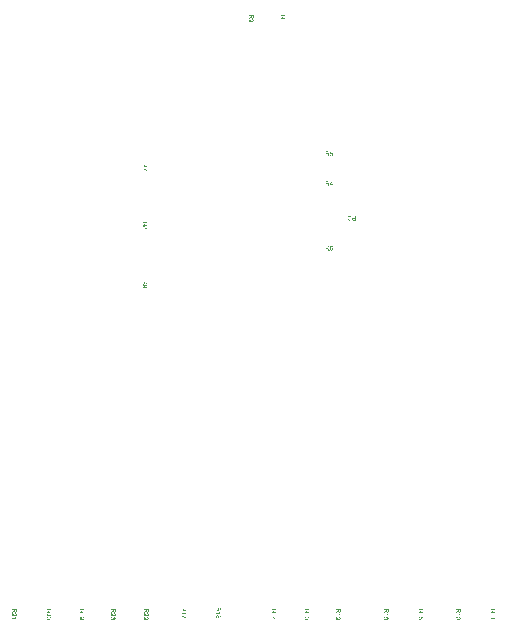
<source format=gbr>
%TF.GenerationSoftware,Altium Limited,Altium Designer,23.5.1 (21)*%
G04 Layer_Color=32768*
%FSLAX45Y45*%
%MOMM*%
%TF.SameCoordinates,7ECB1A03-3DEC-426C-BD6E-5A7E68E82EE6*%
%TF.FilePolarity,Positive*%
%TF.FileFunction,Other,Mechanical_19*%
%TF.Part,Single*%
G01*
G75*
G36*
X5130998Y5791528D02*
X5131385D01*
X5131828Y5791473D01*
X5132880Y5791251D01*
X5134043Y5790974D01*
X5135261Y5790531D01*
X5136479Y5789867D01*
X5137089Y5789479D01*
X5137642Y5789036D01*
X5137698Y5788981D01*
X5137753Y5788926D01*
X5137919Y5788760D01*
X5138085Y5788593D01*
X5138362Y5788317D01*
X5138584Y5787984D01*
X5139193Y5787209D01*
X5139802Y5786212D01*
X5140355Y5784994D01*
X5140854Y5783610D01*
X5141186Y5782060D01*
X5136479Y5781672D01*
Y5781727D01*
X5136424Y5781783D01*
X5136369Y5782115D01*
X5136203Y5782613D01*
X5135981Y5783222D01*
X5135760Y5783887D01*
X5135427Y5784551D01*
X5135040Y5785160D01*
X5134652Y5785659D01*
X5134541Y5785769D01*
X5134320Y5785991D01*
X5133932Y5786323D01*
X5133379Y5786711D01*
X5132659Y5787043D01*
X5131884Y5787375D01*
X5130942Y5787597D01*
X5129946Y5787707D01*
X5129558D01*
X5129115Y5787652D01*
X5128617Y5787541D01*
X5127952Y5787375D01*
X5127288Y5787154D01*
X5126623Y5786877D01*
X5125959Y5786434D01*
X5125848Y5786379D01*
X5125571Y5786157D01*
X5125184Y5785769D01*
X5124685Y5785216D01*
X5124131Y5784551D01*
X5123522Y5783776D01*
X5122969Y5782779D01*
X5122415Y5781672D01*
Y5781617D01*
X5122360Y5781506D01*
X5122304Y5781340D01*
X5122193Y5781118D01*
X5122138Y5780786D01*
X5122027Y5780398D01*
X5121917Y5779955D01*
X5121806Y5779402D01*
X5121640Y5778793D01*
X5121529Y5778128D01*
X5121418Y5777408D01*
X5121363Y5776633D01*
X5121252Y5775747D01*
X5121197Y5774861D01*
X5121141Y5773864D01*
Y5772868D01*
X5121197Y5772923D01*
X5121418Y5773255D01*
X5121806Y5773698D01*
X5122304Y5774252D01*
X5122858Y5774917D01*
X5123578Y5775526D01*
X5124353Y5776135D01*
X5125239Y5776688D01*
X5125294D01*
X5125350Y5776744D01*
X5125682Y5776910D01*
X5126180Y5777076D01*
X5126845Y5777353D01*
X5127620Y5777574D01*
X5128506Y5777741D01*
X5129447Y5777907D01*
X5130444Y5777962D01*
X5130887D01*
X5131219Y5777907D01*
X5131662Y5777851D01*
X5132105Y5777796D01*
X5132659Y5777685D01*
X5133212Y5777519D01*
X5134486Y5777131D01*
X5135151Y5776855D01*
X5135815Y5776467D01*
X5136479Y5776079D01*
X5137199Y5775636D01*
X5137864Y5775083D01*
X5138473Y5774474D01*
X5138528Y5774418D01*
X5138639Y5774307D01*
X5138805Y5774141D01*
X5138971Y5773864D01*
X5139248Y5773477D01*
X5139525Y5773089D01*
X5139802Y5772591D01*
X5140134Y5772037D01*
X5140466Y5771428D01*
X5140743Y5770764D01*
X5141020Y5769988D01*
X5141297Y5769213D01*
X5141463Y5768383D01*
X5141629Y5767441D01*
X5141740Y5766500D01*
X5141795Y5765503D01*
Y5765448D01*
Y5765337D01*
Y5765171D01*
Y5764894D01*
X5141740Y5764562D01*
Y5764230D01*
X5141574Y5763344D01*
X5141408Y5762292D01*
X5141131Y5761184D01*
X5140743Y5759966D01*
X5140189Y5758803D01*
Y5758748D01*
X5140134Y5758693D01*
X5140023Y5758526D01*
X5139913Y5758305D01*
X5139580Y5757751D01*
X5139082Y5757031D01*
X5138473Y5756256D01*
X5137753Y5755481D01*
X5136867Y5754706D01*
X5135926Y5754041D01*
X5135870D01*
X5135815Y5753986D01*
X5135649Y5753875D01*
X5135427Y5753820D01*
X5134874Y5753543D01*
X5134154Y5753266D01*
X5133212Y5752934D01*
X5132160Y5752712D01*
X5130998Y5752491D01*
X5129724Y5752436D01*
X5129447D01*
X5129170Y5752491D01*
X5128727D01*
X5128229Y5752546D01*
X5127675Y5752657D01*
X5127011Y5752823D01*
X5126346Y5752989D01*
X5125571Y5753211D01*
X5124796Y5753488D01*
X5124021Y5753820D01*
X5123190Y5754263D01*
X5122415Y5754761D01*
X5121640Y5755315D01*
X5120865Y5755979D01*
X5120145Y5756755D01*
X5120089Y5756810D01*
X5119979Y5756976D01*
X5119812Y5757198D01*
X5119591Y5757585D01*
X5119259Y5758083D01*
X5118982Y5758637D01*
X5118650Y5759357D01*
X5118317Y5760132D01*
X5117930Y5761074D01*
X5117598Y5762126D01*
X5117321Y5763288D01*
X5117044Y5764562D01*
X5116767Y5766002D01*
X5116601Y5767552D01*
X5116490Y5769213D01*
X5116435Y5770985D01*
Y5771041D01*
Y5771096D01*
Y5771262D01*
Y5771484D01*
X5116490Y5772037D01*
Y5772812D01*
X5116546Y5773698D01*
X5116656Y5774750D01*
X5116767Y5775913D01*
X5116933Y5777187D01*
X5117155Y5778460D01*
X5117431Y5779845D01*
X5117764Y5781174D01*
X5118151Y5782503D01*
X5118650Y5783776D01*
X5119203Y5784994D01*
X5119812Y5786157D01*
X5120532Y5787154D01*
X5120588Y5787209D01*
X5120698Y5787320D01*
X5120920Y5787541D01*
X5121197Y5787874D01*
X5121529Y5788206D01*
X5121972Y5788538D01*
X5122526Y5788981D01*
X5123079Y5789369D01*
X5123744Y5789756D01*
X5124464Y5790199D01*
X5125294Y5790531D01*
X5126125Y5790919D01*
X5127066Y5791196D01*
X5128063Y5791417D01*
X5129115Y5791528D01*
X5130222Y5791584D01*
X5130665D01*
X5130998Y5791528D01*
D02*
G37*
G36*
X5098217Y5791362D02*
X5098716D01*
X5099879Y5791307D01*
X5101097Y5791141D01*
X5102426Y5790974D01*
X5103644Y5790698D01*
X5104253Y5790531D01*
X5104751Y5790365D01*
X5104807D01*
X5104862Y5790310D01*
X5105194Y5790144D01*
X5105693Y5789922D01*
X5106302Y5789535D01*
X5106966Y5789036D01*
X5107686Y5788372D01*
X5108350Y5787597D01*
X5109015Y5786711D01*
Y5786655D01*
X5109070Y5786600D01*
X5109292Y5786268D01*
X5109513Y5785714D01*
X5109846Y5784994D01*
X5110122Y5784164D01*
X5110399Y5783167D01*
X5110565Y5782115D01*
X5110621Y5780952D01*
Y5780897D01*
Y5780786D01*
Y5780565D01*
X5110565Y5780288D01*
Y5779900D01*
X5110510Y5779512D01*
X5110288Y5778571D01*
X5109956Y5777464D01*
X5109513Y5776301D01*
X5108849Y5775138D01*
X5108406Y5774584D01*
X5107963Y5774031D01*
X5107907Y5773975D01*
X5107852Y5773920D01*
X5107686Y5773754D01*
X5107465Y5773588D01*
X5107188Y5773366D01*
X5106855Y5773145D01*
X5106412Y5772868D01*
X5105969Y5772536D01*
X5105416Y5772259D01*
X5104807Y5771982D01*
X5104142Y5771650D01*
X5103422Y5771373D01*
X5102592Y5771151D01*
X5101761Y5770874D01*
X5100820Y5770708D01*
X5099823Y5770542D01*
X5099934Y5770487D01*
X5100155Y5770376D01*
X5100488Y5770155D01*
X5100931Y5769933D01*
X5101927Y5769324D01*
X5102426Y5768936D01*
X5102869Y5768604D01*
X5102979Y5768493D01*
X5103256Y5768217D01*
X5103699Y5767774D01*
X5104253Y5767220D01*
X5104862Y5766445D01*
X5105582Y5765614D01*
X5106302Y5764617D01*
X5107077Y5763510D01*
X5113666Y5753100D01*
X5107354D01*
X5102315Y5761074D01*
Y5761129D01*
X5102204Y5761240D01*
X5102093Y5761406D01*
X5101927Y5761627D01*
X5101540Y5762236D01*
X5101041Y5763012D01*
X5100432Y5763842D01*
X5099823Y5764728D01*
X5099214Y5765559D01*
X5098660Y5766334D01*
X5098605Y5766389D01*
X5098439Y5766611D01*
X5098162Y5766943D01*
X5097774Y5767331D01*
X5096944Y5768161D01*
X5096501Y5768549D01*
X5096058Y5768881D01*
X5096003Y5768936D01*
X5095892Y5768992D01*
X5095670Y5769103D01*
X5095338Y5769269D01*
X5095006Y5769435D01*
X5094618Y5769601D01*
X5093732Y5769878D01*
X5093677D01*
X5093566Y5769933D01*
X5093345D01*
X5093068Y5769988D01*
X5092680Y5770044D01*
X5092237D01*
X5091628Y5770099D01*
X5085094D01*
Y5753100D01*
X5080000D01*
Y5791417D01*
X5097774D01*
X5098217Y5791362D01*
D02*
G37*
G36*
X4661117Y2700026D02*
X4661062Y2699583D01*
Y2699084D01*
X4661007Y2697921D01*
X4660841Y2696703D01*
X4660674Y2695374D01*
X4660398Y2694156D01*
X4660231Y2693547D01*
X4660065Y2693049D01*
Y2692993D01*
X4660010Y2692938D01*
X4659844Y2692606D01*
X4659622Y2692107D01*
X4659235Y2691498D01*
X4658736Y2690834D01*
X4658072Y2690114D01*
X4657297Y2689450D01*
X4656411Y2688785D01*
X4656355D01*
X4656300Y2688730D01*
X4655968Y2688508D01*
X4655414Y2688287D01*
X4654694Y2687954D01*
X4653864Y2687678D01*
X4652867Y2687401D01*
X4651815Y2687235D01*
X4650652Y2687179D01*
X4650597D01*
X4650486D01*
X4650265D01*
X4649988Y2687235D01*
X4649600D01*
X4649212Y2687290D01*
X4648271Y2687512D01*
X4647164Y2687844D01*
X4646001Y2688287D01*
X4644838Y2688951D01*
X4644284Y2689394D01*
X4643731Y2689837D01*
X4643675Y2689893D01*
X4643620Y2689948D01*
X4643454Y2690114D01*
X4643288Y2690335D01*
X4643066Y2690612D01*
X4642845Y2690945D01*
X4642568Y2691388D01*
X4642236Y2691831D01*
X4641959Y2692384D01*
X4641682Y2692993D01*
X4641350Y2693658D01*
X4641073Y2694378D01*
X4640851Y2695208D01*
X4640574Y2696039D01*
X4640408Y2696980D01*
X4640242Y2697977D01*
X4640187Y2697866D01*
X4640076Y2697645D01*
X4639855Y2697312D01*
X4639633Y2696869D01*
X4639024Y2695873D01*
X4638636Y2695374D01*
X4638304Y2694931D01*
X4638193Y2694821D01*
X4637917Y2694544D01*
X4637474Y2694101D01*
X4636920Y2693547D01*
X4636145Y2692938D01*
X4635314Y2692218D01*
X4634317Y2691498D01*
X4633210Y2690723D01*
X4622800Y2684134D01*
Y2690446D01*
X4630774Y2695485D01*
X4630829D01*
X4630940Y2695596D01*
X4631106Y2695707D01*
X4631327Y2695873D01*
X4631936Y2696260D01*
X4632712Y2696759D01*
X4633542Y2697368D01*
X4634428Y2697977D01*
X4635259Y2698586D01*
X4636034Y2699140D01*
X4636089Y2699195D01*
X4636311Y2699361D01*
X4636643Y2699638D01*
X4637031Y2700026D01*
X4637861Y2700856D01*
X4638249Y2701299D01*
X4638581Y2701742D01*
X4638636Y2701797D01*
X4638692Y2701908D01*
X4638803Y2702130D01*
X4638969Y2702462D01*
X4639135Y2702794D01*
X4639301Y2703182D01*
X4639578Y2704068D01*
Y2704123D01*
X4639633Y2704234D01*
Y2704455D01*
X4639688Y2704732D01*
X4639744Y2705120D01*
Y2705563D01*
X4639799Y2706172D01*
Y2712706D01*
X4622800D01*
Y2717800D01*
X4661117D01*
Y2700026D01*
D02*
G37*
G36*
X4651649Y2677489D02*
X4651760Y2677378D01*
X4651815Y2677157D01*
X4651981Y2676880D01*
X4652147Y2676548D01*
X4652369Y2676160D01*
X4652922Y2675219D01*
X4653531Y2674111D01*
X4654307Y2673004D01*
X4655193Y2671841D01*
X4656134Y2670678D01*
X4656189Y2670623D01*
X4656245Y2670568D01*
X4656411Y2670402D01*
X4656577Y2670180D01*
X4657131Y2669682D01*
X4657795Y2669017D01*
X4658570Y2668353D01*
X4659456Y2667633D01*
X4660342Y2667024D01*
X4661284Y2666470D01*
Y2663425D01*
X4622800D01*
Y2668131D01*
X4652756D01*
X4652701Y2668187D01*
X4652479Y2668464D01*
X4652147Y2668796D01*
X4651760Y2669350D01*
X4651261Y2669959D01*
X4650707Y2670734D01*
X4650098Y2671620D01*
X4649489Y2672616D01*
Y2672672D01*
X4649434Y2672727D01*
X4649212Y2673059D01*
X4648936Y2673613D01*
X4648603Y2674278D01*
X4648216Y2675053D01*
X4647828Y2675883D01*
X4647441Y2676714D01*
X4647108Y2677545D01*
X4651649D01*
Y2677489D01*
D02*
G37*
G36*
X4661117Y2635406D02*
Y2631586D01*
X4636311D01*
Y2626381D01*
X4631992D01*
Y2631586D01*
X4622800D01*
Y2636292D01*
X4631992D01*
Y2652959D01*
X4636311D01*
X4661117Y2635406D01*
D02*
G37*
G36*
X4940517Y2700026D02*
X4940462Y2699583D01*
Y2699084D01*
X4940407Y2697921D01*
X4940241Y2696703D01*
X4940074Y2695374D01*
X4939798Y2694156D01*
X4939631Y2693547D01*
X4939465Y2693049D01*
Y2692993D01*
X4939410Y2692938D01*
X4939244Y2692606D01*
X4939022Y2692107D01*
X4938635Y2691498D01*
X4938136Y2690834D01*
X4937472Y2690114D01*
X4936697Y2689450D01*
X4935811Y2688785D01*
X4935755D01*
X4935700Y2688730D01*
X4935368Y2688508D01*
X4934814Y2688287D01*
X4934094Y2687954D01*
X4933264Y2687678D01*
X4932267Y2687401D01*
X4931215Y2687235D01*
X4930052Y2687179D01*
X4929997D01*
X4929886D01*
X4929665D01*
X4929388Y2687235D01*
X4929000D01*
X4928612Y2687290D01*
X4927671Y2687512D01*
X4926564Y2687844D01*
X4925401Y2688287D01*
X4924238Y2688951D01*
X4923684Y2689394D01*
X4923131Y2689837D01*
X4923075Y2689893D01*
X4923020Y2689948D01*
X4922854Y2690114D01*
X4922688Y2690335D01*
X4922466Y2690612D01*
X4922245Y2690945D01*
X4921968Y2691388D01*
X4921636Y2691831D01*
X4921359Y2692384D01*
X4921082Y2692993D01*
X4920750Y2693658D01*
X4920473Y2694378D01*
X4920251Y2695208D01*
X4919974Y2696039D01*
X4919808Y2696980D01*
X4919642Y2697977D01*
X4919587Y2697866D01*
X4919476Y2697645D01*
X4919255Y2697312D01*
X4919033Y2696869D01*
X4918424Y2695873D01*
X4918036Y2695374D01*
X4917704Y2694931D01*
X4917593Y2694821D01*
X4917317Y2694544D01*
X4916874Y2694101D01*
X4916320Y2693547D01*
X4915545Y2692938D01*
X4914714Y2692218D01*
X4913717Y2691498D01*
X4912610Y2690723D01*
X4902200Y2684134D01*
Y2690446D01*
X4910174Y2695485D01*
X4910229D01*
X4910340Y2695596D01*
X4910506Y2695707D01*
X4910727Y2695873D01*
X4911336Y2696260D01*
X4912112Y2696759D01*
X4912942Y2697368D01*
X4913828Y2697977D01*
X4914659Y2698586D01*
X4915434Y2699140D01*
X4915489Y2699195D01*
X4915711Y2699361D01*
X4916043Y2699638D01*
X4916431Y2700026D01*
X4917261Y2700856D01*
X4917649Y2701299D01*
X4917981Y2701742D01*
X4918036Y2701797D01*
X4918092Y2701908D01*
X4918203Y2702130D01*
X4918369Y2702462D01*
X4918535Y2702794D01*
X4918701Y2703182D01*
X4918978Y2704068D01*
Y2704123D01*
X4919033Y2704234D01*
Y2704455D01*
X4919088Y2704732D01*
X4919144Y2705120D01*
Y2705563D01*
X4919199Y2706172D01*
Y2712706D01*
X4902200D01*
Y2717800D01*
X4940517D01*
Y2700026D01*
D02*
G37*
G36*
X4931049Y2677489D02*
X4931160Y2677378D01*
X4931215Y2677157D01*
X4931381Y2676880D01*
X4931547Y2676548D01*
X4931769Y2676160D01*
X4932322Y2675219D01*
X4932931Y2674111D01*
X4933707Y2673004D01*
X4934593Y2671841D01*
X4935534Y2670678D01*
X4935589Y2670623D01*
X4935645Y2670568D01*
X4935811Y2670402D01*
X4935977Y2670180D01*
X4936531Y2669682D01*
X4937195Y2669017D01*
X4937970Y2668353D01*
X4938856Y2667633D01*
X4939742Y2667024D01*
X4940684Y2666470D01*
Y2663425D01*
X4902200D01*
Y2668131D01*
X4932156D01*
X4932101Y2668187D01*
X4931879Y2668464D01*
X4931547Y2668796D01*
X4931160Y2669350D01*
X4930661Y2669959D01*
X4930107Y2670734D01*
X4929498Y2671620D01*
X4928889Y2672616D01*
Y2672672D01*
X4928834Y2672727D01*
X4928612Y2673059D01*
X4928336Y2673613D01*
X4928003Y2674278D01*
X4927616Y2675053D01*
X4927228Y2675883D01*
X4926841Y2676714D01*
X4926508Y2677545D01*
X4931049D01*
Y2677489D01*
D02*
G37*
G36*
X4912942Y2646592D02*
X4912887D01*
X4912776Y2646536D01*
X4912555Y2646481D01*
X4912278Y2646425D01*
X4911945Y2646370D01*
X4911558Y2646259D01*
X4910727Y2645983D01*
X4909731Y2645595D01*
X4908789Y2645097D01*
X4907903Y2644543D01*
X4907128Y2643878D01*
X4907073Y2643768D01*
X4906851Y2643546D01*
X4906574Y2643103D01*
X4906298Y2642549D01*
X4905965Y2641885D01*
X4905688Y2641054D01*
X4905467Y2640113D01*
X4905412Y2639116D01*
Y2638784D01*
X4905467Y2638563D01*
X4905522Y2637954D01*
X4905688Y2637178D01*
X4905965Y2636292D01*
X4906353Y2635351D01*
X4906907Y2634410D01*
X4907682Y2633524D01*
X4907793Y2633413D01*
X4908125Y2633136D01*
X4908623Y2632804D01*
X4909288Y2632361D01*
X4910118Y2631918D01*
X4911060Y2631586D01*
X4912167Y2631309D01*
X4913385Y2631198D01*
X4913441D01*
X4913551D01*
X4913717D01*
X4913939Y2631254D01*
X4914548Y2631309D01*
X4915268Y2631475D01*
X4916154Y2631697D01*
X4917040Y2632084D01*
X4917926Y2632638D01*
X4918756Y2633358D01*
X4918867Y2633468D01*
X4919088Y2633745D01*
X4919421Y2634188D01*
X4919808Y2634797D01*
X4920196Y2635573D01*
X4920528Y2636514D01*
X4920750Y2637566D01*
X4920860Y2638729D01*
Y2639227D01*
X4920805Y2639615D01*
X4920750Y2640113D01*
X4920639Y2640667D01*
X4920528Y2641331D01*
X4920362Y2642051D01*
X4924515Y2641497D01*
Y2641221D01*
X4924460Y2640999D01*
Y2640279D01*
X4924570Y2639670D01*
X4924681Y2638950D01*
X4924847Y2638120D01*
X4925124Y2637178D01*
X4925512Y2636292D01*
X4926010Y2635351D01*
Y2635296D01*
X4926065Y2635240D01*
X4926287Y2634963D01*
X4926674Y2634576D01*
X4927173Y2634133D01*
X4927893Y2633690D01*
X4928723Y2633302D01*
X4929665Y2633025D01*
X4930218Y2632915D01*
X4930827D01*
X4930883D01*
X4930938D01*
X4931270D01*
X4931713Y2633025D01*
X4932322Y2633136D01*
X4932987Y2633358D01*
X4933707Y2633635D01*
X4934427Y2634078D01*
X4935091Y2634687D01*
X4935146Y2634742D01*
X4935368Y2635019D01*
X4935645Y2635406D01*
X4935977Y2635905D01*
X4936254Y2636569D01*
X4936531Y2637344D01*
X4936752Y2638230D01*
X4936807Y2639227D01*
Y2639670D01*
X4936697Y2640168D01*
X4936586Y2640833D01*
X4936365Y2641553D01*
X4936088Y2642273D01*
X4935645Y2643048D01*
X4935091Y2643768D01*
X4935036Y2643823D01*
X4934759Y2644044D01*
X4934371Y2644377D01*
X4933817Y2644764D01*
X4933098Y2645152D01*
X4932212Y2645540D01*
X4931160Y2645872D01*
X4929941Y2646093D01*
X4930772Y2650800D01*
X4930827D01*
X4930993Y2650745D01*
X4931215Y2650689D01*
X4931547Y2650634D01*
X4931935Y2650523D01*
X4932378Y2650357D01*
X4933430Y2650025D01*
X4934648Y2649471D01*
X4935866Y2648806D01*
X4937029Y2647976D01*
X4938081Y2646924D01*
X4938136Y2646868D01*
X4938192Y2646758D01*
X4938303Y2646592D01*
X4938469Y2646370D01*
X4938690Y2646093D01*
X4938912Y2645706D01*
X4939133Y2645318D01*
X4939410Y2644820D01*
X4939853Y2643712D01*
X4940296Y2642439D01*
X4940573Y2640944D01*
X4940684Y2640168D01*
Y2638784D01*
X4940628Y2638175D01*
X4940517Y2637455D01*
X4940351Y2636569D01*
X4940074Y2635573D01*
X4939742Y2634576D01*
X4939299Y2633579D01*
Y2633524D01*
X4939244Y2633468D01*
X4939078Y2633136D01*
X4938746Y2632638D01*
X4938358Y2632084D01*
X4937804Y2631420D01*
X4937195Y2630755D01*
X4936475Y2630091D01*
X4935645Y2629537D01*
X4935534Y2629482D01*
X4935257Y2629316D01*
X4934759Y2629094D01*
X4934150Y2628817D01*
X4933430Y2628540D01*
X4932599Y2628319D01*
X4931658Y2628153D01*
X4930717Y2628097D01*
X4930606D01*
X4930274D01*
X4929831Y2628153D01*
X4929222Y2628263D01*
X4928502Y2628430D01*
X4927726Y2628706D01*
X4926951Y2629039D01*
X4926176Y2629482D01*
X4926065Y2629537D01*
X4925844Y2629703D01*
X4925456Y2630035D01*
X4925013Y2630478D01*
X4924515Y2631032D01*
X4923961Y2631697D01*
X4923463Y2632472D01*
X4922964Y2633413D01*
Y2633358D01*
X4922909Y2633247D01*
X4922854Y2633081D01*
X4922798Y2632859D01*
X4922577Y2632250D01*
X4922245Y2631475D01*
X4921802Y2630589D01*
X4921248Y2629703D01*
X4920528Y2628873D01*
X4919698Y2628097D01*
X4919587Y2628042D01*
X4919255Y2627820D01*
X4918701Y2627488D01*
X4917981Y2627156D01*
X4917095Y2626824D01*
X4916043Y2626492D01*
X4914825Y2626270D01*
X4913496Y2626215D01*
X4913441D01*
X4913274D01*
X4912998D01*
X4912665Y2626270D01*
X4912222Y2626325D01*
X4911724Y2626436D01*
X4911170Y2626547D01*
X4910561Y2626658D01*
X4909232Y2627101D01*
X4908512Y2627433D01*
X4907848Y2627765D01*
X4907128Y2628208D01*
X4906408Y2628706D01*
X4905688Y2629260D01*
X4905024Y2629925D01*
X4904969Y2629980D01*
X4904858Y2630091D01*
X4904692Y2630312D01*
X4904470Y2630589D01*
X4904193Y2630921D01*
X4903917Y2631364D01*
X4903584Y2631863D01*
X4903307Y2632472D01*
X4902975Y2633081D01*
X4902643Y2633801D01*
X4902366Y2634521D01*
X4902089Y2635351D01*
X4901868Y2636237D01*
X4901702Y2637178D01*
X4901591Y2638120D01*
X4901536Y2639172D01*
Y2639670D01*
X4901591Y2640002D01*
X4901646Y2640445D01*
X4901702Y2640944D01*
X4901812Y2641497D01*
X4901923Y2642106D01*
X4902255Y2643435D01*
X4902809Y2644820D01*
X4903141Y2645540D01*
X4903529Y2646204D01*
X4904027Y2646868D01*
X4904526Y2647533D01*
X4904581Y2647588D01*
X4904692Y2647699D01*
X4904858Y2647865D01*
X4905079Y2648031D01*
X4905356Y2648308D01*
X4905744Y2648585D01*
X4906131Y2648917D01*
X4906630Y2649249D01*
X4907183Y2649582D01*
X4907737Y2649914D01*
X4909066Y2650523D01*
X4910617Y2651021D01*
X4911447Y2651187D01*
X4912333Y2651298D01*
X4912942Y2646592D01*
D02*
G37*
G36*
X5207217Y2700026D02*
X5207162Y2699583D01*
Y2699084D01*
X5207107Y2697921D01*
X5206941Y2696703D01*
X5206774Y2695374D01*
X5206498Y2694156D01*
X5206331Y2693547D01*
X5206165Y2693049D01*
Y2692993D01*
X5206110Y2692938D01*
X5205944Y2692606D01*
X5205722Y2692107D01*
X5205335Y2691498D01*
X5204836Y2690834D01*
X5204172Y2690114D01*
X5203397Y2689450D01*
X5202511Y2688785D01*
X5202455D01*
X5202400Y2688730D01*
X5202068Y2688508D01*
X5201514Y2688287D01*
X5200794Y2687954D01*
X5199964Y2687678D01*
X5198967Y2687401D01*
X5197915Y2687235D01*
X5196752Y2687179D01*
X5196697D01*
X5196586D01*
X5196365D01*
X5196088Y2687235D01*
X5195700D01*
X5195312Y2687290D01*
X5194371Y2687512D01*
X5193264Y2687844D01*
X5192101Y2688287D01*
X5190938Y2688951D01*
X5190384Y2689394D01*
X5189831Y2689837D01*
X5189775Y2689893D01*
X5189720Y2689948D01*
X5189554Y2690114D01*
X5189388Y2690335D01*
X5189166Y2690612D01*
X5188945Y2690945D01*
X5188668Y2691388D01*
X5188336Y2691831D01*
X5188059Y2692384D01*
X5187782Y2692993D01*
X5187450Y2693658D01*
X5187173Y2694378D01*
X5186951Y2695208D01*
X5186674Y2696039D01*
X5186508Y2696980D01*
X5186342Y2697977D01*
X5186287Y2697866D01*
X5186176Y2697645D01*
X5185955Y2697312D01*
X5185733Y2696869D01*
X5185124Y2695873D01*
X5184736Y2695374D01*
X5184404Y2694931D01*
X5184293Y2694821D01*
X5184017Y2694544D01*
X5183574Y2694101D01*
X5183020Y2693547D01*
X5182245Y2692938D01*
X5181414Y2692218D01*
X5180417Y2691498D01*
X5179310Y2690723D01*
X5168900Y2684134D01*
Y2690446D01*
X5176874Y2695485D01*
X5176929D01*
X5177040Y2695596D01*
X5177206Y2695707D01*
X5177427Y2695873D01*
X5178036Y2696260D01*
X5178812Y2696759D01*
X5179642Y2697368D01*
X5180528Y2697977D01*
X5181359Y2698586D01*
X5182134Y2699140D01*
X5182189Y2699195D01*
X5182411Y2699361D01*
X5182743Y2699638D01*
X5183131Y2700026D01*
X5183961Y2700856D01*
X5184349Y2701299D01*
X5184681Y2701742D01*
X5184736Y2701797D01*
X5184792Y2701908D01*
X5184903Y2702130D01*
X5185069Y2702462D01*
X5185235Y2702794D01*
X5185401Y2703182D01*
X5185678Y2704068D01*
Y2704123D01*
X5185733Y2704234D01*
Y2704455D01*
X5185788Y2704732D01*
X5185844Y2705120D01*
Y2705563D01*
X5185899Y2706172D01*
Y2712706D01*
X5168900D01*
Y2717800D01*
X5207217D01*
Y2700026D01*
D02*
G37*
G36*
X5197749Y2677489D02*
X5197860Y2677378D01*
X5197915Y2677157D01*
X5198081Y2676880D01*
X5198247Y2676548D01*
X5198469Y2676160D01*
X5199022Y2675219D01*
X5199631Y2674111D01*
X5200407Y2673004D01*
X5201293Y2671841D01*
X5202234Y2670678D01*
X5202289Y2670623D01*
X5202345Y2670568D01*
X5202511Y2670402D01*
X5202677Y2670180D01*
X5203231Y2669682D01*
X5203895Y2669017D01*
X5204670Y2668353D01*
X5205556Y2667633D01*
X5206442Y2667024D01*
X5207384Y2666470D01*
Y2663425D01*
X5168900D01*
Y2668131D01*
X5198856D01*
X5198801Y2668187D01*
X5198579Y2668464D01*
X5198247Y2668796D01*
X5197860Y2669350D01*
X5197361Y2669959D01*
X5196807Y2670734D01*
X5196198Y2671620D01*
X5195589Y2672616D01*
Y2672672D01*
X5195534Y2672727D01*
X5195312Y2673059D01*
X5195036Y2673613D01*
X5194703Y2674278D01*
X5194316Y2675053D01*
X5193928Y2675883D01*
X5193541Y2676714D01*
X5193208Y2677545D01*
X5197749D01*
Y2677489D01*
D02*
G37*
G36*
X5169952Y2651963D02*
X5170450Y2651907D01*
X5171004Y2651797D01*
X5171558Y2651686D01*
X5172167Y2651464D01*
X5172222D01*
X5172278Y2651409D01*
X5172610Y2651298D01*
X5173108Y2651077D01*
X5173773Y2650745D01*
X5174548Y2650302D01*
X5175434Y2649748D01*
X5176320Y2649139D01*
X5177261Y2648364D01*
X5177317D01*
X5177372Y2648253D01*
X5177704Y2647976D01*
X5178202Y2647478D01*
X5178922Y2646758D01*
X5179753Y2645927D01*
X5180750Y2644875D01*
X5181857Y2643602D01*
X5183020Y2642217D01*
X5183075Y2642162D01*
X5183241Y2641940D01*
X5183518Y2641608D01*
X5183850Y2641221D01*
X5184293Y2640722D01*
X5184792Y2640113D01*
X5185345Y2639504D01*
X5185955Y2638784D01*
X5187284Y2637400D01*
X5188612Y2636016D01*
X5189277Y2635351D01*
X5189941Y2634742D01*
X5190550Y2634188D01*
X5191160Y2633745D01*
X5191215D01*
X5191270Y2633635D01*
X5191436Y2633524D01*
X5191658Y2633413D01*
X5192267Y2633025D01*
X5192987Y2632582D01*
X5193873Y2632195D01*
X5194814Y2631807D01*
X5195866Y2631586D01*
X5196863Y2631475D01*
X5196918D01*
X5196974D01*
X5197306Y2631530D01*
X5197860Y2631586D01*
X5198469Y2631752D01*
X5199244Y2631973D01*
X5200019Y2632361D01*
X5200794Y2632859D01*
X5201569Y2633524D01*
X5201680Y2633635D01*
X5201902Y2633911D01*
X5202179Y2634299D01*
X5202566Y2634908D01*
X5202898Y2635683D01*
X5203231Y2636569D01*
X5203452Y2637621D01*
X5203507Y2638784D01*
Y2639116D01*
X5203452Y2639338D01*
X5203397Y2640002D01*
X5203231Y2640778D01*
X5203009Y2641608D01*
X5202622Y2642549D01*
X5202123Y2643435D01*
X5201459Y2644266D01*
X5201348Y2644377D01*
X5201071Y2644598D01*
X5200628Y2644930D01*
X5199964Y2645263D01*
X5199188Y2645650D01*
X5198192Y2645983D01*
X5197084Y2646204D01*
X5195811Y2646315D01*
X5196309Y2651132D01*
X5196365D01*
X5196531Y2651077D01*
X5196807D01*
X5197195Y2651021D01*
X5197638Y2650911D01*
X5198136Y2650800D01*
X5198746Y2650634D01*
X5199355Y2650468D01*
X5200684Y2650025D01*
X5202012Y2649360D01*
X5202677Y2648973D01*
X5203341Y2648474D01*
X5203950Y2647976D01*
X5204504Y2647422D01*
X5204560Y2647367D01*
X5204615Y2647256D01*
X5204781Y2647090D01*
X5204947Y2646813D01*
X5205169Y2646481D01*
X5205390Y2646093D01*
X5205667Y2645650D01*
X5205944Y2645097D01*
X5206221Y2644487D01*
X5206498Y2643823D01*
X5206719Y2643103D01*
X5206941Y2642328D01*
X5207107Y2641497D01*
X5207273Y2640611D01*
X5207328Y2639670D01*
X5207384Y2638673D01*
Y2638120D01*
X5207328Y2637732D01*
X5207273Y2637289D01*
X5207217Y2636735D01*
X5207107Y2636126D01*
X5206996Y2635517D01*
X5206608Y2634078D01*
X5206055Y2632638D01*
X5205722Y2631918D01*
X5205335Y2631198D01*
X5204836Y2630534D01*
X5204283Y2629925D01*
X5204227Y2629869D01*
X5204172Y2629759D01*
X5203950Y2629648D01*
X5203729Y2629426D01*
X5203452Y2629149D01*
X5203065Y2628873D01*
X5202677Y2628596D01*
X5202179Y2628263D01*
X5201127Y2627710D01*
X5199798Y2627156D01*
X5199133Y2626935D01*
X5198358Y2626824D01*
X5197583Y2626713D01*
X5196752Y2626658D01*
X5196641D01*
X5196365D01*
X5195922Y2626713D01*
X5195312Y2626768D01*
X5194648Y2626879D01*
X5193873Y2627101D01*
X5193042Y2627322D01*
X5192212Y2627654D01*
X5192101Y2627710D01*
X5191824Y2627820D01*
X5191381Y2628042D01*
X5190772Y2628374D01*
X5190107Y2628817D01*
X5189277Y2629371D01*
X5188446Y2630035D01*
X5187505Y2630811D01*
X5187394Y2630921D01*
X5187062Y2631198D01*
X5186785Y2631475D01*
X5186508Y2631752D01*
X5186176Y2632084D01*
X5185733Y2632527D01*
X5185290Y2632970D01*
X5184792Y2633524D01*
X5184238Y2634078D01*
X5183629Y2634742D01*
X5183020Y2635462D01*
X5182300Y2636237D01*
X5181580Y2637123D01*
X5180805Y2638009D01*
X5180750Y2638064D01*
X5180639Y2638175D01*
X5180473Y2638397D01*
X5180251Y2638673D01*
X5179919Y2639006D01*
X5179587Y2639393D01*
X5178867Y2640279D01*
X5178036Y2641221D01*
X5177206Y2642106D01*
X5176486Y2642882D01*
X5176209Y2643214D01*
X5175932Y2643491D01*
X5175877Y2643546D01*
X5175711Y2643712D01*
X5175489Y2643934D01*
X5175157Y2644211D01*
X5174769Y2644487D01*
X5174382Y2644820D01*
X5173441Y2645484D01*
Y2626602D01*
X5168900D01*
Y2652018D01*
X5168955D01*
X5169177D01*
X5169509D01*
X5169952Y2651963D01*
D02*
G37*
G36*
X5905717Y2700026D02*
X5905662Y2699583D01*
Y2699084D01*
X5905607Y2697921D01*
X5905441Y2696703D01*
X5905274Y2695374D01*
X5904998Y2694156D01*
X5904831Y2693547D01*
X5904665Y2693049D01*
Y2692993D01*
X5904610Y2692938D01*
X5904444Y2692606D01*
X5904222Y2692107D01*
X5903835Y2691498D01*
X5903336Y2690834D01*
X5902672Y2690114D01*
X5901897Y2689450D01*
X5901011Y2688785D01*
X5900955D01*
X5900900Y2688730D01*
X5900568Y2688508D01*
X5900014Y2688287D01*
X5899294Y2687954D01*
X5898464Y2687678D01*
X5897467Y2687401D01*
X5896415Y2687235D01*
X5895252Y2687179D01*
X5895197D01*
X5895086D01*
X5894865D01*
X5894588Y2687235D01*
X5894200D01*
X5893812Y2687290D01*
X5892871Y2687512D01*
X5891764Y2687844D01*
X5890601Y2688287D01*
X5889438Y2688951D01*
X5888884Y2689394D01*
X5888331Y2689837D01*
X5888275Y2689893D01*
X5888220Y2689948D01*
X5888054Y2690114D01*
X5887888Y2690335D01*
X5887666Y2690612D01*
X5887445Y2690945D01*
X5887168Y2691388D01*
X5886836Y2691831D01*
X5886559Y2692384D01*
X5886282Y2692993D01*
X5885950Y2693658D01*
X5885673Y2694378D01*
X5885451Y2695208D01*
X5885174Y2696039D01*
X5885008Y2696980D01*
X5884842Y2697977D01*
X5884787Y2697866D01*
X5884676Y2697645D01*
X5884455Y2697312D01*
X5884233Y2696869D01*
X5883624Y2695873D01*
X5883236Y2695374D01*
X5882904Y2694931D01*
X5882793Y2694821D01*
X5882517Y2694544D01*
X5882074Y2694101D01*
X5881520Y2693547D01*
X5880745Y2692938D01*
X5879914Y2692218D01*
X5878917Y2691498D01*
X5877810Y2690723D01*
X5867400Y2684134D01*
Y2690446D01*
X5875374Y2695485D01*
X5875429D01*
X5875540Y2695596D01*
X5875706Y2695707D01*
X5875927Y2695873D01*
X5876536Y2696260D01*
X5877312Y2696759D01*
X5878142Y2697368D01*
X5879028Y2697977D01*
X5879859Y2698586D01*
X5880634Y2699140D01*
X5880689Y2699195D01*
X5880911Y2699361D01*
X5881243Y2699638D01*
X5881631Y2700026D01*
X5882461Y2700856D01*
X5882849Y2701299D01*
X5883181Y2701742D01*
X5883236Y2701797D01*
X5883292Y2701908D01*
X5883403Y2702130D01*
X5883569Y2702462D01*
X5883735Y2702794D01*
X5883901Y2703182D01*
X5884178Y2704068D01*
Y2704123D01*
X5884233Y2704234D01*
Y2704455D01*
X5884288Y2704732D01*
X5884344Y2705120D01*
Y2705563D01*
X5884399Y2706172D01*
Y2712706D01*
X5867400D01*
Y2717800D01*
X5905717D01*
Y2700026D01*
D02*
G37*
G36*
X5896249Y2677489D02*
X5896360Y2677378D01*
X5896415Y2677157D01*
X5896581Y2676880D01*
X5896747Y2676548D01*
X5896969Y2676160D01*
X5897522Y2675219D01*
X5898131Y2674111D01*
X5898907Y2673004D01*
X5899793Y2671841D01*
X5900734Y2670678D01*
X5900789Y2670623D01*
X5900845Y2670568D01*
X5901011Y2670402D01*
X5901177Y2670180D01*
X5901731Y2669682D01*
X5902395Y2669017D01*
X5903170Y2668353D01*
X5904056Y2667633D01*
X5904942Y2667024D01*
X5905884Y2666470D01*
Y2663425D01*
X5867400D01*
Y2668131D01*
X5897356D01*
X5897301Y2668187D01*
X5897079Y2668464D01*
X5896747Y2668796D01*
X5896360Y2669350D01*
X5895861Y2669959D01*
X5895307Y2670734D01*
X5894698Y2671620D01*
X5894089Y2672616D01*
Y2672672D01*
X5894034Y2672727D01*
X5893812Y2673059D01*
X5893536Y2673613D01*
X5893203Y2674278D01*
X5892816Y2675053D01*
X5892428Y2675883D01*
X5892041Y2676714D01*
X5891708Y2677545D01*
X5896249D01*
Y2677489D01*
D02*
G37*
G36*
X5877810Y2646425D02*
X5877755D01*
X5877644D01*
X5877478Y2646370D01*
X5877201Y2646315D01*
X5876592Y2646149D01*
X5875761Y2645927D01*
X5874931Y2645595D01*
X5873989Y2645152D01*
X5873159Y2644598D01*
X5872383Y2643934D01*
X5872328Y2643823D01*
X5872107Y2643602D01*
X5871830Y2643159D01*
X5871498Y2642549D01*
X5871165Y2641885D01*
X5870888Y2641054D01*
X5870667Y2640113D01*
X5870612Y2639061D01*
Y2638729D01*
X5870667Y2638507D01*
X5870722Y2637843D01*
X5870944Y2637068D01*
X5871221Y2636126D01*
X5871664Y2635185D01*
X5872328Y2634188D01*
X5872716Y2633745D01*
X5873159Y2633302D01*
X5873214Y2633247D01*
X5873269Y2633192D01*
X5873436Y2633081D01*
X5873602Y2632915D01*
X5874211Y2632527D01*
X5874986Y2632084D01*
X5875927Y2631697D01*
X5877090Y2631309D01*
X5878474Y2631032D01*
X5879194Y2630921D01*
X5879969D01*
X5880025D01*
X5880136D01*
X5880357D01*
X5880634Y2630977D01*
X5880966D01*
X5881354Y2631032D01*
X5882240Y2631198D01*
X5883292Y2631475D01*
X5884344Y2631863D01*
X5885341Y2632416D01*
X5886282Y2633192D01*
X5886337D01*
X5886393Y2633302D01*
X5886669Y2633579D01*
X5887057Y2634078D01*
X5887500Y2634742D01*
X5887888Y2635628D01*
X5888275Y2636625D01*
X5888552Y2637787D01*
X5888663Y2638452D01*
Y2639504D01*
X5888607Y2639947D01*
X5888552Y2640501D01*
X5888386Y2641165D01*
X5888220Y2641830D01*
X5887943Y2642549D01*
X5887611Y2643269D01*
X5887555Y2643325D01*
X5887445Y2643546D01*
X5887168Y2643878D01*
X5886891Y2644321D01*
X5886503Y2644764D01*
X5886005Y2645207D01*
X5885507Y2645706D01*
X5884898Y2646093D01*
X5885507Y2650523D01*
X5905219Y2646813D01*
Y2627765D01*
X5900734D01*
Y2643103D01*
X5890379Y2645152D01*
X5890435Y2645097D01*
X5890490Y2644986D01*
X5890601Y2644820D01*
X5890767Y2644543D01*
X5890933Y2644211D01*
X5891155Y2643823D01*
X5891598Y2642937D01*
X5892041Y2641830D01*
X5892428Y2640611D01*
X5892705Y2639283D01*
X5892816Y2638618D01*
Y2637400D01*
X5892760Y2637068D01*
X5892705Y2636625D01*
X5892650Y2636126D01*
X5892539Y2635573D01*
X5892373Y2634963D01*
X5891985Y2633635D01*
X5891708Y2632915D01*
X5891321Y2632195D01*
X5890933Y2631475D01*
X5890490Y2630755D01*
X5889936Y2630091D01*
X5889327Y2629426D01*
X5889272Y2629371D01*
X5889161Y2629260D01*
X5888995Y2629094D01*
X5888718Y2628873D01*
X5888331Y2628596D01*
X5887943Y2628319D01*
X5887445Y2627987D01*
X5886891Y2627654D01*
X5886282Y2627378D01*
X5885617Y2627045D01*
X5884842Y2626768D01*
X5884067Y2626492D01*
X5883236Y2626270D01*
X5882295Y2626104D01*
X5881354Y2625993D01*
X5880357Y2625938D01*
X5880302D01*
X5880136D01*
X5879859D01*
X5879471Y2625993D01*
X5879028Y2626049D01*
X5878530Y2626104D01*
X5877921Y2626215D01*
X5877312Y2626325D01*
X5875872Y2626658D01*
X5874377Y2627211D01*
X5873602Y2627544D01*
X5872882Y2627987D01*
X5872107Y2628430D01*
X5871387Y2628983D01*
X5871331Y2629039D01*
X5871165Y2629149D01*
X5870944Y2629371D01*
X5870667Y2629648D01*
X5870335Y2630035D01*
X5869892Y2630478D01*
X5869504Y2631032D01*
X5869061Y2631641D01*
X5868618Y2632306D01*
X5868231Y2633081D01*
X5867843Y2633911D01*
X5867455Y2634797D01*
X5867179Y2635739D01*
X5866957Y2636791D01*
X5866791Y2637898D01*
X5866736Y2639061D01*
Y2639559D01*
X5866791Y2639947D01*
X5866846Y2640390D01*
X5866902Y2640888D01*
X5866957Y2641497D01*
X5867123Y2642106D01*
X5867455Y2643491D01*
X5867954Y2644875D01*
X5868286Y2645595D01*
X5868674Y2646315D01*
X5869117Y2646979D01*
X5869615Y2647644D01*
X5869670Y2647699D01*
X5869726Y2647810D01*
X5869947Y2647921D01*
X5870169Y2648142D01*
X5870445Y2648419D01*
X5870778Y2648696D01*
X5871221Y2649028D01*
X5871719Y2649305D01*
X5872217Y2649637D01*
X5872826Y2649969D01*
X5874155Y2650578D01*
X5875706Y2651077D01*
X5876536Y2651243D01*
X5877422Y2651354D01*
X5877810Y2646425D01*
D02*
G37*
G36*
X5613617Y2700026D02*
X5613562Y2699583D01*
Y2699084D01*
X5613507Y2697921D01*
X5613341Y2696703D01*
X5613174Y2695374D01*
X5612898Y2694156D01*
X5612731Y2693547D01*
X5612565Y2693049D01*
Y2692993D01*
X5612510Y2692938D01*
X5612344Y2692606D01*
X5612122Y2692107D01*
X5611735Y2691498D01*
X5611236Y2690834D01*
X5610572Y2690114D01*
X5609797Y2689450D01*
X5608911Y2688785D01*
X5608855D01*
X5608800Y2688730D01*
X5608468Y2688508D01*
X5607914Y2688287D01*
X5607194Y2687954D01*
X5606364Y2687678D01*
X5605367Y2687401D01*
X5604315Y2687235D01*
X5603152Y2687179D01*
X5603097D01*
X5602986D01*
X5602765D01*
X5602488Y2687235D01*
X5602100D01*
X5601712Y2687290D01*
X5600771Y2687512D01*
X5599664Y2687844D01*
X5598501Y2688287D01*
X5597338Y2688951D01*
X5596784Y2689394D01*
X5596231Y2689837D01*
X5596175Y2689893D01*
X5596120Y2689948D01*
X5595954Y2690114D01*
X5595788Y2690335D01*
X5595566Y2690612D01*
X5595345Y2690945D01*
X5595068Y2691388D01*
X5594736Y2691831D01*
X5594459Y2692384D01*
X5594182Y2692993D01*
X5593850Y2693658D01*
X5593573Y2694378D01*
X5593351Y2695208D01*
X5593074Y2696039D01*
X5592908Y2696980D01*
X5592742Y2697977D01*
X5592687Y2697866D01*
X5592576Y2697645D01*
X5592355Y2697312D01*
X5592133Y2696869D01*
X5591524Y2695873D01*
X5591136Y2695374D01*
X5590804Y2694931D01*
X5590693Y2694821D01*
X5590417Y2694544D01*
X5589974Y2694101D01*
X5589420Y2693547D01*
X5588645Y2692938D01*
X5587814Y2692218D01*
X5586817Y2691498D01*
X5585710Y2690723D01*
X5575300Y2684134D01*
Y2690446D01*
X5583274Y2695485D01*
X5583329D01*
X5583440Y2695596D01*
X5583606Y2695707D01*
X5583827Y2695873D01*
X5584436Y2696260D01*
X5585212Y2696759D01*
X5586042Y2697368D01*
X5586928Y2697977D01*
X5587759Y2698586D01*
X5588534Y2699140D01*
X5588589Y2699195D01*
X5588811Y2699361D01*
X5589143Y2699638D01*
X5589531Y2700026D01*
X5590361Y2700856D01*
X5590749Y2701299D01*
X5591081Y2701742D01*
X5591136Y2701797D01*
X5591192Y2701908D01*
X5591303Y2702130D01*
X5591469Y2702462D01*
X5591635Y2702794D01*
X5591801Y2703182D01*
X5592078Y2704068D01*
Y2704123D01*
X5592133Y2704234D01*
Y2704455D01*
X5592188Y2704732D01*
X5592244Y2705120D01*
Y2705563D01*
X5592299Y2706172D01*
Y2712706D01*
X5575300D01*
Y2717800D01*
X5613617D01*
Y2700026D01*
D02*
G37*
G36*
X5604149Y2677489D02*
X5604260Y2677378D01*
X5604315Y2677157D01*
X5604481Y2676880D01*
X5604647Y2676548D01*
X5604869Y2676160D01*
X5605422Y2675219D01*
X5606031Y2674111D01*
X5606807Y2673004D01*
X5607693Y2671841D01*
X5608634Y2670678D01*
X5608689Y2670623D01*
X5608745Y2670568D01*
X5608911Y2670402D01*
X5609077Y2670180D01*
X5609631Y2669682D01*
X5610295Y2669017D01*
X5611070Y2668353D01*
X5611956Y2667633D01*
X5612842Y2667024D01*
X5613784Y2666470D01*
Y2663425D01*
X5575300D01*
Y2668131D01*
X5605256D01*
X5605201Y2668187D01*
X5604979Y2668464D01*
X5604647Y2668796D01*
X5604260Y2669350D01*
X5603761Y2669959D01*
X5603207Y2670734D01*
X5602598Y2671620D01*
X5601989Y2672616D01*
Y2672672D01*
X5601934Y2672727D01*
X5601712Y2673059D01*
X5601436Y2673613D01*
X5601103Y2674278D01*
X5600716Y2675053D01*
X5600328Y2675883D01*
X5599941Y2676714D01*
X5599608Y2677545D01*
X5604149D01*
Y2677489D01*
D02*
G37*
G36*
X5594237Y2651520D02*
X5595012D01*
X5595898Y2651464D01*
X5596950Y2651354D01*
X5598113Y2651243D01*
X5599387Y2651077D01*
X5600660Y2650855D01*
X5602045Y2650578D01*
X5603374Y2650246D01*
X5604703Y2649859D01*
X5605976Y2649360D01*
X5607194Y2648806D01*
X5608357Y2648197D01*
X5609354Y2647478D01*
X5609409Y2647422D01*
X5609520Y2647311D01*
X5609741Y2647090D01*
X5610074Y2646813D01*
X5610406Y2646481D01*
X5610738Y2646038D01*
X5611181Y2645484D01*
X5611569Y2644930D01*
X5611956Y2644266D01*
X5612399Y2643546D01*
X5612731Y2642716D01*
X5613119Y2641885D01*
X5613396Y2640944D01*
X5613617Y2639947D01*
X5613728Y2638895D01*
X5613784Y2637787D01*
Y2637344D01*
X5613728Y2637012D01*
Y2636625D01*
X5613673Y2636182D01*
X5613451Y2635130D01*
X5613174Y2633967D01*
X5612731Y2632749D01*
X5612067Y2631530D01*
X5611679Y2630921D01*
X5611236Y2630368D01*
X5611181Y2630312D01*
X5611126Y2630257D01*
X5610960Y2630091D01*
X5610793Y2629925D01*
X5610517Y2629648D01*
X5610184Y2629426D01*
X5609409Y2628817D01*
X5608412Y2628208D01*
X5607194Y2627654D01*
X5605810Y2627156D01*
X5604260Y2626824D01*
X5603872Y2631530D01*
X5603927D01*
X5603983Y2631586D01*
X5604315Y2631641D01*
X5604813Y2631807D01*
X5605422Y2632029D01*
X5606087Y2632250D01*
X5606751Y2632582D01*
X5607360Y2632970D01*
X5607859Y2633358D01*
X5607969Y2633468D01*
X5608191Y2633690D01*
X5608523Y2634078D01*
X5608911Y2634631D01*
X5609243Y2635351D01*
X5609575Y2636126D01*
X5609797Y2637068D01*
X5609907Y2638064D01*
Y2638452D01*
X5609852Y2638895D01*
X5609741Y2639393D01*
X5609575Y2640058D01*
X5609354Y2640722D01*
X5609077Y2641387D01*
X5608634Y2642051D01*
X5608579Y2642162D01*
X5608357Y2642439D01*
X5607969Y2642826D01*
X5607416Y2643325D01*
X5606751Y2643878D01*
X5605976Y2644487D01*
X5604979Y2645041D01*
X5603872Y2645595D01*
X5603817D01*
X5603706Y2645650D01*
X5603540Y2645706D01*
X5603318Y2645816D01*
X5602986Y2645872D01*
X5602598Y2645983D01*
X5602155Y2646093D01*
X5601602Y2646204D01*
X5600993Y2646370D01*
X5600328Y2646481D01*
X5599608Y2646592D01*
X5598833Y2646647D01*
X5597947Y2646758D01*
X5597061Y2646813D01*
X5596064Y2646868D01*
X5595068D01*
X5595123Y2646813D01*
X5595455Y2646592D01*
X5595898Y2646204D01*
X5596452Y2645706D01*
X5597117Y2645152D01*
X5597726Y2644432D01*
X5598335Y2643657D01*
X5598888Y2642771D01*
Y2642716D01*
X5598944Y2642660D01*
X5599110Y2642328D01*
X5599276Y2641830D01*
X5599553Y2641165D01*
X5599774Y2640390D01*
X5599941Y2639504D01*
X5600107Y2638563D01*
X5600162Y2637566D01*
Y2637123D01*
X5600107Y2636791D01*
X5600051Y2636348D01*
X5599996Y2635905D01*
X5599885Y2635351D01*
X5599719Y2634797D01*
X5599331Y2633524D01*
X5599055Y2632859D01*
X5598667Y2632195D01*
X5598279Y2631530D01*
X5597836Y2630811D01*
X5597283Y2630146D01*
X5596674Y2629537D01*
X5596618Y2629482D01*
X5596507Y2629371D01*
X5596341Y2629205D01*
X5596064Y2629039D01*
X5595677Y2628762D01*
X5595289Y2628485D01*
X5594791Y2628208D01*
X5594237Y2627876D01*
X5593628Y2627544D01*
X5592964Y2627267D01*
X5592188Y2626990D01*
X5591413Y2626713D01*
X5590583Y2626547D01*
X5589641Y2626381D01*
X5588700Y2626270D01*
X5587703Y2626215D01*
X5587648D01*
X5587537D01*
X5587371D01*
X5587094D01*
X5586762Y2626270D01*
X5586430D01*
X5585544Y2626436D01*
X5584492Y2626602D01*
X5583384Y2626879D01*
X5582166Y2627267D01*
X5581003Y2627820D01*
X5580948D01*
X5580893Y2627876D01*
X5580726Y2627987D01*
X5580505Y2628097D01*
X5579951Y2628430D01*
X5579231Y2628928D01*
X5578456Y2629537D01*
X5577681Y2630257D01*
X5576906Y2631143D01*
X5576241Y2632084D01*
Y2632140D01*
X5576186Y2632195D01*
X5576075Y2632361D01*
X5576020Y2632582D01*
X5575743Y2633136D01*
X5575466Y2633856D01*
X5575134Y2634797D01*
X5574912Y2635849D01*
X5574691Y2637012D01*
X5574636Y2638286D01*
Y2638563D01*
X5574691Y2638840D01*
Y2639283D01*
X5574746Y2639781D01*
X5574857Y2640335D01*
X5575023Y2640999D01*
X5575189Y2641663D01*
X5575411Y2642439D01*
X5575688Y2643214D01*
X5576020Y2643989D01*
X5576463Y2644820D01*
X5576961Y2645595D01*
X5577515Y2646370D01*
X5578179Y2647145D01*
X5578955Y2647865D01*
X5579010Y2647921D01*
X5579176Y2648031D01*
X5579398Y2648197D01*
X5579785Y2648419D01*
X5580283Y2648751D01*
X5580837Y2649028D01*
X5581557Y2649360D01*
X5582332Y2649692D01*
X5583274Y2650080D01*
X5584326Y2650412D01*
X5585488Y2650689D01*
X5586762Y2650966D01*
X5588202Y2651243D01*
X5589752Y2651409D01*
X5591413Y2651520D01*
X5593185Y2651575D01*
X5593241D01*
X5593296D01*
X5593462D01*
X5593684D01*
X5594237Y2651520D01*
D02*
G37*
G36*
X3568917Y5480226D02*
X3568862Y5479783D01*
Y5479284D01*
X3568807Y5478121D01*
X3568641Y5476903D01*
X3568474Y5475574D01*
X3568198Y5474356D01*
X3568031Y5473747D01*
X3567865Y5473249D01*
Y5473193D01*
X3567810Y5473138D01*
X3567644Y5472806D01*
X3567422Y5472307D01*
X3567035Y5471698D01*
X3566536Y5471034D01*
X3565872Y5470314D01*
X3565097Y5469649D01*
X3564211Y5468985D01*
X3564155D01*
X3564100Y5468930D01*
X3563768Y5468708D01*
X3563214Y5468487D01*
X3562494Y5468154D01*
X3561664Y5467878D01*
X3560667Y5467601D01*
X3559615Y5467435D01*
X3558452Y5467379D01*
X3558397D01*
X3558286D01*
X3558065D01*
X3557788Y5467435D01*
X3557400D01*
X3557012Y5467490D01*
X3556071Y5467711D01*
X3554964Y5468044D01*
X3553801Y5468487D01*
X3552638Y5469151D01*
X3552084Y5469594D01*
X3551531Y5470037D01*
X3551475Y5470092D01*
X3551420Y5470148D01*
X3551254Y5470314D01*
X3551088Y5470535D01*
X3550866Y5470812D01*
X3550645Y5471145D01*
X3550368Y5471587D01*
X3550036Y5472030D01*
X3549759Y5472584D01*
X3549482Y5473193D01*
X3549150Y5473858D01*
X3548873Y5474578D01*
X3548651Y5475408D01*
X3548374Y5476239D01*
X3548208Y5477180D01*
X3548042Y5478177D01*
X3547987Y5478066D01*
X3547876Y5477845D01*
X3547655Y5477512D01*
X3547433Y5477069D01*
X3546824Y5476073D01*
X3546436Y5475574D01*
X3546104Y5475131D01*
X3545993Y5475021D01*
X3545717Y5474744D01*
X3545274Y5474301D01*
X3544720Y5473747D01*
X3543945Y5473138D01*
X3543114Y5472418D01*
X3542117Y5471698D01*
X3541010Y5470923D01*
X3530600Y5464334D01*
Y5470646D01*
X3538574Y5475685D01*
X3538629D01*
X3538740Y5475796D01*
X3538906Y5475906D01*
X3539127Y5476073D01*
X3539736Y5476460D01*
X3540512Y5476959D01*
X3541342Y5477568D01*
X3542228Y5478177D01*
X3543059Y5478786D01*
X3543834Y5479340D01*
X3543889Y5479395D01*
X3544111Y5479561D01*
X3544443Y5479838D01*
X3544831Y5480226D01*
X3545661Y5481056D01*
X3546049Y5481499D01*
X3546381Y5481942D01*
X3546436Y5481997D01*
X3546492Y5482108D01*
X3546603Y5482330D01*
X3546769Y5482662D01*
X3546935Y5482994D01*
X3547101Y5483382D01*
X3547378Y5484268D01*
Y5484323D01*
X3547433Y5484434D01*
Y5484655D01*
X3547488Y5484932D01*
X3547544Y5485320D01*
Y5485763D01*
X3547599Y5486372D01*
Y5492906D01*
X3530600D01*
Y5498000D01*
X3568917D01*
Y5480226D01*
D02*
G37*
G36*
X3557068Y5461288D02*
X3557566Y5461233D01*
X3558175Y5461178D01*
X3558784Y5461067D01*
X3559504Y5460901D01*
X3560944Y5460513D01*
X3561719Y5460236D01*
X3562550Y5459904D01*
X3563325Y5459516D01*
X3564045Y5459018D01*
X3564820Y5458520D01*
X3565484Y5457911D01*
X3565540Y5457855D01*
X3565650Y5457744D01*
X3565817Y5457578D01*
X3566038Y5457302D01*
X3566315Y5456969D01*
X3566647Y5456526D01*
X3566924Y5456083D01*
X3567312Y5455530D01*
X3567644Y5454976D01*
X3567921Y5454311D01*
X3568530Y5452816D01*
X3568751Y5452041D01*
X3568917Y5451155D01*
X3569028Y5450269D01*
X3569084Y5449328D01*
Y5448940D01*
X3569028Y5448663D01*
Y5448387D01*
X3568973Y5447999D01*
X3568807Y5447058D01*
X3568585Y5446006D01*
X3568198Y5444843D01*
X3567699Y5443680D01*
X3567035Y5442517D01*
Y5442462D01*
X3566924Y5442406D01*
X3566813Y5442240D01*
X3566647Y5442019D01*
X3566204Y5441465D01*
X3565595Y5440745D01*
X3564765Y5440025D01*
X3563768Y5439195D01*
X3562605Y5438475D01*
X3561276Y5437811D01*
X3561221D01*
X3561110Y5437755D01*
X3560888Y5437644D01*
X3560612Y5437534D01*
X3560224Y5437423D01*
X3559726Y5437257D01*
X3559172Y5437146D01*
X3558563Y5436980D01*
X3557843Y5436814D01*
X3557012Y5436648D01*
X3556126Y5436537D01*
X3555185Y5436426D01*
X3554133Y5436316D01*
X3553026Y5436205D01*
X3551807Y5436149D01*
X3550534D01*
X3550479D01*
X3550202D01*
X3549814D01*
X3549316D01*
X3548707Y5436205D01*
X3547987D01*
X3547156Y5436260D01*
X3546326Y5436371D01*
X3544443Y5436537D01*
X3542450Y5436814D01*
X3540567Y5437201D01*
X3539626Y5437478D01*
X3538795Y5437755D01*
X3538740D01*
X3538629Y5437811D01*
X3538407Y5437921D01*
X3538075Y5438032D01*
X3537743Y5438198D01*
X3537300Y5438420D01*
X3536359Y5438973D01*
X3535307Y5439638D01*
X3534199Y5440413D01*
X3533147Y5441410D01*
X3532206Y5442517D01*
Y5442573D01*
X3532095Y5442683D01*
X3531984Y5442849D01*
X3531874Y5443071D01*
X3531707Y5443403D01*
X3531486Y5443735D01*
X3531264Y5444178D01*
X3531098Y5444621D01*
X3530655Y5445673D01*
X3530268Y5446947D01*
X3530046Y5448331D01*
X3529936Y5449882D01*
Y5450325D01*
X3529991Y5450601D01*
Y5450989D01*
X3530046Y5451432D01*
X3530268Y5452484D01*
X3530545Y5453647D01*
X3530988Y5454865D01*
X3531597Y5456083D01*
X3531984Y5456692D01*
X3532427Y5457246D01*
X3532483Y5457302D01*
X3532538Y5457357D01*
X3532704Y5457523D01*
X3532870Y5457689D01*
X3533147Y5457911D01*
X3533479Y5458187D01*
X3534255Y5458741D01*
X3535251Y5459295D01*
X3536469Y5459849D01*
X3537854Y5460292D01*
X3539460Y5460624D01*
X3539847Y5456083D01*
X3539792D01*
X3539681Y5456028D01*
X3539570D01*
X3539349Y5455973D01*
X3538740Y5455806D01*
X3538075Y5455585D01*
X3537300Y5455308D01*
X3536525Y5454921D01*
X3535805Y5454478D01*
X3535196Y5453924D01*
X3535141Y5453868D01*
X3534974Y5453647D01*
X3534753Y5453259D01*
X3534531Y5452816D01*
X3534255Y5452207D01*
X3534033Y5451487D01*
X3533867Y5450657D01*
X3533812Y5449771D01*
Y5449383D01*
X3533867Y5448996D01*
X3533922Y5448497D01*
X3534033Y5447888D01*
X3534199Y5447279D01*
X3534421Y5446615D01*
X3534753Y5446006D01*
X3534808Y5445950D01*
X3534919Y5445729D01*
X3535141Y5445397D01*
X3535473Y5445064D01*
X3535860Y5444621D01*
X3536303Y5444178D01*
X3536802Y5443735D01*
X3537411Y5443292D01*
X3537466Y5443237D01*
X3537743Y5443126D01*
X3538131Y5442905D01*
X3538629Y5442683D01*
X3539293Y5442406D01*
X3540069Y5442130D01*
X3540955Y5441853D01*
X3541951Y5441576D01*
X3542007D01*
X3542062Y5441520D01*
X3542228D01*
X3542450Y5441465D01*
X3543003Y5441354D01*
X3543723Y5441188D01*
X3544609Y5441078D01*
X3545550Y5440967D01*
X3546603Y5440911D01*
X3547710Y5440856D01*
X3547765D01*
X3547931D01*
X3548208D01*
X3548651D01*
X3548541Y5440911D01*
X3548264Y5441133D01*
X3547876Y5441465D01*
X3547322Y5441853D01*
X3546769Y5442406D01*
X3546160Y5443071D01*
X3545550Y5443846D01*
X3544997Y5444732D01*
X3544941Y5444843D01*
X3544775Y5445175D01*
X3544554Y5445673D01*
X3544332Y5446282D01*
X3544055Y5447113D01*
X3543834Y5447999D01*
X3543668Y5448996D01*
X3543612Y5450048D01*
Y5450491D01*
X3543668Y5450823D01*
X3543723Y5451266D01*
X3543779Y5451709D01*
X3543889Y5452263D01*
X3544055Y5452816D01*
X3544443Y5454090D01*
X3544720Y5454754D01*
X3545052Y5455419D01*
X3545440Y5456139D01*
X3545938Y5456803D01*
X3546436Y5457468D01*
X3547045Y5458077D01*
X3547101Y5458132D01*
X3547212Y5458243D01*
X3547378Y5458354D01*
X3547655Y5458575D01*
X3548042Y5458852D01*
X3548430Y5459129D01*
X3548928Y5459406D01*
X3549482Y5459683D01*
X3550091Y5460015D01*
X3550755Y5460292D01*
X3551531Y5460568D01*
X3552306Y5460845D01*
X3553192Y5461067D01*
X3554133Y5461178D01*
X3555074Y5461288D01*
X3556126Y5461344D01*
X3556182D01*
X3556403D01*
X3556680D01*
X3557068Y5461288D01*
D02*
G37*
G36*
X3568917Y5976626D02*
X3568862Y5976183D01*
Y5975684D01*
X3568807Y5974521D01*
X3568641Y5973303D01*
X3568474Y5971974D01*
X3568198Y5970756D01*
X3568031Y5970147D01*
X3567865Y5969649D01*
Y5969593D01*
X3567810Y5969538D01*
X3567644Y5969206D01*
X3567422Y5968707D01*
X3567035Y5968098D01*
X3566536Y5967434D01*
X3565872Y5966714D01*
X3565097Y5966050D01*
X3564211Y5965385D01*
X3564155D01*
X3564100Y5965330D01*
X3563768Y5965108D01*
X3563214Y5964887D01*
X3562494Y5964554D01*
X3561664Y5964278D01*
X3560667Y5964001D01*
X3559615Y5963835D01*
X3558452Y5963779D01*
X3558397D01*
X3558286D01*
X3558065D01*
X3557788Y5963835D01*
X3557400D01*
X3557012Y5963890D01*
X3556071Y5964112D01*
X3554964Y5964444D01*
X3553801Y5964887D01*
X3552638Y5965551D01*
X3552084Y5965994D01*
X3551531Y5966437D01*
X3551475Y5966493D01*
X3551420Y5966548D01*
X3551254Y5966714D01*
X3551088Y5966935D01*
X3550866Y5967212D01*
X3550645Y5967545D01*
X3550368Y5967988D01*
X3550036Y5968431D01*
X3549759Y5968984D01*
X3549482Y5969593D01*
X3549150Y5970258D01*
X3548873Y5970978D01*
X3548651Y5971808D01*
X3548374Y5972639D01*
X3548208Y5973580D01*
X3548042Y5974577D01*
X3547987Y5974466D01*
X3547876Y5974245D01*
X3547655Y5973912D01*
X3547433Y5973469D01*
X3546824Y5972473D01*
X3546436Y5971974D01*
X3546104Y5971531D01*
X3545993Y5971421D01*
X3545717Y5971144D01*
X3545274Y5970701D01*
X3544720Y5970147D01*
X3543945Y5969538D01*
X3543114Y5968818D01*
X3542117Y5968098D01*
X3541010Y5967323D01*
X3530600Y5960734D01*
Y5967046D01*
X3538574Y5972085D01*
X3538629D01*
X3538740Y5972196D01*
X3538906Y5972307D01*
X3539127Y5972473D01*
X3539736Y5972860D01*
X3540512Y5973359D01*
X3541342Y5973968D01*
X3542228Y5974577D01*
X3543059Y5975186D01*
X3543834Y5975740D01*
X3543889Y5975795D01*
X3544111Y5975961D01*
X3544443Y5976238D01*
X3544831Y5976626D01*
X3545661Y5977456D01*
X3546049Y5977899D01*
X3546381Y5978342D01*
X3546436Y5978397D01*
X3546492Y5978508D01*
X3546603Y5978730D01*
X3546769Y5979062D01*
X3546935Y5979394D01*
X3547101Y5979782D01*
X3547378Y5980668D01*
Y5980723D01*
X3547433Y5980834D01*
Y5981055D01*
X3547488Y5981332D01*
X3547544Y5981720D01*
Y5982163D01*
X3547599Y5982772D01*
Y5989306D01*
X3530600D01*
Y5994400D01*
X3568917D01*
Y5976626D01*
D02*
G37*
G36*
X3542228Y5957744D02*
X3542560D01*
X3542948Y5957688D01*
X3543834Y5957578D01*
X3544831Y5957356D01*
X3545827Y5957024D01*
X3546879Y5956526D01*
X3547876Y5955916D01*
X3547931D01*
X3547987Y5955806D01*
X3548264Y5955584D01*
X3548707Y5955141D01*
X3549260Y5954532D01*
X3549814Y5953757D01*
X3550423Y5952816D01*
X3550922Y5951764D01*
X3551309Y5950490D01*
Y5950545D01*
X3551365Y5950601D01*
X3551420Y5950767D01*
X3551531Y5950988D01*
X3551752Y5951487D01*
X3552084Y5952151D01*
X3552527Y5952871D01*
X3553081Y5953591D01*
X3553690Y5954255D01*
X3554355Y5954864D01*
X3554465Y5954920D01*
X3554687Y5955086D01*
X3555130Y5955307D01*
X3555684Y5955529D01*
X3556403Y5955806D01*
X3557234Y5956027D01*
X3558175Y5956193D01*
X3559172Y5956249D01*
X3559227D01*
X3559338D01*
X3559560D01*
X3559892Y5956193D01*
X3560224Y5956138D01*
X3560667Y5956083D01*
X3561608Y5955861D01*
X3562716Y5955529D01*
X3563879Y5954975D01*
X3564488Y5954643D01*
X3565097Y5954255D01*
X3565650Y5953757D01*
X3566204Y5953259D01*
X3566260Y5953203D01*
X3566315Y5953092D01*
X3566481Y5952926D01*
X3566647Y5952705D01*
X3566869Y5952428D01*
X3567090Y5952040D01*
X3567367Y5951597D01*
X3567644Y5951154D01*
X3567921Y5950601D01*
X3568198Y5949992D01*
X3568419Y5949327D01*
X3568641Y5948607D01*
X3568973Y5947057D01*
X3569028Y5946171D01*
X3569084Y5945285D01*
Y5944787D01*
X3569028Y5944454D01*
X3568973Y5944011D01*
X3568917Y5943513D01*
X3568862Y5942959D01*
X3568696Y5942406D01*
X3568364Y5941077D01*
X3567865Y5939748D01*
X3567533Y5939083D01*
X3567146Y5938419D01*
X3566647Y5937810D01*
X3566149Y5937201D01*
X3566093Y5937145D01*
X3566038Y5937090D01*
X3565872Y5936924D01*
X3565650Y5936702D01*
X3565318Y5936481D01*
X3564986Y5936204D01*
X3564155Y5935650D01*
X3563103Y5935097D01*
X3561885Y5934598D01*
X3560501Y5934211D01*
X3559781Y5934155D01*
X3559006Y5934100D01*
X3558950D01*
X3558895D01*
X3558563D01*
X3558065Y5934155D01*
X3557455Y5934266D01*
X3556680Y5934432D01*
X3555905Y5934709D01*
X3555130Y5935041D01*
X3554355Y5935540D01*
X3554244Y5935595D01*
X3554022Y5935816D01*
X3553690Y5936149D01*
X3553247Y5936592D01*
X3552749Y5937201D01*
X3552250Y5937921D01*
X3551752Y5938751D01*
X3551309Y5939748D01*
Y5939692D01*
X3551254Y5939582D01*
X3551198Y5939416D01*
X3551088Y5939194D01*
X3550811Y5938530D01*
X3550423Y5937754D01*
X3549869Y5936924D01*
X3549260Y5936038D01*
X3548485Y5935207D01*
X3547599Y5934432D01*
X3547544D01*
X3547488Y5934377D01*
X3547156Y5934155D01*
X3546603Y5933823D01*
X3545883Y5933491D01*
X3544997Y5933159D01*
X3543945Y5932826D01*
X3542782Y5932605D01*
X3541508Y5932549D01*
X3541453D01*
X3541287D01*
X3541010D01*
X3540678Y5932605D01*
X3540290Y5932660D01*
X3539792Y5932716D01*
X3539238Y5932826D01*
X3538629Y5932992D01*
X3537355Y5933380D01*
X3536636Y5933657D01*
X3535971Y5934045D01*
X3535251Y5934432D01*
X3534587Y5934875D01*
X3533922Y5935429D01*
X3533258Y5936038D01*
X3533202Y5936093D01*
X3533092Y5936204D01*
X3532926Y5936370D01*
X3532760Y5936647D01*
X3532483Y5937035D01*
X3532206Y5937422D01*
X3531929Y5937921D01*
X3531597Y5938474D01*
X3531264Y5939083D01*
X3530988Y5939803D01*
X3530711Y5940578D01*
X3530434Y5941354D01*
X3530268Y5942240D01*
X3530102Y5943181D01*
X3529991Y5944122D01*
X3529936Y5945174D01*
Y5945728D01*
X3529991Y5946116D01*
X3530046Y5946614D01*
X3530102Y5947168D01*
X3530212Y5947777D01*
X3530379Y5948441D01*
X3530766Y5949936D01*
X3531043Y5950711D01*
X3531320Y5951431D01*
X3531707Y5952207D01*
X3532150Y5952982D01*
X3532649Y5953702D01*
X3533258Y5954366D01*
X3533313Y5954421D01*
X3533424Y5954532D01*
X3533590Y5954698D01*
X3533867Y5954920D01*
X3534199Y5955141D01*
X3534587Y5955473D01*
X3535030Y5955750D01*
X3535583Y5956083D01*
X3536137Y5956415D01*
X3536802Y5956692D01*
X3538186Y5957245D01*
X3539017Y5957467D01*
X3539847Y5957633D01*
X3540733Y5957744D01*
X3541619Y5957799D01*
X3541674D01*
X3541785D01*
X3542007D01*
X3542228Y5957744D01*
D02*
G37*
G36*
X3568917Y6471926D02*
X3568862Y6471483D01*
Y6470984D01*
X3568807Y6469821D01*
X3568641Y6468603D01*
X3568474Y6467274D01*
X3568198Y6466056D01*
X3568031Y6465447D01*
X3567865Y6464949D01*
Y6464893D01*
X3567810Y6464838D01*
X3567644Y6464506D01*
X3567422Y6464007D01*
X3567035Y6463398D01*
X3566536Y6462734D01*
X3565872Y6462014D01*
X3565097Y6461350D01*
X3564211Y6460685D01*
X3564155D01*
X3564100Y6460630D01*
X3563768Y6460408D01*
X3563214Y6460187D01*
X3562494Y6459854D01*
X3561664Y6459578D01*
X3560667Y6459301D01*
X3559615Y6459135D01*
X3558452Y6459079D01*
X3558397D01*
X3558286D01*
X3558065D01*
X3557788Y6459135D01*
X3557400D01*
X3557012Y6459190D01*
X3556071Y6459412D01*
X3554964Y6459744D01*
X3553801Y6460187D01*
X3552638Y6460851D01*
X3552084Y6461294D01*
X3551531Y6461737D01*
X3551475Y6461793D01*
X3551420Y6461848D01*
X3551254Y6462014D01*
X3551088Y6462235D01*
X3550866Y6462512D01*
X3550645Y6462845D01*
X3550368Y6463288D01*
X3550036Y6463731D01*
X3549759Y6464284D01*
X3549482Y6464893D01*
X3549150Y6465558D01*
X3548873Y6466278D01*
X3548651Y6467108D01*
X3548374Y6467939D01*
X3548208Y6468880D01*
X3548042Y6469877D01*
X3547987Y6469766D01*
X3547876Y6469545D01*
X3547655Y6469212D01*
X3547433Y6468769D01*
X3546824Y6467773D01*
X3546436Y6467274D01*
X3546104Y6466831D01*
X3545993Y6466721D01*
X3545717Y6466444D01*
X3545274Y6466001D01*
X3544720Y6465447D01*
X3543945Y6464838D01*
X3543114Y6464118D01*
X3542117Y6463398D01*
X3541010Y6462623D01*
X3530600Y6456034D01*
Y6462346D01*
X3538574Y6467385D01*
X3538629D01*
X3538740Y6467496D01*
X3538906Y6467607D01*
X3539127Y6467773D01*
X3539736Y6468160D01*
X3540512Y6468659D01*
X3541342Y6469268D01*
X3542228Y6469877D01*
X3543059Y6470486D01*
X3543834Y6471040D01*
X3543889Y6471095D01*
X3544111Y6471261D01*
X3544443Y6471538D01*
X3544831Y6471926D01*
X3545661Y6472756D01*
X3546049Y6473199D01*
X3546381Y6473642D01*
X3546436Y6473697D01*
X3546492Y6473808D01*
X3546603Y6474030D01*
X3546769Y6474362D01*
X3546935Y6474694D01*
X3547101Y6475082D01*
X3547378Y6475968D01*
Y6476023D01*
X3547433Y6476134D01*
Y6476355D01*
X3547488Y6476632D01*
X3547544Y6477020D01*
Y6477463D01*
X3547599Y6478072D01*
Y6484606D01*
X3530600D01*
Y6489700D01*
X3568917D01*
Y6471926D01*
D02*
G37*
G36*
X3568419Y6427905D02*
X3564709D01*
X3564654Y6427960D01*
X3564543Y6428071D01*
X3564322Y6428292D01*
X3563989Y6428514D01*
X3563602Y6428846D01*
X3563159Y6429289D01*
X3562605Y6429732D01*
X3561941Y6430230D01*
X3561276Y6430729D01*
X3560501Y6431338D01*
X3559615Y6431947D01*
X3558729Y6432556D01*
X3557732Y6433221D01*
X3556680Y6433885D01*
X3555517Y6434549D01*
X3554355Y6435214D01*
X3554299Y6435269D01*
X3554078Y6435380D01*
X3553745Y6435546D01*
X3553247Y6435823D01*
X3552638Y6436100D01*
X3551974Y6436432D01*
X3551198Y6436820D01*
X3550312Y6437207D01*
X3549316Y6437650D01*
X3548319Y6438149D01*
X3547212Y6438592D01*
X3546049Y6439035D01*
X3543668Y6439921D01*
X3541121Y6440751D01*
X3541065D01*
X3540899Y6440807D01*
X3540622Y6440862D01*
X3540290Y6440973D01*
X3539847Y6441083D01*
X3539293Y6441194D01*
X3538684Y6441360D01*
X3538020Y6441471D01*
X3537245Y6441637D01*
X3536414Y6441803D01*
X3534642Y6442080D01*
X3532704Y6442357D01*
X3530600Y6442523D01*
Y6447340D01*
X3530655D01*
X3530821D01*
X3531043D01*
X3531375Y6447285D01*
X3531818D01*
X3532372Y6447230D01*
X3532981Y6447174D01*
X3533645Y6447119D01*
X3534421Y6447008D01*
X3535196Y6446897D01*
X3536137Y6446731D01*
X3537079Y6446565D01*
X3538075Y6446399D01*
X3539183Y6446178D01*
X3541453Y6445624D01*
X3541508D01*
X3541730Y6445569D01*
X3542062Y6445458D01*
X3542560Y6445292D01*
X3543114Y6445126D01*
X3543779Y6444904D01*
X3544554Y6444683D01*
X3545384Y6444350D01*
X3546326Y6444018D01*
X3547267Y6443686D01*
X3549371Y6442855D01*
X3551586Y6441859D01*
X3553801Y6440751D01*
X3553856Y6440696D01*
X3554078Y6440585D01*
X3554355Y6440419D01*
X3554798Y6440197D01*
X3555296Y6439921D01*
X3555905Y6439533D01*
X3556569Y6439145D01*
X3557289Y6438702D01*
X3558895Y6437650D01*
X3560556Y6436543D01*
X3562273Y6435269D01*
X3563879Y6433940D01*
Y6452712D01*
X3568419D01*
Y6427905D01*
D02*
G37*
G36*
X5136324Y6312711D02*
X5141529D01*
Y6308392D01*
X5136324D01*
Y6299200D01*
X5131617D01*
Y6308392D01*
X5114950D01*
Y6312711D01*
X5132503Y6337517D01*
X5136324D01*
Y6312711D01*
D02*
G37*
G36*
X5098117Y6337462D02*
X5098616D01*
X5099778Y6337407D01*
X5100997Y6337241D01*
X5102326Y6337074D01*
X5103544Y6336798D01*
X5104153Y6336631D01*
X5104651Y6336465D01*
X5104707D01*
X5104762Y6336410D01*
X5105094Y6336244D01*
X5105593Y6336022D01*
X5106202Y6335635D01*
X5106866Y6335136D01*
X5107586Y6334472D01*
X5108250Y6333697D01*
X5108915Y6332811D01*
Y6332755D01*
X5108970Y6332700D01*
X5109192Y6332368D01*
X5109413Y6331814D01*
X5109745Y6331094D01*
X5110022Y6330264D01*
X5110299Y6329267D01*
X5110465Y6328215D01*
X5110521Y6327052D01*
Y6326997D01*
Y6326886D01*
Y6326665D01*
X5110465Y6326388D01*
Y6326000D01*
X5110410Y6325612D01*
X5110188Y6324671D01*
X5109856Y6323564D01*
X5109413Y6322401D01*
X5108749Y6321238D01*
X5108306Y6320684D01*
X5107863Y6320131D01*
X5107807Y6320075D01*
X5107752Y6320020D01*
X5107586Y6319854D01*
X5107364Y6319688D01*
X5107088Y6319466D01*
X5106755Y6319245D01*
X5106312Y6318968D01*
X5105869Y6318636D01*
X5105316Y6318359D01*
X5104707Y6318082D01*
X5104042Y6317750D01*
X5103322Y6317473D01*
X5102492Y6317251D01*
X5101661Y6316974D01*
X5100720Y6316808D01*
X5099723Y6316642D01*
X5099834Y6316587D01*
X5100055Y6316476D01*
X5100388Y6316255D01*
X5100831Y6316033D01*
X5101827Y6315424D01*
X5102326Y6315036D01*
X5102769Y6314704D01*
X5102879Y6314593D01*
X5103156Y6314317D01*
X5103599Y6313874D01*
X5104153Y6313320D01*
X5104762Y6312545D01*
X5105482Y6311714D01*
X5106202Y6310717D01*
X5106977Y6309610D01*
X5113566Y6299200D01*
X5107254D01*
X5102215Y6307174D01*
Y6307229D01*
X5102104Y6307340D01*
X5101993Y6307506D01*
X5101827Y6307727D01*
X5101440Y6308336D01*
X5100941Y6309112D01*
X5100332Y6309942D01*
X5099723Y6310828D01*
X5099114Y6311659D01*
X5098560Y6312434D01*
X5098505Y6312489D01*
X5098339Y6312711D01*
X5098062Y6313043D01*
X5097674Y6313431D01*
X5096844Y6314261D01*
X5096401Y6314649D01*
X5095958Y6314981D01*
X5095902Y6315036D01*
X5095792Y6315092D01*
X5095570Y6315203D01*
X5095238Y6315369D01*
X5094906Y6315535D01*
X5094518Y6315701D01*
X5093632Y6315978D01*
X5093577D01*
X5093466Y6316033D01*
X5093245D01*
X5092968Y6316088D01*
X5092580Y6316144D01*
X5092137D01*
X5091528Y6316199D01*
X5084994D01*
Y6299200D01*
X5079900D01*
Y6337517D01*
X5097674D01*
X5098117Y6337462D01*
D02*
G37*
G36*
X5140145Y6586534D02*
X5124807D01*
X5122758Y6576179D01*
X5122813Y6576235D01*
X5122924Y6576290D01*
X5123090Y6576401D01*
X5123367Y6576567D01*
X5123699Y6576733D01*
X5124087Y6576955D01*
X5124973Y6577398D01*
X5126080Y6577841D01*
X5127298Y6578228D01*
X5128627Y6578505D01*
X5129292Y6578616D01*
X5130510D01*
X5130842Y6578560D01*
X5131285Y6578505D01*
X5131783Y6578450D01*
X5132337Y6578339D01*
X5132946Y6578173D01*
X5134275Y6577785D01*
X5134995Y6577508D01*
X5135715Y6577121D01*
X5136435Y6576733D01*
X5137155Y6576290D01*
X5137819Y6575736D01*
X5138483Y6575127D01*
X5138539Y6575072D01*
X5138650Y6574961D01*
X5138816Y6574795D01*
X5139037Y6574518D01*
X5139314Y6574131D01*
X5139591Y6573743D01*
X5139923Y6573245D01*
X5140255Y6572691D01*
X5140532Y6572082D01*
X5140864Y6571417D01*
X5141141Y6570642D01*
X5141418Y6569867D01*
X5141640Y6569036D01*
X5141806Y6568095D01*
X5141917Y6567154D01*
X5141972Y6566157D01*
Y6566102D01*
Y6565936D01*
Y6565659D01*
X5141917Y6565271D01*
X5141861Y6564828D01*
X5141806Y6564330D01*
X5141695Y6563721D01*
X5141584Y6563112D01*
X5141252Y6561672D01*
X5140698Y6560177D01*
X5140366Y6559402D01*
X5139923Y6558682D01*
X5139480Y6557907D01*
X5138926Y6557187D01*
X5138871Y6557131D01*
X5138760Y6556965D01*
X5138539Y6556744D01*
X5138262Y6556467D01*
X5137874Y6556135D01*
X5137431Y6555692D01*
X5136878Y6555304D01*
X5136269Y6554861D01*
X5135604Y6554418D01*
X5134829Y6554031D01*
X5133998Y6553643D01*
X5133112Y6553255D01*
X5132171Y6552979D01*
X5131119Y6552757D01*
X5130012Y6552591D01*
X5128849Y6552536D01*
X5128350D01*
X5127963Y6552591D01*
X5127520Y6552646D01*
X5127021Y6552702D01*
X5126412Y6552757D01*
X5125803Y6552923D01*
X5124419Y6553255D01*
X5123035Y6553754D01*
X5122315Y6554086D01*
X5121595Y6554474D01*
X5120931Y6554917D01*
X5120266Y6555415D01*
X5120211Y6555470D01*
X5120100Y6555526D01*
X5119989Y6555747D01*
X5119768Y6555969D01*
X5119491Y6556245D01*
X5119214Y6556578D01*
X5118882Y6557021D01*
X5118605Y6557519D01*
X5118273Y6558017D01*
X5117940Y6558626D01*
X5117331Y6559955D01*
X5116833Y6561506D01*
X5116667Y6562336D01*
X5116556Y6563222D01*
X5121484Y6563610D01*
Y6563555D01*
Y6563444D01*
X5121540Y6563278D01*
X5121595Y6563001D01*
X5121761Y6562392D01*
X5121983Y6561561D01*
X5122315Y6560731D01*
X5122758Y6559789D01*
X5123312Y6558959D01*
X5123976Y6558183D01*
X5124087Y6558128D01*
X5124308Y6557907D01*
X5124751Y6557630D01*
X5125360Y6557298D01*
X5126025Y6556965D01*
X5126855Y6556688D01*
X5127797Y6556467D01*
X5128849Y6556412D01*
X5129181D01*
X5129402Y6556467D01*
X5130067Y6556522D01*
X5130842Y6556744D01*
X5131783Y6557021D01*
X5132725Y6557464D01*
X5133722Y6558128D01*
X5134164Y6558516D01*
X5134607Y6558959D01*
X5134663Y6559014D01*
X5134718Y6559069D01*
X5134829Y6559236D01*
X5134995Y6559402D01*
X5135383Y6560011D01*
X5135826Y6560786D01*
X5136213Y6561727D01*
X5136601Y6562890D01*
X5136878Y6564274D01*
X5136988Y6564994D01*
Y6565769D01*
Y6565825D01*
Y6565936D01*
Y6566157D01*
X5136933Y6566434D01*
Y6566766D01*
X5136878Y6567154D01*
X5136712Y6568040D01*
X5136435Y6569092D01*
X5136047Y6570144D01*
X5135493Y6571141D01*
X5134718Y6572082D01*
Y6572137D01*
X5134607Y6572193D01*
X5134331Y6572469D01*
X5133832Y6572857D01*
X5133168Y6573300D01*
X5132282Y6573688D01*
X5131285Y6574075D01*
X5130122Y6574352D01*
X5129458Y6574463D01*
X5128406D01*
X5127963Y6574407D01*
X5127409Y6574352D01*
X5126745Y6574186D01*
X5126080Y6574020D01*
X5125360Y6573743D01*
X5124640Y6573411D01*
X5124585Y6573355D01*
X5124364Y6573245D01*
X5124031Y6572968D01*
X5123588Y6572691D01*
X5123145Y6572303D01*
X5122702Y6571805D01*
X5122204Y6571307D01*
X5121817Y6570698D01*
X5117387Y6571307D01*
X5121097Y6591019D01*
X5140145D01*
Y6586534D01*
D02*
G37*
G36*
X5098117Y6591462D02*
X5098616D01*
X5099778Y6591407D01*
X5100997Y6591241D01*
X5102326Y6591074D01*
X5103544Y6590798D01*
X5104153Y6590631D01*
X5104651Y6590465D01*
X5104707D01*
X5104762Y6590410D01*
X5105094Y6590244D01*
X5105593Y6590022D01*
X5106202Y6589635D01*
X5106866Y6589136D01*
X5107586Y6588472D01*
X5108250Y6587697D01*
X5108915Y6586811D01*
Y6586755D01*
X5108970Y6586700D01*
X5109192Y6586368D01*
X5109413Y6585814D01*
X5109745Y6585094D01*
X5110022Y6584264D01*
X5110299Y6583267D01*
X5110465Y6582215D01*
X5110521Y6581052D01*
Y6580997D01*
Y6580886D01*
Y6580665D01*
X5110465Y6580388D01*
Y6580000D01*
X5110410Y6579612D01*
X5110188Y6578671D01*
X5109856Y6577564D01*
X5109413Y6576401D01*
X5108749Y6575238D01*
X5108306Y6574684D01*
X5107863Y6574131D01*
X5107807Y6574075D01*
X5107752Y6574020D01*
X5107586Y6573854D01*
X5107364Y6573688D01*
X5107088Y6573466D01*
X5106755Y6573245D01*
X5106312Y6572968D01*
X5105869Y6572636D01*
X5105316Y6572359D01*
X5104707Y6572082D01*
X5104042Y6571750D01*
X5103322Y6571473D01*
X5102492Y6571251D01*
X5101661Y6570974D01*
X5100720Y6570808D01*
X5099723Y6570642D01*
X5099834Y6570587D01*
X5100055Y6570476D01*
X5100388Y6570255D01*
X5100831Y6570033D01*
X5101827Y6569424D01*
X5102326Y6569036D01*
X5102769Y6568704D01*
X5102879Y6568593D01*
X5103156Y6568317D01*
X5103599Y6567874D01*
X5104153Y6567320D01*
X5104762Y6566545D01*
X5105482Y6565714D01*
X5106202Y6564717D01*
X5106977Y6563610D01*
X5113566Y6553200D01*
X5107254D01*
X5102215Y6561174D01*
Y6561229D01*
X5102104Y6561340D01*
X5101993Y6561506D01*
X5101827Y6561727D01*
X5101440Y6562336D01*
X5100941Y6563112D01*
X5100332Y6563942D01*
X5099723Y6564828D01*
X5099114Y6565659D01*
X5098560Y6566434D01*
X5098505Y6566489D01*
X5098339Y6566711D01*
X5098062Y6567043D01*
X5097674Y6567431D01*
X5096844Y6568261D01*
X5096401Y6568649D01*
X5095958Y6568981D01*
X5095902Y6569036D01*
X5095792Y6569092D01*
X5095570Y6569203D01*
X5095238Y6569369D01*
X5094906Y6569535D01*
X5094518Y6569701D01*
X5093632Y6569978D01*
X5093577D01*
X5093466Y6570033D01*
X5093245D01*
X5092968Y6570088D01*
X5092580Y6570144D01*
X5092137D01*
X5091528Y6570199D01*
X5084994D01*
Y6553200D01*
X5079900D01*
Y6591517D01*
X5097674D01*
X5098117Y6591462D01*
D02*
G37*
G36*
X4737317Y7729226D02*
X4737262Y7728783D01*
Y7728284D01*
X4737207Y7727121D01*
X4737041Y7725903D01*
X4736874Y7724574D01*
X4736598Y7723356D01*
X4736431Y7722747D01*
X4736265Y7722249D01*
Y7722193D01*
X4736210Y7722138D01*
X4736044Y7721806D01*
X4735822Y7721307D01*
X4735435Y7720698D01*
X4734936Y7720034D01*
X4734272Y7719314D01*
X4733497Y7718650D01*
X4732611Y7717985D01*
X4732555D01*
X4732500Y7717930D01*
X4732168Y7717708D01*
X4731614Y7717487D01*
X4730894Y7717154D01*
X4730064Y7716878D01*
X4729067Y7716601D01*
X4728015Y7716435D01*
X4726852Y7716379D01*
X4726797D01*
X4726686D01*
X4726465D01*
X4726188Y7716435D01*
X4725800D01*
X4725412Y7716490D01*
X4724471Y7716712D01*
X4723364Y7717044D01*
X4722201Y7717487D01*
X4721038Y7718151D01*
X4720484Y7718594D01*
X4719931Y7719037D01*
X4719875Y7719093D01*
X4719820Y7719148D01*
X4719654Y7719314D01*
X4719488Y7719535D01*
X4719266Y7719812D01*
X4719045Y7720145D01*
X4718768Y7720588D01*
X4718436Y7721031D01*
X4718159Y7721584D01*
X4717882Y7722193D01*
X4717550Y7722858D01*
X4717273Y7723578D01*
X4717051Y7724408D01*
X4716774Y7725239D01*
X4716608Y7726180D01*
X4716442Y7727177D01*
X4716387Y7727066D01*
X4716276Y7726845D01*
X4716055Y7726512D01*
X4715833Y7726069D01*
X4715224Y7725073D01*
X4714836Y7724574D01*
X4714504Y7724131D01*
X4714393Y7724021D01*
X4714117Y7723744D01*
X4713674Y7723301D01*
X4713120Y7722747D01*
X4712345Y7722138D01*
X4711514Y7721418D01*
X4710517Y7720698D01*
X4709410Y7719923D01*
X4699000Y7713334D01*
Y7719646D01*
X4706974Y7724685D01*
X4707029D01*
X4707140Y7724796D01*
X4707306Y7724907D01*
X4707527Y7725073D01*
X4708136Y7725460D01*
X4708912Y7725959D01*
X4709742Y7726568D01*
X4710628Y7727177D01*
X4711459Y7727786D01*
X4712234Y7728340D01*
X4712289Y7728395D01*
X4712511Y7728561D01*
X4712843Y7728838D01*
X4713231Y7729226D01*
X4714061Y7730056D01*
X4714449Y7730499D01*
X4714781Y7730942D01*
X4714836Y7730997D01*
X4714892Y7731108D01*
X4715003Y7731330D01*
X4715169Y7731662D01*
X4715335Y7731994D01*
X4715501Y7732382D01*
X4715778Y7733268D01*
Y7733323D01*
X4715833Y7733434D01*
Y7733655D01*
X4715888Y7733932D01*
X4715944Y7734320D01*
Y7734763D01*
X4715999Y7735372D01*
Y7741906D01*
X4699000D01*
Y7747000D01*
X4737317D01*
Y7729226D01*
D02*
G37*
G36*
X4727849Y7706689D02*
X4727960Y7706578D01*
X4728015Y7706357D01*
X4728181Y7706080D01*
X4728347Y7705748D01*
X4728569Y7705360D01*
X4729122Y7704419D01*
X4729731Y7703311D01*
X4730507Y7702204D01*
X4731393Y7701041D01*
X4732334Y7699878D01*
X4732389Y7699823D01*
X4732445Y7699768D01*
X4732611Y7699602D01*
X4732777Y7699380D01*
X4733331Y7698882D01*
X4733995Y7698217D01*
X4734770Y7697553D01*
X4735656Y7696833D01*
X4736542Y7696224D01*
X4737484Y7695670D01*
Y7692625D01*
X4699000D01*
Y7697331D01*
X4728956D01*
X4728901Y7697387D01*
X4728679Y7697664D01*
X4728347Y7697996D01*
X4727960Y7698550D01*
X4727461Y7699159D01*
X4726907Y7699934D01*
X4726298Y7700820D01*
X4725689Y7701816D01*
Y7701872D01*
X4725634Y7701927D01*
X4725412Y7702259D01*
X4725136Y7702813D01*
X4724803Y7703478D01*
X4724416Y7704253D01*
X4724028Y7705083D01*
X4723641Y7705914D01*
X4723308Y7706745D01*
X4727849D01*
Y7706689D01*
D02*
G37*
G36*
X4470617Y7729226D02*
X4470562Y7728783D01*
Y7728284D01*
X4470507Y7727121D01*
X4470341Y7725903D01*
X4470174Y7724574D01*
X4469898Y7723356D01*
X4469731Y7722747D01*
X4469565Y7722249D01*
Y7722193D01*
X4469510Y7722138D01*
X4469344Y7721806D01*
X4469122Y7721307D01*
X4468735Y7720698D01*
X4468236Y7720034D01*
X4467572Y7719314D01*
X4466797Y7718650D01*
X4465911Y7717985D01*
X4465855D01*
X4465800Y7717930D01*
X4465468Y7717708D01*
X4464914Y7717487D01*
X4464194Y7717154D01*
X4463364Y7716878D01*
X4462367Y7716601D01*
X4461315Y7716435D01*
X4460152Y7716379D01*
X4460097D01*
X4459986D01*
X4459765D01*
X4459488Y7716435D01*
X4459100D01*
X4458712Y7716490D01*
X4457771Y7716712D01*
X4456664Y7717044D01*
X4455501Y7717487D01*
X4454338Y7718151D01*
X4453784Y7718594D01*
X4453231Y7719037D01*
X4453175Y7719093D01*
X4453120Y7719148D01*
X4452954Y7719314D01*
X4452788Y7719535D01*
X4452566Y7719812D01*
X4452345Y7720145D01*
X4452068Y7720588D01*
X4451736Y7721031D01*
X4451459Y7721584D01*
X4451182Y7722193D01*
X4450850Y7722858D01*
X4450573Y7723578D01*
X4450351Y7724408D01*
X4450074Y7725239D01*
X4449908Y7726180D01*
X4449742Y7727177D01*
X4449687Y7727066D01*
X4449576Y7726845D01*
X4449355Y7726512D01*
X4449133Y7726069D01*
X4448524Y7725073D01*
X4448136Y7724574D01*
X4447804Y7724131D01*
X4447693Y7724021D01*
X4447417Y7723744D01*
X4446974Y7723301D01*
X4446420Y7722747D01*
X4445645Y7722138D01*
X4444814Y7721418D01*
X4443817Y7720698D01*
X4442710Y7719923D01*
X4432300Y7713334D01*
Y7719646D01*
X4440274Y7724685D01*
X4440329D01*
X4440440Y7724796D01*
X4440606Y7724907D01*
X4440827Y7725073D01*
X4441436Y7725460D01*
X4442212Y7725959D01*
X4443042Y7726568D01*
X4443928Y7727177D01*
X4444759Y7727786D01*
X4445534Y7728340D01*
X4445589Y7728395D01*
X4445811Y7728561D01*
X4446143Y7728838D01*
X4446531Y7729226D01*
X4447361Y7730056D01*
X4447749Y7730499D01*
X4448081Y7730942D01*
X4448136Y7730997D01*
X4448192Y7731108D01*
X4448303Y7731330D01*
X4448469Y7731662D01*
X4448635Y7731994D01*
X4448801Y7732382D01*
X4449078Y7733268D01*
Y7733323D01*
X4449133Y7733434D01*
Y7733655D01*
X4449188Y7733932D01*
X4449244Y7734320D01*
Y7734763D01*
X4449299Y7735372D01*
Y7741906D01*
X4432300D01*
Y7747000D01*
X4470617D01*
Y7729226D01*
D02*
G37*
G36*
X4443042Y7705582D02*
X4442987D01*
X4442876Y7705526D01*
X4442655Y7705471D01*
X4442378Y7705416D01*
X4442045Y7705360D01*
X4441658Y7705250D01*
X4440827Y7704973D01*
X4439831Y7704585D01*
X4438889Y7704087D01*
X4438003Y7703533D01*
X4437228Y7702869D01*
X4437173Y7702758D01*
X4436951Y7702536D01*
X4436674Y7702093D01*
X4436398Y7701540D01*
X4436065Y7700875D01*
X4435788Y7700045D01*
X4435567Y7699103D01*
X4435512Y7698107D01*
Y7697774D01*
X4435567Y7697553D01*
X4435622Y7696944D01*
X4435788Y7696169D01*
X4436065Y7695283D01*
X4436453Y7694341D01*
X4437007Y7693400D01*
X4437782Y7692514D01*
X4437893Y7692403D01*
X4438225Y7692126D01*
X4438723Y7691794D01*
X4439388Y7691351D01*
X4440218Y7690908D01*
X4441160Y7690576D01*
X4442267Y7690299D01*
X4443485Y7690188D01*
X4443541D01*
X4443651D01*
X4443817D01*
X4444039Y7690244D01*
X4444648Y7690299D01*
X4445368Y7690465D01*
X4446254Y7690687D01*
X4447140Y7691074D01*
X4448026Y7691628D01*
X4448856Y7692348D01*
X4448967Y7692459D01*
X4449188Y7692735D01*
X4449521Y7693178D01*
X4449908Y7693788D01*
X4450296Y7694563D01*
X4450628Y7695504D01*
X4450850Y7696556D01*
X4450960Y7697719D01*
Y7698217D01*
X4450905Y7698605D01*
X4450850Y7699103D01*
X4450739Y7699657D01*
X4450628Y7700321D01*
X4450462Y7701041D01*
X4454615Y7700488D01*
Y7700211D01*
X4454560Y7699989D01*
Y7699269D01*
X4454670Y7698660D01*
X4454781Y7697940D01*
X4454947Y7697110D01*
X4455224Y7696169D01*
X4455612Y7695283D01*
X4456110Y7694341D01*
Y7694286D01*
X4456165Y7694230D01*
X4456387Y7693954D01*
X4456774Y7693566D01*
X4457273Y7693123D01*
X4457993Y7692680D01*
X4458823Y7692292D01*
X4459765Y7692016D01*
X4460318Y7691905D01*
X4460927D01*
X4460983D01*
X4461038D01*
X4461370D01*
X4461813Y7692016D01*
X4462422Y7692126D01*
X4463087Y7692348D01*
X4463807Y7692625D01*
X4464527Y7693068D01*
X4465191Y7693677D01*
X4465246Y7693732D01*
X4465468Y7694009D01*
X4465745Y7694397D01*
X4466077Y7694895D01*
X4466354Y7695559D01*
X4466631Y7696335D01*
X4466852Y7697221D01*
X4466907Y7698217D01*
Y7698660D01*
X4466797Y7699159D01*
X4466686Y7699823D01*
X4466465Y7700543D01*
X4466188Y7701263D01*
X4465745Y7702038D01*
X4465191Y7702758D01*
X4465136Y7702813D01*
X4464859Y7703035D01*
X4464471Y7703367D01*
X4463917Y7703754D01*
X4463198Y7704142D01*
X4462312Y7704530D01*
X4461260Y7704862D01*
X4460041Y7705083D01*
X4460872Y7709790D01*
X4460927D01*
X4461093Y7709735D01*
X4461315Y7709679D01*
X4461647Y7709624D01*
X4462035Y7709513D01*
X4462478Y7709347D01*
X4463530Y7709015D01*
X4464748Y7708461D01*
X4465966Y7707797D01*
X4467129Y7706966D01*
X4468181Y7705914D01*
X4468236Y7705859D01*
X4468292Y7705748D01*
X4468403Y7705582D01*
X4468569Y7705360D01*
X4468790Y7705083D01*
X4469012Y7704696D01*
X4469233Y7704308D01*
X4469510Y7703810D01*
X4469953Y7702702D01*
X4470396Y7701429D01*
X4470673Y7699934D01*
X4470784Y7699159D01*
Y7697774D01*
X4470728Y7697165D01*
X4470617Y7696445D01*
X4470451Y7695559D01*
X4470174Y7694563D01*
X4469842Y7693566D01*
X4469399Y7692569D01*
Y7692514D01*
X4469344Y7692459D01*
X4469178Y7692126D01*
X4468846Y7691628D01*
X4468458Y7691074D01*
X4467904Y7690410D01*
X4467295Y7689745D01*
X4466575Y7689081D01*
X4465745Y7688527D01*
X4465634Y7688472D01*
X4465357Y7688306D01*
X4464859Y7688084D01*
X4464250Y7687807D01*
X4463530Y7687530D01*
X4462699Y7687309D01*
X4461758Y7687143D01*
X4460817Y7687087D01*
X4460706D01*
X4460374D01*
X4459931Y7687143D01*
X4459322Y7687254D01*
X4458602Y7687420D01*
X4457826Y7687697D01*
X4457051Y7688029D01*
X4456276Y7688472D01*
X4456165Y7688527D01*
X4455944Y7688693D01*
X4455556Y7689026D01*
X4455113Y7689468D01*
X4454615Y7690022D01*
X4454061Y7690687D01*
X4453563Y7691462D01*
X4453064Y7692403D01*
Y7692348D01*
X4453009Y7692237D01*
X4452954Y7692071D01*
X4452898Y7691849D01*
X4452677Y7691240D01*
X4452345Y7690465D01*
X4451902Y7689579D01*
X4451348Y7688693D01*
X4450628Y7687863D01*
X4449798Y7687087D01*
X4449687Y7687032D01*
X4449355Y7686811D01*
X4448801Y7686478D01*
X4448081Y7686146D01*
X4447195Y7685814D01*
X4446143Y7685482D01*
X4444925Y7685260D01*
X4443596Y7685205D01*
X4443541D01*
X4443374D01*
X4443098D01*
X4442765Y7685260D01*
X4442322Y7685316D01*
X4441824Y7685426D01*
X4441270Y7685537D01*
X4440661Y7685648D01*
X4439332Y7686091D01*
X4438612Y7686423D01*
X4437948Y7686755D01*
X4437228Y7687198D01*
X4436508Y7687697D01*
X4435788Y7688250D01*
X4435124Y7688915D01*
X4435069Y7688970D01*
X4434958Y7689081D01*
X4434792Y7689302D01*
X4434570Y7689579D01*
X4434293Y7689911D01*
X4434017Y7690354D01*
X4433684Y7690853D01*
X4433407Y7691462D01*
X4433075Y7692071D01*
X4432743Y7692791D01*
X4432466Y7693511D01*
X4432189Y7694341D01*
X4431968Y7695227D01*
X4431802Y7696169D01*
X4431691Y7697110D01*
X4431636Y7698162D01*
Y7698660D01*
X4431691Y7698992D01*
X4431746Y7699435D01*
X4431802Y7699934D01*
X4431912Y7700488D01*
X4432023Y7701097D01*
X4432355Y7702426D01*
X4432909Y7703810D01*
X4433241Y7704530D01*
X4433629Y7705194D01*
X4434127Y7705859D01*
X4434626Y7706523D01*
X4434681Y7706578D01*
X4434792Y7706689D01*
X4434958Y7706855D01*
X4435179Y7707021D01*
X4435456Y7707298D01*
X4435844Y7707575D01*
X4436231Y7707907D01*
X4436730Y7708240D01*
X4437283Y7708572D01*
X4437837Y7708904D01*
X4439166Y7709513D01*
X4440717Y7710012D01*
X4441547Y7710178D01*
X4442433Y7710288D01*
X4443042Y7705582D01*
D02*
G37*
G36*
X5334000Y6006883D02*
X5316226D01*
X5315783Y6006938D01*
X5315284D01*
X5314121Y6006993D01*
X5312903Y6007159D01*
X5311574Y6007326D01*
X5310356Y6007602D01*
X5309747Y6007769D01*
X5309249Y6007935D01*
X5309193D01*
X5309138Y6007990D01*
X5308806Y6008156D01*
X5308307Y6008378D01*
X5307698Y6008765D01*
X5307034Y6009264D01*
X5306314Y6009928D01*
X5305650Y6010703D01*
X5304985Y6011589D01*
Y6011645D01*
X5304930Y6011700D01*
X5304708Y6012032D01*
X5304487Y6012586D01*
X5304154Y6013306D01*
X5303878Y6014136D01*
X5303601Y6015133D01*
X5303435Y6016185D01*
X5303379Y6017348D01*
Y6017403D01*
Y6017514D01*
Y6017735D01*
X5303435Y6018012D01*
Y6018400D01*
X5303490Y6018788D01*
X5303712Y6019729D01*
X5304044Y6020836D01*
X5304487Y6021999D01*
X5305151Y6023162D01*
X5305594Y6023716D01*
X5306037Y6024269D01*
X5306093Y6024325D01*
X5306148Y6024380D01*
X5306314Y6024546D01*
X5306535Y6024712D01*
X5306812Y6024934D01*
X5307145Y6025155D01*
X5307588Y6025432D01*
X5308031Y6025764D01*
X5308584Y6026041D01*
X5309193Y6026318D01*
X5309858Y6026650D01*
X5310578Y6026927D01*
X5311408Y6027149D01*
X5312239Y6027426D01*
X5313180Y6027592D01*
X5314177Y6027758D01*
X5314066Y6027813D01*
X5313845Y6027924D01*
X5313512Y6028145D01*
X5313069Y6028367D01*
X5312073Y6028976D01*
X5311574Y6029364D01*
X5311131Y6029696D01*
X5311021Y6029807D01*
X5310744Y6030083D01*
X5310301Y6030526D01*
X5309747Y6031080D01*
X5309138Y6031855D01*
X5308418Y6032686D01*
X5307698Y6033683D01*
X5306923Y6034790D01*
X5300334Y6045200D01*
X5306646D01*
X5311685Y6037226D01*
Y6037171D01*
X5311796Y6037060D01*
X5311907Y6036894D01*
X5312073Y6036673D01*
X5312460Y6036064D01*
X5312959Y6035288D01*
X5313568Y6034458D01*
X5314177Y6033572D01*
X5314786Y6032741D01*
X5315340Y6031966D01*
X5315395Y6031911D01*
X5315561Y6031689D01*
X5315838Y6031357D01*
X5316226Y6030969D01*
X5317056Y6030139D01*
X5317499Y6029751D01*
X5317942Y6029419D01*
X5317997Y6029364D01*
X5318108Y6029308D01*
X5318330Y6029197D01*
X5318662Y6029031D01*
X5318994Y6028865D01*
X5319382Y6028699D01*
X5320268Y6028422D01*
X5320323D01*
X5320434Y6028367D01*
X5320655D01*
X5320932Y6028312D01*
X5321320Y6028256D01*
X5321763D01*
X5322372Y6028201D01*
X5328906D01*
Y6045200D01*
X5334000D01*
Y6006883D01*
D02*
G37*
G36*
X5298008Y6045145D02*
Y6044923D01*
Y6044591D01*
X5297953Y6044148D01*
X5297897Y6043650D01*
X5297787Y6043096D01*
X5297676Y6042542D01*
X5297454Y6041933D01*
Y6041878D01*
X5297399Y6041822D01*
X5297288Y6041490D01*
X5297067Y6040992D01*
X5296735Y6040327D01*
X5296292Y6039552D01*
X5295738Y6038666D01*
X5295129Y6037780D01*
X5294354Y6036839D01*
Y6036783D01*
X5294243Y6036728D01*
X5293966Y6036396D01*
X5293468Y6035898D01*
X5292748Y6035178D01*
X5291917Y6034347D01*
X5290865Y6033350D01*
X5289592Y6032243D01*
X5288207Y6031080D01*
X5288152Y6031025D01*
X5287930Y6030859D01*
X5287598Y6030582D01*
X5287211Y6030250D01*
X5286712Y6029807D01*
X5286103Y6029308D01*
X5285494Y6028755D01*
X5284774Y6028145D01*
X5283390Y6026816D01*
X5282006Y6025488D01*
X5281341Y6024823D01*
X5280732Y6024159D01*
X5280178Y6023550D01*
X5279735Y6022940D01*
Y6022885D01*
X5279625Y6022830D01*
X5279514Y6022664D01*
X5279403Y6022442D01*
X5279016Y6021833D01*
X5278573Y6021113D01*
X5278185Y6020227D01*
X5277797Y6019286D01*
X5277576Y6018234D01*
X5277465Y6017237D01*
Y6017182D01*
Y6017126D01*
X5277521Y6016794D01*
X5277576Y6016240D01*
X5277742Y6015631D01*
X5277964Y6014856D01*
X5278351Y6014081D01*
X5278849Y6013306D01*
X5279514Y6012531D01*
X5279625Y6012420D01*
X5279902Y6012198D01*
X5280289Y6011921D01*
X5280898Y6011534D01*
X5281673Y6011202D01*
X5282559Y6010869D01*
X5283611Y6010648D01*
X5284774Y6010592D01*
X5285107D01*
X5285328Y6010648D01*
X5285992Y6010703D01*
X5286768Y6010869D01*
X5287598Y6011091D01*
X5288540Y6011478D01*
X5289426Y6011977D01*
X5290256Y6012641D01*
X5290367Y6012752D01*
X5290588Y6013029D01*
X5290921Y6013472D01*
X5291253Y6014136D01*
X5291640Y6014912D01*
X5291973Y6015908D01*
X5292194Y6017016D01*
X5292305Y6018289D01*
X5297122Y6017791D01*
Y6017735D01*
X5297067Y6017569D01*
Y6017293D01*
X5297012Y6016905D01*
X5296901Y6016462D01*
X5296790Y6015964D01*
X5296624Y6015354D01*
X5296458Y6014745D01*
X5296015Y6013416D01*
X5295350Y6012088D01*
X5294963Y6011423D01*
X5294464Y6010759D01*
X5293966Y6010150D01*
X5293412Y6009596D01*
X5293357Y6009540D01*
X5293246Y6009485D01*
X5293080Y6009319D01*
X5292803Y6009153D01*
X5292471Y6008931D01*
X5292083Y6008710D01*
X5291640Y6008433D01*
X5291087Y6008156D01*
X5290478Y6007879D01*
X5289813Y6007602D01*
X5289093Y6007381D01*
X5288318Y6007159D01*
X5287488Y6006993D01*
X5286602Y6006827D01*
X5285660Y6006772D01*
X5284664Y6006716D01*
X5284110D01*
X5283722Y6006772D01*
X5283279Y6006827D01*
X5282726Y6006883D01*
X5282116Y6006993D01*
X5281507Y6007104D01*
X5280068Y6007492D01*
X5278628Y6008045D01*
X5277908Y6008378D01*
X5277188Y6008765D01*
X5276524Y6009264D01*
X5275915Y6009817D01*
X5275859Y6009873D01*
X5275749Y6009928D01*
X5275638Y6010150D01*
X5275416Y6010371D01*
X5275140Y6010648D01*
X5274863Y6011035D01*
X5274586Y6011423D01*
X5274254Y6011921D01*
X5273700Y6012973D01*
X5273146Y6014302D01*
X5272925Y6014967D01*
X5272814Y6015742D01*
X5272703Y6016517D01*
X5272648Y6017348D01*
Y6017459D01*
Y6017735D01*
X5272703Y6018178D01*
X5272759Y6018788D01*
X5272869Y6019452D01*
X5273091Y6020227D01*
X5273312Y6021058D01*
X5273645Y6021888D01*
X5273700Y6021999D01*
X5273811Y6022276D01*
X5274032Y6022719D01*
X5274364Y6023328D01*
X5274807Y6023993D01*
X5275361Y6024823D01*
X5276026Y6025654D01*
X5276801Y6026595D01*
X5276911Y6026706D01*
X5277188Y6027038D01*
X5277465Y6027315D01*
X5277742Y6027592D01*
X5278074Y6027924D01*
X5278517Y6028367D01*
X5278960Y6028810D01*
X5279514Y6029308D01*
X5280068Y6029862D01*
X5280732Y6030471D01*
X5281452Y6031080D01*
X5282227Y6031800D01*
X5283113Y6032520D01*
X5283999Y6033295D01*
X5284054Y6033350D01*
X5284165Y6033461D01*
X5284387Y6033627D01*
X5284664Y6033849D01*
X5284996Y6034181D01*
X5285383Y6034513D01*
X5286269Y6035233D01*
X5287211Y6036064D01*
X5288097Y6036894D01*
X5288872Y6037614D01*
X5289204Y6037891D01*
X5289481Y6038168D01*
X5289536Y6038223D01*
X5289702Y6038389D01*
X5289924Y6038611D01*
X5290201Y6038943D01*
X5290478Y6039331D01*
X5290810Y6039718D01*
X5291474Y6040659D01*
X5272592D01*
Y6045200D01*
X5298008D01*
Y6045145D01*
D02*
G37*
G36*
X6515317Y2700026D02*
X6515262Y2699583D01*
Y2699084D01*
X6515207Y2697921D01*
X6515041Y2696703D01*
X6514874Y2695374D01*
X6514598Y2694156D01*
X6514431Y2693547D01*
X6514265Y2693049D01*
Y2692993D01*
X6514210Y2692938D01*
X6514044Y2692606D01*
X6513822Y2692107D01*
X6513435Y2691498D01*
X6512936Y2690834D01*
X6512272Y2690114D01*
X6511497Y2689450D01*
X6510611Y2688785D01*
X6510555D01*
X6510500Y2688730D01*
X6510168Y2688508D01*
X6509614Y2688287D01*
X6508894Y2687954D01*
X6508064Y2687678D01*
X6507067Y2687401D01*
X6506015Y2687235D01*
X6504852Y2687179D01*
X6504797D01*
X6504686D01*
X6504465D01*
X6504188Y2687235D01*
X6503800D01*
X6503412Y2687290D01*
X6502471Y2687512D01*
X6501364Y2687844D01*
X6500201Y2688287D01*
X6499038Y2688951D01*
X6498484Y2689394D01*
X6497931Y2689837D01*
X6497875Y2689893D01*
X6497820Y2689948D01*
X6497654Y2690114D01*
X6497488Y2690335D01*
X6497266Y2690612D01*
X6497045Y2690945D01*
X6496768Y2691388D01*
X6496436Y2691831D01*
X6496159Y2692384D01*
X6495882Y2692993D01*
X6495550Y2693658D01*
X6495273Y2694378D01*
X6495051Y2695208D01*
X6494774Y2696039D01*
X6494608Y2696980D01*
X6494442Y2697977D01*
X6494387Y2697866D01*
X6494276Y2697645D01*
X6494055Y2697312D01*
X6493833Y2696869D01*
X6493224Y2695873D01*
X6492836Y2695374D01*
X6492504Y2694931D01*
X6492393Y2694821D01*
X6492117Y2694544D01*
X6491674Y2694101D01*
X6491120Y2693547D01*
X6490345Y2692938D01*
X6489514Y2692218D01*
X6488517Y2691498D01*
X6487410Y2690723D01*
X6477000Y2684134D01*
Y2690446D01*
X6484974Y2695485D01*
X6485029D01*
X6485140Y2695596D01*
X6485306Y2695707D01*
X6485527Y2695873D01*
X6486136Y2696260D01*
X6486912Y2696759D01*
X6487742Y2697368D01*
X6488628Y2697977D01*
X6489459Y2698586D01*
X6490234Y2699140D01*
X6490289Y2699195D01*
X6490511Y2699361D01*
X6490843Y2699638D01*
X6491231Y2700026D01*
X6492061Y2700856D01*
X6492449Y2701299D01*
X6492781Y2701742D01*
X6492836Y2701797D01*
X6492892Y2701908D01*
X6493003Y2702130D01*
X6493169Y2702462D01*
X6493335Y2702794D01*
X6493501Y2703182D01*
X6493778Y2704068D01*
Y2704123D01*
X6493833Y2704234D01*
Y2704455D01*
X6493888Y2704732D01*
X6493944Y2705120D01*
Y2705563D01*
X6493999Y2706172D01*
Y2712706D01*
X6477000D01*
Y2717800D01*
X6515317D01*
Y2700026D01*
D02*
G37*
G36*
X6505849Y2677489D02*
X6505960Y2677378D01*
X6506015Y2677157D01*
X6506181Y2676880D01*
X6506347Y2676548D01*
X6506569Y2676160D01*
X6507122Y2675219D01*
X6507731Y2674111D01*
X6508507Y2673004D01*
X6509393Y2671841D01*
X6510334Y2670678D01*
X6510389Y2670623D01*
X6510445Y2670568D01*
X6510611Y2670402D01*
X6510777Y2670180D01*
X6511331Y2669682D01*
X6511995Y2669017D01*
X6512770Y2668353D01*
X6513656Y2667633D01*
X6514542Y2667024D01*
X6515484Y2666470D01*
Y2663425D01*
X6477000D01*
Y2668131D01*
X6506956D01*
X6506901Y2668187D01*
X6506679Y2668464D01*
X6506347Y2668796D01*
X6505960Y2669350D01*
X6505461Y2669959D01*
X6504907Y2670734D01*
X6504298Y2671620D01*
X6503689Y2672616D01*
Y2672672D01*
X6503634Y2672727D01*
X6503412Y2673059D01*
X6503136Y2673613D01*
X6502803Y2674278D01*
X6502416Y2675053D01*
X6502028Y2675883D01*
X6501641Y2676714D01*
X6501308Y2677545D01*
X6505849D01*
Y2677489D01*
D02*
G37*
G36*
Y2647699D02*
X6505960Y2647588D01*
X6506015Y2647367D01*
X6506181Y2647090D01*
X6506347Y2646758D01*
X6506569Y2646370D01*
X6507122Y2645429D01*
X6507731Y2644321D01*
X6508507Y2643214D01*
X6509393Y2642051D01*
X6510334Y2640888D01*
X6510389Y2640833D01*
X6510445Y2640778D01*
X6510611Y2640611D01*
X6510777Y2640390D01*
X6511331Y2639892D01*
X6511995Y2639227D01*
X6512770Y2638563D01*
X6513656Y2637843D01*
X6514542Y2637234D01*
X6515484Y2636680D01*
Y2633635D01*
X6477000D01*
Y2638341D01*
X6506956D01*
X6506901Y2638397D01*
X6506679Y2638673D01*
X6506347Y2639006D01*
X6505960Y2639559D01*
X6505461Y2640168D01*
X6504907Y2640944D01*
X6504298Y2641830D01*
X6503689Y2642826D01*
Y2642882D01*
X6503634Y2642937D01*
X6503412Y2643269D01*
X6503136Y2643823D01*
X6502803Y2644487D01*
X6502416Y2645263D01*
X6502028Y2646093D01*
X6501641Y2646924D01*
X6501308Y2647754D01*
X6505849D01*
Y2647699D01*
D02*
G37*
G36*
X6223217Y2700026D02*
X6223162Y2699583D01*
Y2699084D01*
X6223107Y2697921D01*
X6222941Y2696703D01*
X6222774Y2695374D01*
X6222498Y2694156D01*
X6222331Y2693547D01*
X6222165Y2693049D01*
Y2692993D01*
X6222110Y2692938D01*
X6221944Y2692606D01*
X6221722Y2692107D01*
X6221335Y2691498D01*
X6220836Y2690834D01*
X6220172Y2690114D01*
X6219397Y2689450D01*
X6218511Y2688785D01*
X6218455D01*
X6218400Y2688730D01*
X6218068Y2688508D01*
X6217514Y2688287D01*
X6216794Y2687954D01*
X6215964Y2687678D01*
X6214967Y2687401D01*
X6213915Y2687235D01*
X6212752Y2687179D01*
X6212697D01*
X6212586D01*
X6212365D01*
X6212088Y2687235D01*
X6211700D01*
X6211312Y2687290D01*
X6210371Y2687512D01*
X6209264Y2687844D01*
X6208101Y2688287D01*
X6206938Y2688951D01*
X6206384Y2689394D01*
X6205831Y2689837D01*
X6205775Y2689893D01*
X6205720Y2689948D01*
X6205554Y2690114D01*
X6205388Y2690335D01*
X6205166Y2690612D01*
X6204945Y2690945D01*
X6204668Y2691388D01*
X6204336Y2691831D01*
X6204059Y2692384D01*
X6203782Y2692993D01*
X6203450Y2693658D01*
X6203173Y2694378D01*
X6202951Y2695208D01*
X6202674Y2696039D01*
X6202508Y2696980D01*
X6202342Y2697977D01*
X6202287Y2697866D01*
X6202176Y2697645D01*
X6201955Y2697312D01*
X6201733Y2696869D01*
X6201124Y2695873D01*
X6200736Y2695374D01*
X6200404Y2694931D01*
X6200293Y2694821D01*
X6200017Y2694544D01*
X6199574Y2694101D01*
X6199020Y2693547D01*
X6198245Y2692938D01*
X6197414Y2692218D01*
X6196417Y2691498D01*
X6195310Y2690723D01*
X6184900Y2684134D01*
Y2690446D01*
X6192874Y2695485D01*
X6192929D01*
X6193040Y2695596D01*
X6193206Y2695707D01*
X6193427Y2695873D01*
X6194036Y2696260D01*
X6194812Y2696759D01*
X6195642Y2697368D01*
X6196528Y2697977D01*
X6197359Y2698586D01*
X6198134Y2699140D01*
X6198189Y2699195D01*
X6198411Y2699361D01*
X6198743Y2699638D01*
X6199131Y2700026D01*
X6199961Y2700856D01*
X6200349Y2701299D01*
X6200681Y2701742D01*
X6200736Y2701797D01*
X6200792Y2701908D01*
X6200903Y2702130D01*
X6201069Y2702462D01*
X6201235Y2702794D01*
X6201401Y2703182D01*
X6201678Y2704068D01*
Y2704123D01*
X6201733Y2704234D01*
Y2704455D01*
X6201788Y2704732D01*
X6201844Y2705120D01*
Y2705563D01*
X6201899Y2706172D01*
Y2712706D01*
X6184900D01*
Y2717800D01*
X6223217D01*
Y2700026D01*
D02*
G37*
G36*
X6213749Y2677489D02*
X6213860Y2677378D01*
X6213915Y2677157D01*
X6214081Y2676880D01*
X6214247Y2676548D01*
X6214469Y2676160D01*
X6215022Y2675219D01*
X6215631Y2674111D01*
X6216407Y2673004D01*
X6217293Y2671841D01*
X6218234Y2670678D01*
X6218289Y2670623D01*
X6218345Y2670568D01*
X6218511Y2670402D01*
X6218677Y2670180D01*
X6219231Y2669682D01*
X6219895Y2669017D01*
X6220670Y2668353D01*
X6221556Y2667633D01*
X6222442Y2667024D01*
X6223384Y2666470D01*
Y2663425D01*
X6184900D01*
Y2668131D01*
X6214856D01*
X6214801Y2668187D01*
X6214579Y2668464D01*
X6214247Y2668796D01*
X6213860Y2669350D01*
X6213361Y2669959D01*
X6212807Y2670734D01*
X6212198Y2671620D01*
X6211589Y2672616D01*
Y2672672D01*
X6211534Y2672727D01*
X6211312Y2673059D01*
X6211036Y2673613D01*
X6210703Y2674278D01*
X6210316Y2675053D01*
X6209928Y2675883D01*
X6209541Y2676714D01*
X6209208Y2677545D01*
X6213749D01*
Y2677489D01*
D02*
G37*
G36*
X6205498Y2651298D02*
X6206163D01*
X6206883Y2651243D01*
X6207713Y2651187D01*
X6209430Y2651021D01*
X6211257Y2650745D01*
X6213084Y2650412D01*
X6213915Y2650191D01*
X6214746Y2649969D01*
X6214801D01*
X6214912Y2649914D01*
X6215133Y2649803D01*
X6215410Y2649692D01*
X6215798Y2649582D01*
X6216185Y2649360D01*
X6217127Y2648917D01*
X6218123Y2648364D01*
X6219175Y2647644D01*
X6220227Y2646813D01*
X6221113Y2645816D01*
Y2645761D01*
X6221224Y2645706D01*
X6221335Y2645540D01*
X6221446Y2645318D01*
X6221667Y2645041D01*
X6221833Y2644709D01*
X6222276Y2643878D01*
X6222664Y2642882D01*
X6223051Y2641719D01*
X6223273Y2640335D01*
X6223384Y2638840D01*
Y2638341D01*
X6223328Y2637732D01*
X6223217Y2637012D01*
X6223051Y2636182D01*
X6222830Y2635296D01*
X6222553Y2634354D01*
X6222110Y2633468D01*
Y2633413D01*
X6222055Y2633358D01*
X6221888Y2633081D01*
X6221612Y2632638D01*
X6221224Y2632084D01*
X6220670Y2631475D01*
X6220061Y2630811D01*
X6219341Y2630201D01*
X6218511Y2629592D01*
X6218400Y2629537D01*
X6218123Y2629316D01*
X6217625Y2629094D01*
X6216905Y2628706D01*
X6216074Y2628374D01*
X6215133Y2627931D01*
X6214026Y2627544D01*
X6212807Y2627211D01*
X6212752D01*
X6212641Y2627156D01*
X6212475Y2627101D01*
X6212198Y2627045D01*
X6211866Y2626990D01*
X6211479Y2626935D01*
X6210980Y2626824D01*
X6210426Y2626768D01*
X6209817Y2626658D01*
X6209153Y2626602D01*
X6208378Y2626547D01*
X6207603Y2626436D01*
X6206717Y2626381D01*
X6205831D01*
X6204834Y2626325D01*
X6203782D01*
X6203726D01*
X6203505D01*
X6203117D01*
X6202674D01*
X6202065Y2626381D01*
X6201401D01*
X6200681Y2626436D01*
X6199906Y2626492D01*
X6198134Y2626658D01*
X6196307Y2626935D01*
X6194535Y2627267D01*
X6193704Y2627488D01*
X6192874Y2627765D01*
X6192818D01*
X6192707Y2627820D01*
X6192486Y2627931D01*
X6192209Y2628042D01*
X6191822Y2628153D01*
X6191434Y2628374D01*
X6190493Y2628817D01*
X6189496Y2629371D01*
X6188388Y2630091D01*
X6187392Y2630921D01*
X6186450Y2631918D01*
Y2631973D01*
X6186340Y2632029D01*
X6186229Y2632195D01*
X6186118Y2632416D01*
X6185952Y2632693D01*
X6185731Y2632970D01*
X6185343Y2633801D01*
X6184955Y2634797D01*
X6184568Y2635960D01*
X6184346Y2637344D01*
X6184236Y2638840D01*
Y2639393D01*
X6184291Y2639781D01*
X6184346Y2640224D01*
X6184457Y2640778D01*
X6184568Y2641387D01*
X6184734Y2642051D01*
X6184955Y2642716D01*
X6185177Y2643435D01*
X6185509Y2644155D01*
X6185897Y2644875D01*
X6186340Y2645595D01*
X6186893Y2646315D01*
X6187502Y2646979D01*
X6188167Y2647588D01*
X6188222Y2647644D01*
X6188388Y2647754D01*
X6188665Y2647921D01*
X6189108Y2648197D01*
X6189607Y2648474D01*
X6190271Y2648751D01*
X6191046Y2649139D01*
X6191932Y2649471D01*
X6192929Y2649803D01*
X6194092Y2650135D01*
X6195365Y2650468D01*
X6196805Y2650745D01*
X6198355Y2651021D01*
X6200017Y2651187D01*
X6201844Y2651298D01*
X6203782Y2651354D01*
X6203837D01*
X6204059D01*
X6204446D01*
X6204889D01*
X6205498Y2651298D01*
D02*
G37*
G36*
X3302217Y2700126D02*
X3302162Y2699683D01*
Y2699184D01*
X3302107Y2698022D01*
X3301941Y2696803D01*
X3301774Y2695474D01*
X3301498Y2694256D01*
X3301331Y2693647D01*
X3301165Y2693149D01*
Y2693093D01*
X3301110Y2693038D01*
X3300944Y2692706D01*
X3300722Y2692207D01*
X3300335Y2691598D01*
X3299836Y2690934D01*
X3299172Y2690214D01*
X3298397Y2689550D01*
X3297511Y2688885D01*
X3297455D01*
X3297400Y2688830D01*
X3297068Y2688608D01*
X3296514Y2688387D01*
X3295794Y2688055D01*
X3294964Y2687778D01*
X3293967Y2687501D01*
X3292915Y2687335D01*
X3291752Y2687279D01*
X3291697D01*
X3291586D01*
X3291365D01*
X3291088Y2687335D01*
X3290700D01*
X3290312Y2687390D01*
X3289371Y2687612D01*
X3288264Y2687944D01*
X3287101Y2688387D01*
X3285938Y2689051D01*
X3285384Y2689494D01*
X3284831Y2689937D01*
X3284775Y2689993D01*
X3284720Y2690048D01*
X3284554Y2690214D01*
X3284388Y2690436D01*
X3284166Y2690712D01*
X3283945Y2691045D01*
X3283668Y2691488D01*
X3283336Y2691931D01*
X3283059Y2692484D01*
X3282782Y2693093D01*
X3282450Y2693758D01*
X3282173Y2694478D01*
X3281951Y2695308D01*
X3281674Y2696139D01*
X3281508Y2697080D01*
X3281342Y2698077D01*
X3281287Y2697966D01*
X3281176Y2697745D01*
X3280955Y2697412D01*
X3280733Y2696969D01*
X3280124Y2695973D01*
X3279736Y2695474D01*
X3279404Y2695031D01*
X3279293Y2694921D01*
X3279017Y2694644D01*
X3278574Y2694201D01*
X3278020Y2693647D01*
X3277245Y2693038D01*
X3276414Y2692318D01*
X3275417Y2691598D01*
X3274310Y2690823D01*
X3263900Y2684234D01*
Y2690546D01*
X3271874Y2695585D01*
X3271929D01*
X3272040Y2695696D01*
X3272206Y2695807D01*
X3272427Y2695973D01*
X3273036Y2696360D01*
X3273812Y2696859D01*
X3274642Y2697468D01*
X3275528Y2698077D01*
X3276359Y2698686D01*
X3277134Y2699240D01*
X3277189Y2699295D01*
X3277411Y2699461D01*
X3277743Y2699738D01*
X3278131Y2700126D01*
X3278961Y2700956D01*
X3279349Y2701399D01*
X3279681Y2701842D01*
X3279736Y2701898D01*
X3279792Y2702008D01*
X3279903Y2702230D01*
X3280069Y2702562D01*
X3280235Y2702894D01*
X3280401Y2703282D01*
X3280678Y2704168D01*
Y2704223D01*
X3280733Y2704334D01*
Y2704555D01*
X3280788Y2704832D01*
X3280844Y2705220D01*
Y2705663D01*
X3280899Y2706272D01*
Y2712806D01*
X3263900D01*
Y2717900D01*
X3302217D01*
Y2700126D01*
D02*
G37*
G36*
X3264952Y2681853D02*
X3265450Y2681798D01*
X3266004Y2681687D01*
X3266558Y2681576D01*
X3267167Y2681355D01*
X3267222D01*
X3267278Y2681299D01*
X3267610Y2681188D01*
X3268108Y2680967D01*
X3268773Y2680635D01*
X3269548Y2680192D01*
X3270434Y2679638D01*
X3271320Y2679029D01*
X3272261Y2678254D01*
X3272317D01*
X3272372Y2678143D01*
X3272704Y2677866D01*
X3273202Y2677368D01*
X3273922Y2676648D01*
X3274753Y2675817D01*
X3275750Y2674765D01*
X3276857Y2673492D01*
X3278020Y2672107D01*
X3278075Y2672052D01*
X3278241Y2671831D01*
X3278518Y2671498D01*
X3278850Y2671111D01*
X3279293Y2670612D01*
X3279792Y2670003D01*
X3280345Y2669394D01*
X3280955Y2668674D01*
X3282284Y2667290D01*
X3283612Y2665906D01*
X3284277Y2665241D01*
X3284941Y2664632D01*
X3285550Y2664078D01*
X3286160Y2663636D01*
X3286215D01*
X3286270Y2663525D01*
X3286436Y2663414D01*
X3286658Y2663303D01*
X3287267Y2662916D01*
X3287987Y2662473D01*
X3288873Y2662085D01*
X3289814Y2661697D01*
X3290866Y2661476D01*
X3291863Y2661365D01*
X3291918D01*
X3291974D01*
X3292306Y2661421D01*
X3292860Y2661476D01*
X3293469Y2661642D01*
X3294244Y2661864D01*
X3295019Y2662251D01*
X3295794Y2662750D01*
X3296569Y2663414D01*
X3296680Y2663525D01*
X3296902Y2663802D01*
X3297179Y2664189D01*
X3297566Y2664798D01*
X3297898Y2665574D01*
X3298231Y2666459D01*
X3298452Y2667512D01*
X3298508Y2668674D01*
Y2669007D01*
X3298452Y2669228D01*
X3298397Y2669893D01*
X3298231Y2670668D01*
X3298009Y2671498D01*
X3297622Y2672440D01*
X3297123Y2673326D01*
X3296459Y2674156D01*
X3296348Y2674267D01*
X3296071Y2674488D01*
X3295628Y2674821D01*
X3294964Y2675153D01*
X3294188Y2675540D01*
X3293192Y2675873D01*
X3292084Y2676094D01*
X3290811Y2676205D01*
X3291309Y2681022D01*
X3291365D01*
X3291531Y2680967D01*
X3291807D01*
X3292195Y2680912D01*
X3292638Y2680801D01*
X3293136Y2680690D01*
X3293746Y2680524D01*
X3294355Y2680358D01*
X3295684Y2679915D01*
X3297012Y2679250D01*
X3297677Y2678863D01*
X3298341Y2678364D01*
X3298950Y2677866D01*
X3299504Y2677312D01*
X3299560Y2677257D01*
X3299615Y2677146D01*
X3299781Y2676980D01*
X3299947Y2676703D01*
X3300169Y2676371D01*
X3300390Y2675983D01*
X3300667Y2675540D01*
X3300944Y2674987D01*
X3301221Y2674378D01*
X3301498Y2673713D01*
X3301719Y2672993D01*
X3301941Y2672218D01*
X3302107Y2671388D01*
X3302273Y2670502D01*
X3302328Y2669560D01*
X3302384Y2668564D01*
Y2668010D01*
X3302328Y2667622D01*
X3302273Y2667179D01*
X3302217Y2666626D01*
X3302107Y2666017D01*
X3301996Y2665407D01*
X3301608Y2663968D01*
X3301055Y2662528D01*
X3300722Y2661808D01*
X3300335Y2661088D01*
X3299836Y2660424D01*
X3299283Y2659815D01*
X3299227Y2659759D01*
X3299172Y2659649D01*
X3298950Y2659538D01*
X3298729Y2659316D01*
X3298452Y2659040D01*
X3298065Y2658763D01*
X3297677Y2658486D01*
X3297179Y2658154D01*
X3296127Y2657600D01*
X3294798Y2657046D01*
X3294133Y2656825D01*
X3293358Y2656714D01*
X3292583Y2656603D01*
X3291752Y2656548D01*
X3291641D01*
X3291365D01*
X3290922Y2656603D01*
X3290312Y2656659D01*
X3289648Y2656769D01*
X3288873Y2656991D01*
X3288042Y2657212D01*
X3287212Y2657545D01*
X3287101Y2657600D01*
X3286824Y2657711D01*
X3286381Y2657932D01*
X3285772Y2658264D01*
X3285107Y2658707D01*
X3284277Y2659261D01*
X3283446Y2659926D01*
X3282505Y2660701D01*
X3282394Y2660812D01*
X3282062Y2661088D01*
X3281785Y2661365D01*
X3281508Y2661642D01*
X3281176Y2661974D01*
X3280733Y2662417D01*
X3280290Y2662860D01*
X3279792Y2663414D01*
X3279238Y2663968D01*
X3278629Y2664632D01*
X3278020Y2665352D01*
X3277300Y2666127D01*
X3276580Y2667013D01*
X3275805Y2667899D01*
X3275750Y2667955D01*
X3275639Y2668065D01*
X3275473Y2668287D01*
X3275251Y2668564D01*
X3274919Y2668896D01*
X3274587Y2669283D01*
X3273867Y2670169D01*
X3273036Y2671111D01*
X3272206Y2671997D01*
X3271486Y2672772D01*
X3271209Y2673104D01*
X3270932Y2673381D01*
X3270877Y2673436D01*
X3270711Y2673602D01*
X3270489Y2673824D01*
X3270157Y2674101D01*
X3269769Y2674378D01*
X3269382Y2674710D01*
X3268441Y2675374D01*
Y2656493D01*
X3263900D01*
Y2681908D01*
X3263955D01*
X3264177D01*
X3264509D01*
X3264952Y2681853D01*
D02*
G37*
G36*
X3274642Y2646692D02*
X3274587D01*
X3274476Y2646636D01*
X3274255Y2646581D01*
X3273978Y2646526D01*
X3273645Y2646470D01*
X3273258Y2646359D01*
X3272427Y2646083D01*
X3271431Y2645695D01*
X3270489Y2645197D01*
X3269603Y2644643D01*
X3268828Y2643978D01*
X3268773Y2643868D01*
X3268551Y2643646D01*
X3268274Y2643203D01*
X3267998Y2642650D01*
X3267665Y2641985D01*
X3267388Y2641154D01*
X3267167Y2640213D01*
X3267112Y2639216D01*
Y2638884D01*
X3267167Y2638663D01*
X3267222Y2638054D01*
X3267388Y2637278D01*
X3267665Y2636392D01*
X3268053Y2635451D01*
X3268607Y2634510D01*
X3269382Y2633624D01*
X3269493Y2633513D01*
X3269825Y2633236D01*
X3270323Y2632904D01*
X3270988Y2632461D01*
X3271818Y2632018D01*
X3272760Y2631686D01*
X3273867Y2631409D01*
X3275085Y2631298D01*
X3275141D01*
X3275251D01*
X3275417D01*
X3275639Y2631354D01*
X3276248Y2631409D01*
X3276968Y2631575D01*
X3277854Y2631797D01*
X3278740Y2632184D01*
X3279626Y2632738D01*
X3280456Y2633458D01*
X3280567Y2633569D01*
X3280788Y2633845D01*
X3281121Y2634288D01*
X3281508Y2634897D01*
X3281896Y2635673D01*
X3282228Y2636614D01*
X3282450Y2637666D01*
X3282560Y2638829D01*
Y2639327D01*
X3282505Y2639715D01*
X3282450Y2640213D01*
X3282339Y2640767D01*
X3282228Y2641431D01*
X3282062Y2642151D01*
X3286215Y2641597D01*
Y2641321D01*
X3286160Y2641099D01*
Y2640379D01*
X3286270Y2639770D01*
X3286381Y2639050D01*
X3286547Y2638220D01*
X3286824Y2637278D01*
X3287212Y2636392D01*
X3287710Y2635451D01*
Y2635396D01*
X3287765Y2635340D01*
X3287987Y2635064D01*
X3288374Y2634676D01*
X3288873Y2634233D01*
X3289593Y2633790D01*
X3290423Y2633402D01*
X3291365Y2633126D01*
X3291918Y2633015D01*
X3292527D01*
X3292583D01*
X3292638D01*
X3292970D01*
X3293413Y2633126D01*
X3294022Y2633236D01*
X3294687Y2633458D01*
X3295407Y2633735D01*
X3296127Y2634178D01*
X3296791Y2634787D01*
X3296846Y2634842D01*
X3297068Y2635119D01*
X3297345Y2635507D01*
X3297677Y2636005D01*
X3297954Y2636669D01*
X3298231Y2637445D01*
X3298452Y2638331D01*
X3298508Y2639327D01*
Y2639770D01*
X3298397Y2640269D01*
X3298286Y2640933D01*
X3298065Y2641653D01*
X3297788Y2642373D01*
X3297345Y2643148D01*
X3296791Y2643868D01*
X3296736Y2643923D01*
X3296459Y2644145D01*
X3296071Y2644477D01*
X3295517Y2644864D01*
X3294798Y2645252D01*
X3293912Y2645640D01*
X3292860Y2645972D01*
X3291641Y2646193D01*
X3292472Y2650900D01*
X3292527D01*
X3292693Y2650845D01*
X3292915Y2650789D01*
X3293247Y2650734D01*
X3293635Y2650623D01*
X3294078Y2650457D01*
X3295130Y2650125D01*
X3296348Y2649571D01*
X3297566Y2648907D01*
X3298729Y2648076D01*
X3299781Y2647024D01*
X3299836Y2646969D01*
X3299892Y2646858D01*
X3300003Y2646692D01*
X3300169Y2646470D01*
X3300390Y2646193D01*
X3300612Y2645806D01*
X3300833Y2645418D01*
X3301110Y2644920D01*
X3301553Y2643812D01*
X3301996Y2642539D01*
X3302273Y2641044D01*
X3302384Y2640269D01*
Y2638884D01*
X3302328Y2638275D01*
X3302217Y2637555D01*
X3302051Y2636669D01*
X3301774Y2635673D01*
X3301442Y2634676D01*
X3300999Y2633679D01*
Y2633624D01*
X3300944Y2633569D01*
X3300778Y2633236D01*
X3300446Y2632738D01*
X3300058Y2632184D01*
X3299504Y2631520D01*
X3298895Y2630855D01*
X3298175Y2630191D01*
X3297345Y2629637D01*
X3297234Y2629582D01*
X3296957Y2629416D01*
X3296459Y2629194D01*
X3295850Y2628917D01*
X3295130Y2628640D01*
X3294299Y2628419D01*
X3293358Y2628253D01*
X3292417Y2628197D01*
X3292306D01*
X3291974D01*
X3291531Y2628253D01*
X3290922Y2628364D01*
X3290202Y2628530D01*
X3289426Y2628807D01*
X3288651Y2629139D01*
X3287876Y2629582D01*
X3287765Y2629637D01*
X3287544Y2629803D01*
X3287156Y2630135D01*
X3286713Y2630578D01*
X3286215Y2631132D01*
X3285661Y2631797D01*
X3285163Y2632572D01*
X3284665Y2633513D01*
Y2633458D01*
X3284609Y2633347D01*
X3284554Y2633181D01*
X3284498Y2632959D01*
X3284277Y2632350D01*
X3283945Y2631575D01*
X3283502Y2630689D01*
X3282948Y2629803D01*
X3282228Y2628973D01*
X3281398Y2628197D01*
X3281287Y2628142D01*
X3280955Y2627921D01*
X3280401Y2627588D01*
X3279681Y2627256D01*
X3278795Y2626924D01*
X3277743Y2626592D01*
X3276525Y2626370D01*
X3275196Y2626315D01*
X3275141D01*
X3274974D01*
X3274698D01*
X3274365Y2626370D01*
X3273922Y2626426D01*
X3273424Y2626536D01*
X3272870Y2626647D01*
X3272261Y2626758D01*
X3270932Y2627201D01*
X3270212Y2627533D01*
X3269548Y2627865D01*
X3268828Y2628308D01*
X3268108Y2628807D01*
X3267388Y2629360D01*
X3266724Y2630025D01*
X3266669Y2630080D01*
X3266558Y2630191D01*
X3266392Y2630412D01*
X3266170Y2630689D01*
X3265893Y2631021D01*
X3265617Y2631464D01*
X3265284Y2631963D01*
X3265007Y2632572D01*
X3264675Y2633181D01*
X3264343Y2633901D01*
X3264066Y2634621D01*
X3263789Y2635451D01*
X3263568Y2636337D01*
X3263402Y2637278D01*
X3263291Y2638220D01*
X3263236Y2639272D01*
Y2639770D01*
X3263291Y2640102D01*
X3263346Y2640545D01*
X3263402Y2641044D01*
X3263512Y2641597D01*
X3263623Y2642207D01*
X3263955Y2643535D01*
X3264509Y2644920D01*
X3264841Y2645640D01*
X3265229Y2646304D01*
X3265727Y2646969D01*
X3266226Y2647633D01*
X3266281Y2647688D01*
X3266392Y2647799D01*
X3266558Y2647965D01*
X3266779Y2648131D01*
X3267056Y2648408D01*
X3267444Y2648685D01*
X3267831Y2649017D01*
X3268330Y2649350D01*
X3268883Y2649682D01*
X3269437Y2650014D01*
X3270766Y2650623D01*
X3272317Y2651121D01*
X3273147Y2651288D01*
X3274033Y2651398D01*
X3274642Y2646692D01*
D02*
G37*
G36*
X2464017Y2700126D02*
X2463962Y2699683D01*
Y2699184D01*
X2463907Y2698022D01*
X2463741Y2696803D01*
X2463574Y2695474D01*
X2463298Y2694256D01*
X2463131Y2693647D01*
X2462965Y2693149D01*
Y2693093D01*
X2462910Y2693038D01*
X2462744Y2692706D01*
X2462522Y2692207D01*
X2462135Y2691598D01*
X2461636Y2690934D01*
X2460972Y2690214D01*
X2460197Y2689550D01*
X2459311Y2688885D01*
X2459255D01*
X2459200Y2688830D01*
X2458868Y2688608D01*
X2458314Y2688387D01*
X2457594Y2688055D01*
X2456764Y2687778D01*
X2455767Y2687501D01*
X2454715Y2687335D01*
X2453552Y2687279D01*
X2453497D01*
X2453386D01*
X2453165D01*
X2452888Y2687335D01*
X2452500D01*
X2452112Y2687390D01*
X2451171Y2687612D01*
X2450064Y2687944D01*
X2448901Y2688387D01*
X2447738Y2689051D01*
X2447184Y2689494D01*
X2446631Y2689937D01*
X2446575Y2689993D01*
X2446520Y2690048D01*
X2446354Y2690214D01*
X2446188Y2690436D01*
X2445966Y2690712D01*
X2445745Y2691045D01*
X2445468Y2691488D01*
X2445136Y2691931D01*
X2444859Y2692484D01*
X2444582Y2693093D01*
X2444250Y2693758D01*
X2443973Y2694478D01*
X2443751Y2695308D01*
X2443474Y2696139D01*
X2443308Y2697080D01*
X2443142Y2698077D01*
X2443087Y2697966D01*
X2442976Y2697745D01*
X2442755Y2697412D01*
X2442533Y2696969D01*
X2441924Y2695973D01*
X2441536Y2695474D01*
X2441204Y2695031D01*
X2441093Y2694921D01*
X2440817Y2694644D01*
X2440374Y2694201D01*
X2439820Y2693647D01*
X2439045Y2693038D01*
X2438214Y2692318D01*
X2437217Y2691598D01*
X2436110Y2690823D01*
X2425700Y2684234D01*
Y2690546D01*
X2433674Y2695585D01*
X2433729D01*
X2433840Y2695696D01*
X2434006Y2695807D01*
X2434227Y2695973D01*
X2434836Y2696360D01*
X2435612Y2696859D01*
X2436442Y2697468D01*
X2437328Y2698077D01*
X2438159Y2698686D01*
X2438934Y2699240D01*
X2438989Y2699295D01*
X2439211Y2699461D01*
X2439543Y2699738D01*
X2439931Y2700126D01*
X2440761Y2700956D01*
X2441149Y2701399D01*
X2441481Y2701842D01*
X2441536Y2701898D01*
X2441592Y2702008D01*
X2441703Y2702230D01*
X2441869Y2702562D01*
X2442035Y2702894D01*
X2442201Y2703282D01*
X2442478Y2704168D01*
Y2704223D01*
X2442533Y2704334D01*
Y2704555D01*
X2442588Y2704832D01*
X2442644Y2705220D01*
Y2705663D01*
X2442699Y2706272D01*
Y2712806D01*
X2425700D01*
Y2717900D01*
X2464017D01*
Y2700126D01*
D02*
G37*
G36*
X2426752Y2681853D02*
X2427250Y2681798D01*
X2427804Y2681687D01*
X2428358Y2681576D01*
X2428967Y2681355D01*
X2429022D01*
X2429078Y2681299D01*
X2429410Y2681188D01*
X2429908Y2680967D01*
X2430573Y2680635D01*
X2431348Y2680192D01*
X2432234Y2679638D01*
X2433120Y2679029D01*
X2434061Y2678254D01*
X2434117D01*
X2434172Y2678143D01*
X2434504Y2677866D01*
X2435002Y2677368D01*
X2435722Y2676648D01*
X2436553Y2675817D01*
X2437550Y2674765D01*
X2438657Y2673492D01*
X2439820Y2672107D01*
X2439875Y2672052D01*
X2440041Y2671831D01*
X2440318Y2671498D01*
X2440650Y2671111D01*
X2441093Y2670612D01*
X2441592Y2670003D01*
X2442145Y2669394D01*
X2442755Y2668674D01*
X2444084Y2667290D01*
X2445412Y2665906D01*
X2446077Y2665241D01*
X2446741Y2664632D01*
X2447350Y2664078D01*
X2447960Y2663636D01*
X2448015D01*
X2448070Y2663525D01*
X2448236Y2663414D01*
X2448458Y2663303D01*
X2449067Y2662916D01*
X2449787Y2662473D01*
X2450673Y2662085D01*
X2451614Y2661697D01*
X2452666Y2661476D01*
X2453663Y2661365D01*
X2453718D01*
X2453774D01*
X2454106Y2661421D01*
X2454660Y2661476D01*
X2455269Y2661642D01*
X2456044Y2661864D01*
X2456819Y2662251D01*
X2457594Y2662750D01*
X2458369Y2663414D01*
X2458480Y2663525D01*
X2458702Y2663802D01*
X2458979Y2664189D01*
X2459366Y2664798D01*
X2459698Y2665574D01*
X2460031Y2666459D01*
X2460252Y2667512D01*
X2460308Y2668674D01*
Y2669007D01*
X2460252Y2669228D01*
X2460197Y2669893D01*
X2460031Y2670668D01*
X2459809Y2671498D01*
X2459422Y2672440D01*
X2458923Y2673326D01*
X2458259Y2674156D01*
X2458148Y2674267D01*
X2457871Y2674488D01*
X2457428Y2674821D01*
X2456764Y2675153D01*
X2455988Y2675540D01*
X2454992Y2675873D01*
X2453884Y2676094D01*
X2452611Y2676205D01*
X2453109Y2681022D01*
X2453165D01*
X2453331Y2680967D01*
X2453607D01*
X2453995Y2680912D01*
X2454438Y2680801D01*
X2454936Y2680690D01*
X2455546Y2680524D01*
X2456155Y2680358D01*
X2457484Y2679915D01*
X2458812Y2679250D01*
X2459477Y2678863D01*
X2460141Y2678364D01*
X2460750Y2677866D01*
X2461304Y2677312D01*
X2461360Y2677257D01*
X2461415Y2677146D01*
X2461581Y2676980D01*
X2461747Y2676703D01*
X2461969Y2676371D01*
X2462190Y2675983D01*
X2462467Y2675540D01*
X2462744Y2674987D01*
X2463021Y2674378D01*
X2463298Y2673713D01*
X2463519Y2672993D01*
X2463741Y2672218D01*
X2463907Y2671388D01*
X2464073Y2670502D01*
X2464128Y2669560D01*
X2464184Y2668564D01*
Y2668010D01*
X2464128Y2667622D01*
X2464073Y2667179D01*
X2464017Y2666626D01*
X2463907Y2666017D01*
X2463796Y2665407D01*
X2463408Y2663968D01*
X2462855Y2662528D01*
X2462522Y2661808D01*
X2462135Y2661088D01*
X2461636Y2660424D01*
X2461083Y2659815D01*
X2461027Y2659759D01*
X2460972Y2659649D01*
X2460750Y2659538D01*
X2460529Y2659316D01*
X2460252Y2659040D01*
X2459865Y2658763D01*
X2459477Y2658486D01*
X2458979Y2658154D01*
X2457927Y2657600D01*
X2456598Y2657046D01*
X2455933Y2656825D01*
X2455158Y2656714D01*
X2454383Y2656603D01*
X2453552Y2656548D01*
X2453441D01*
X2453165D01*
X2452722Y2656603D01*
X2452112Y2656659D01*
X2451448Y2656769D01*
X2450673Y2656991D01*
X2449842Y2657212D01*
X2449012Y2657545D01*
X2448901Y2657600D01*
X2448624Y2657711D01*
X2448181Y2657932D01*
X2447572Y2658264D01*
X2446907Y2658707D01*
X2446077Y2659261D01*
X2445246Y2659926D01*
X2444305Y2660701D01*
X2444194Y2660812D01*
X2443862Y2661088D01*
X2443585Y2661365D01*
X2443308Y2661642D01*
X2442976Y2661974D01*
X2442533Y2662417D01*
X2442090Y2662860D01*
X2441592Y2663414D01*
X2441038Y2663968D01*
X2440429Y2664632D01*
X2439820Y2665352D01*
X2439100Y2666127D01*
X2438380Y2667013D01*
X2437605Y2667899D01*
X2437550Y2667955D01*
X2437439Y2668065D01*
X2437273Y2668287D01*
X2437051Y2668564D01*
X2436719Y2668896D01*
X2436387Y2669283D01*
X2435667Y2670169D01*
X2434836Y2671111D01*
X2434006Y2671997D01*
X2433286Y2672772D01*
X2433009Y2673104D01*
X2432732Y2673381D01*
X2432677Y2673436D01*
X2432511Y2673602D01*
X2432289Y2673824D01*
X2431957Y2674101D01*
X2431569Y2674378D01*
X2431182Y2674710D01*
X2430241Y2675374D01*
Y2656493D01*
X2425700D01*
Y2681908D01*
X2425755D01*
X2425977D01*
X2426309D01*
X2426752Y2681853D01*
D02*
G37*
G36*
X2454549Y2647799D02*
X2454660Y2647688D01*
X2454715Y2647467D01*
X2454881Y2647190D01*
X2455047Y2646858D01*
X2455269Y2646470D01*
X2455822Y2645529D01*
X2456431Y2644421D01*
X2457207Y2643314D01*
X2458093Y2642151D01*
X2459034Y2640988D01*
X2459089Y2640933D01*
X2459145Y2640878D01*
X2459311Y2640712D01*
X2459477Y2640490D01*
X2460031Y2639992D01*
X2460695Y2639327D01*
X2461470Y2638663D01*
X2462356Y2637943D01*
X2463242Y2637334D01*
X2464184Y2636780D01*
Y2633735D01*
X2425700D01*
Y2638441D01*
X2455656D01*
X2455601Y2638497D01*
X2455379Y2638773D01*
X2455047Y2639106D01*
X2454660Y2639659D01*
X2454161Y2640269D01*
X2453607Y2641044D01*
X2452998Y2641930D01*
X2452389Y2642926D01*
Y2642982D01*
X2452334Y2643037D01*
X2452112Y2643369D01*
X2451836Y2643923D01*
X2451503Y2644588D01*
X2451116Y2645363D01*
X2450728Y2646193D01*
X2450341Y2647024D01*
X2450008Y2647854D01*
X2454549D01*
Y2647799D01*
D02*
G37*
G36*
X2756117Y2700126D02*
X2756062Y2699683D01*
Y2699184D01*
X2756007Y2698022D01*
X2755841Y2696803D01*
X2755674Y2695474D01*
X2755398Y2694256D01*
X2755231Y2693647D01*
X2755065Y2693149D01*
Y2693093D01*
X2755010Y2693038D01*
X2754844Y2692706D01*
X2754622Y2692207D01*
X2754235Y2691598D01*
X2753736Y2690934D01*
X2753072Y2690214D01*
X2752297Y2689550D01*
X2751411Y2688885D01*
X2751355D01*
X2751300Y2688830D01*
X2750968Y2688608D01*
X2750414Y2688387D01*
X2749694Y2688055D01*
X2748864Y2687778D01*
X2747867Y2687501D01*
X2746815Y2687335D01*
X2745652Y2687279D01*
X2745597D01*
X2745486D01*
X2745265D01*
X2744988Y2687335D01*
X2744600D01*
X2744212Y2687390D01*
X2743271Y2687612D01*
X2742164Y2687944D01*
X2741001Y2688387D01*
X2739838Y2689051D01*
X2739284Y2689494D01*
X2738731Y2689937D01*
X2738675Y2689993D01*
X2738620Y2690048D01*
X2738454Y2690214D01*
X2738288Y2690436D01*
X2738066Y2690712D01*
X2737845Y2691045D01*
X2737568Y2691488D01*
X2737236Y2691931D01*
X2736959Y2692484D01*
X2736682Y2693093D01*
X2736350Y2693758D01*
X2736073Y2694478D01*
X2735851Y2695308D01*
X2735574Y2696139D01*
X2735408Y2697080D01*
X2735242Y2698077D01*
X2735187Y2697966D01*
X2735076Y2697745D01*
X2734855Y2697412D01*
X2734633Y2696969D01*
X2734024Y2695973D01*
X2733636Y2695474D01*
X2733304Y2695031D01*
X2733193Y2694921D01*
X2732917Y2694644D01*
X2732474Y2694201D01*
X2731920Y2693647D01*
X2731145Y2693038D01*
X2730314Y2692318D01*
X2729317Y2691598D01*
X2728210Y2690823D01*
X2717800Y2684234D01*
Y2690546D01*
X2725774Y2695585D01*
X2725829D01*
X2725940Y2695696D01*
X2726106Y2695807D01*
X2726327Y2695973D01*
X2726936Y2696360D01*
X2727712Y2696859D01*
X2728542Y2697468D01*
X2729428Y2698077D01*
X2730259Y2698686D01*
X2731034Y2699240D01*
X2731089Y2699295D01*
X2731311Y2699461D01*
X2731643Y2699738D01*
X2732031Y2700126D01*
X2732861Y2700956D01*
X2733249Y2701399D01*
X2733581Y2701842D01*
X2733636Y2701898D01*
X2733692Y2702008D01*
X2733803Y2702230D01*
X2733969Y2702562D01*
X2734135Y2702894D01*
X2734301Y2703282D01*
X2734578Y2704168D01*
Y2704223D01*
X2734633Y2704334D01*
Y2704555D01*
X2734688Y2704832D01*
X2734744Y2705220D01*
Y2705663D01*
X2734799Y2706272D01*
Y2712806D01*
X2717800D01*
Y2717900D01*
X2756117D01*
Y2700126D01*
D02*
G37*
G36*
X2718852Y2681853D02*
X2719350Y2681798D01*
X2719904Y2681687D01*
X2720458Y2681576D01*
X2721067Y2681355D01*
X2721122D01*
X2721178Y2681299D01*
X2721510Y2681188D01*
X2722008Y2680967D01*
X2722673Y2680635D01*
X2723448Y2680192D01*
X2724334Y2679638D01*
X2725220Y2679029D01*
X2726161Y2678254D01*
X2726217D01*
X2726272Y2678143D01*
X2726604Y2677866D01*
X2727102Y2677368D01*
X2727822Y2676648D01*
X2728653Y2675817D01*
X2729650Y2674765D01*
X2730757Y2673492D01*
X2731920Y2672107D01*
X2731975Y2672052D01*
X2732141Y2671831D01*
X2732418Y2671498D01*
X2732750Y2671111D01*
X2733193Y2670612D01*
X2733692Y2670003D01*
X2734245Y2669394D01*
X2734855Y2668674D01*
X2736184Y2667290D01*
X2737512Y2665906D01*
X2738177Y2665241D01*
X2738841Y2664632D01*
X2739450Y2664078D01*
X2740060Y2663636D01*
X2740115D01*
X2740170Y2663525D01*
X2740336Y2663414D01*
X2740558Y2663303D01*
X2741167Y2662916D01*
X2741887Y2662473D01*
X2742773Y2662085D01*
X2743714Y2661697D01*
X2744766Y2661476D01*
X2745763Y2661365D01*
X2745818D01*
X2745874D01*
X2746206Y2661421D01*
X2746760Y2661476D01*
X2747369Y2661642D01*
X2748144Y2661864D01*
X2748919Y2662251D01*
X2749694Y2662750D01*
X2750469Y2663414D01*
X2750580Y2663525D01*
X2750802Y2663802D01*
X2751079Y2664189D01*
X2751466Y2664798D01*
X2751798Y2665574D01*
X2752131Y2666459D01*
X2752352Y2667512D01*
X2752407Y2668674D01*
Y2669007D01*
X2752352Y2669228D01*
X2752297Y2669893D01*
X2752131Y2670668D01*
X2751909Y2671498D01*
X2751522Y2672440D01*
X2751023Y2673326D01*
X2750359Y2674156D01*
X2750248Y2674267D01*
X2749971Y2674488D01*
X2749528Y2674821D01*
X2748864Y2675153D01*
X2748088Y2675540D01*
X2747092Y2675873D01*
X2745984Y2676094D01*
X2744711Y2676205D01*
X2745209Y2681022D01*
X2745265D01*
X2745431Y2680967D01*
X2745707D01*
X2746095Y2680912D01*
X2746538Y2680801D01*
X2747036Y2680690D01*
X2747646Y2680524D01*
X2748255Y2680358D01*
X2749584Y2679915D01*
X2750912Y2679250D01*
X2751577Y2678863D01*
X2752241Y2678364D01*
X2752850Y2677866D01*
X2753404Y2677312D01*
X2753460Y2677257D01*
X2753515Y2677146D01*
X2753681Y2676980D01*
X2753847Y2676703D01*
X2754069Y2676371D01*
X2754290Y2675983D01*
X2754567Y2675540D01*
X2754844Y2674987D01*
X2755121Y2674378D01*
X2755398Y2673713D01*
X2755619Y2672993D01*
X2755841Y2672218D01*
X2756007Y2671388D01*
X2756173Y2670502D01*
X2756228Y2669560D01*
X2756284Y2668564D01*
Y2668010D01*
X2756228Y2667622D01*
X2756173Y2667179D01*
X2756117Y2666626D01*
X2756007Y2666017D01*
X2755896Y2665407D01*
X2755508Y2663968D01*
X2754955Y2662528D01*
X2754622Y2661808D01*
X2754235Y2661088D01*
X2753736Y2660424D01*
X2753183Y2659815D01*
X2753127Y2659759D01*
X2753072Y2659649D01*
X2752850Y2659538D01*
X2752629Y2659316D01*
X2752352Y2659040D01*
X2751965Y2658763D01*
X2751577Y2658486D01*
X2751079Y2658154D01*
X2750027Y2657600D01*
X2748698Y2657046D01*
X2748033Y2656825D01*
X2747258Y2656714D01*
X2746483Y2656603D01*
X2745652Y2656548D01*
X2745541D01*
X2745265D01*
X2744822Y2656603D01*
X2744212Y2656659D01*
X2743548Y2656769D01*
X2742773Y2656991D01*
X2741942Y2657212D01*
X2741112Y2657545D01*
X2741001Y2657600D01*
X2740724Y2657711D01*
X2740281Y2657932D01*
X2739672Y2658264D01*
X2739007Y2658707D01*
X2738177Y2659261D01*
X2737346Y2659926D01*
X2736405Y2660701D01*
X2736294Y2660812D01*
X2735962Y2661088D01*
X2735685Y2661365D01*
X2735408Y2661642D01*
X2735076Y2661974D01*
X2734633Y2662417D01*
X2734190Y2662860D01*
X2733692Y2663414D01*
X2733138Y2663968D01*
X2732529Y2664632D01*
X2731920Y2665352D01*
X2731200Y2666127D01*
X2730480Y2667013D01*
X2729705Y2667899D01*
X2729650Y2667955D01*
X2729539Y2668065D01*
X2729373Y2668287D01*
X2729151Y2668564D01*
X2728819Y2668896D01*
X2728487Y2669283D01*
X2727767Y2670169D01*
X2726936Y2671111D01*
X2726106Y2671997D01*
X2725386Y2672772D01*
X2725109Y2673104D01*
X2724832Y2673381D01*
X2724777Y2673436D01*
X2724611Y2673602D01*
X2724389Y2673824D01*
X2724057Y2674101D01*
X2723669Y2674378D01*
X2723282Y2674710D01*
X2722341Y2675374D01*
Y2656493D01*
X2717800D01*
Y2681908D01*
X2717855D01*
X2718077D01*
X2718409D01*
X2718852Y2681853D01*
D02*
G37*
G36*
X2738398Y2651398D02*
X2739063D01*
X2739783Y2651343D01*
X2740613Y2651288D01*
X2742330Y2651121D01*
X2744157Y2650845D01*
X2745984Y2650512D01*
X2746815Y2650291D01*
X2747646Y2650069D01*
X2747701D01*
X2747812Y2650014D01*
X2748033Y2649903D01*
X2748310Y2649793D01*
X2748698Y2649682D01*
X2749085Y2649460D01*
X2750027Y2649017D01*
X2751023Y2648464D01*
X2752075Y2647744D01*
X2753127Y2646913D01*
X2754013Y2645916D01*
Y2645861D01*
X2754124Y2645806D01*
X2754235Y2645640D01*
X2754346Y2645418D01*
X2754567Y2645141D01*
X2754733Y2644809D01*
X2755176Y2643978D01*
X2755564Y2642982D01*
X2755951Y2641819D01*
X2756173Y2640435D01*
X2756284Y2638940D01*
Y2638441D01*
X2756228Y2637832D01*
X2756117Y2637112D01*
X2755951Y2636282D01*
X2755730Y2635396D01*
X2755453Y2634454D01*
X2755010Y2633569D01*
Y2633513D01*
X2754955Y2633458D01*
X2754788Y2633181D01*
X2754512Y2632738D01*
X2754124Y2632184D01*
X2753570Y2631575D01*
X2752961Y2630911D01*
X2752241Y2630302D01*
X2751411Y2629692D01*
X2751300Y2629637D01*
X2751023Y2629416D01*
X2750525Y2629194D01*
X2749805Y2628807D01*
X2748974Y2628474D01*
X2748033Y2628031D01*
X2746926Y2627644D01*
X2745707Y2627311D01*
X2745652D01*
X2745541Y2627256D01*
X2745375Y2627201D01*
X2745098Y2627145D01*
X2744766Y2627090D01*
X2744379Y2627035D01*
X2743880Y2626924D01*
X2743326Y2626869D01*
X2742717Y2626758D01*
X2742053Y2626702D01*
X2741278Y2626647D01*
X2740503Y2626536D01*
X2739617Y2626481D01*
X2738731D01*
X2737734Y2626426D01*
X2736682D01*
X2736626D01*
X2736405D01*
X2736017D01*
X2735574D01*
X2734965Y2626481D01*
X2734301D01*
X2733581Y2626536D01*
X2732806Y2626592D01*
X2731034Y2626758D01*
X2729207Y2627035D01*
X2727435Y2627367D01*
X2726604Y2627588D01*
X2725774Y2627865D01*
X2725718D01*
X2725607Y2627921D01*
X2725386Y2628031D01*
X2725109Y2628142D01*
X2724721Y2628253D01*
X2724334Y2628474D01*
X2723393Y2628917D01*
X2722396Y2629471D01*
X2721288Y2630191D01*
X2720292Y2631021D01*
X2719350Y2632018D01*
Y2632073D01*
X2719240Y2632129D01*
X2719129Y2632295D01*
X2719018Y2632516D01*
X2718852Y2632793D01*
X2718631Y2633070D01*
X2718243Y2633901D01*
X2717855Y2634897D01*
X2717468Y2636060D01*
X2717246Y2637445D01*
X2717136Y2638940D01*
Y2639493D01*
X2717191Y2639881D01*
X2717246Y2640324D01*
X2717357Y2640878D01*
X2717468Y2641487D01*
X2717634Y2642151D01*
X2717855Y2642816D01*
X2718077Y2643535D01*
X2718409Y2644255D01*
X2718797Y2644975D01*
X2719240Y2645695D01*
X2719793Y2646415D01*
X2720402Y2647079D01*
X2721067Y2647688D01*
X2721122Y2647744D01*
X2721288Y2647854D01*
X2721565Y2648021D01*
X2722008Y2648297D01*
X2722507Y2648574D01*
X2723171Y2648851D01*
X2723946Y2649239D01*
X2724832Y2649571D01*
X2725829Y2649903D01*
X2726992Y2650235D01*
X2728265Y2650568D01*
X2729705Y2650845D01*
X2731255Y2651121D01*
X2732917Y2651288D01*
X2734744Y2651398D01*
X2736682Y2651454D01*
X2736737D01*
X2736959D01*
X2737346D01*
X2737789D01*
X2738398Y2651398D01*
D02*
G37*
G36*
X3035517Y2700126D02*
X3035462Y2699683D01*
Y2699184D01*
X3035407Y2698022D01*
X3035241Y2696803D01*
X3035074Y2695474D01*
X3034798Y2694256D01*
X3034631Y2693647D01*
X3034465Y2693149D01*
Y2693093D01*
X3034410Y2693038D01*
X3034244Y2692706D01*
X3034022Y2692207D01*
X3033635Y2691598D01*
X3033136Y2690934D01*
X3032472Y2690214D01*
X3031697Y2689550D01*
X3030811Y2688885D01*
X3030755D01*
X3030700Y2688830D01*
X3030368Y2688608D01*
X3029814Y2688387D01*
X3029094Y2688055D01*
X3028264Y2687778D01*
X3027267Y2687501D01*
X3026215Y2687335D01*
X3025052Y2687279D01*
X3024997D01*
X3024886D01*
X3024665D01*
X3024388Y2687335D01*
X3024000D01*
X3023612Y2687390D01*
X3022671Y2687612D01*
X3021564Y2687944D01*
X3020401Y2688387D01*
X3019238Y2689051D01*
X3018684Y2689494D01*
X3018131Y2689937D01*
X3018075Y2689993D01*
X3018020Y2690048D01*
X3017854Y2690214D01*
X3017688Y2690436D01*
X3017466Y2690712D01*
X3017245Y2691045D01*
X3016968Y2691488D01*
X3016636Y2691931D01*
X3016359Y2692484D01*
X3016082Y2693093D01*
X3015750Y2693758D01*
X3015473Y2694478D01*
X3015251Y2695308D01*
X3014974Y2696139D01*
X3014808Y2697080D01*
X3014642Y2698077D01*
X3014587Y2697966D01*
X3014476Y2697745D01*
X3014255Y2697412D01*
X3014033Y2696969D01*
X3013424Y2695973D01*
X3013036Y2695474D01*
X3012704Y2695031D01*
X3012593Y2694921D01*
X3012317Y2694644D01*
X3011874Y2694201D01*
X3011320Y2693647D01*
X3010545Y2693038D01*
X3009714Y2692318D01*
X3008717Y2691598D01*
X3007610Y2690823D01*
X2997200Y2684234D01*
Y2690546D01*
X3005174Y2695585D01*
X3005229D01*
X3005340Y2695696D01*
X3005506Y2695807D01*
X3005727Y2695973D01*
X3006336Y2696360D01*
X3007112Y2696859D01*
X3007942Y2697468D01*
X3008828Y2698077D01*
X3009659Y2698686D01*
X3010434Y2699240D01*
X3010489Y2699295D01*
X3010711Y2699461D01*
X3011043Y2699738D01*
X3011431Y2700126D01*
X3012261Y2700956D01*
X3012649Y2701399D01*
X3012981Y2701842D01*
X3013036Y2701898D01*
X3013092Y2702008D01*
X3013203Y2702230D01*
X3013369Y2702562D01*
X3013535Y2702894D01*
X3013701Y2703282D01*
X3013978Y2704168D01*
Y2704223D01*
X3014033Y2704334D01*
Y2704555D01*
X3014088Y2704832D01*
X3014144Y2705220D01*
Y2705663D01*
X3014199Y2706272D01*
Y2712806D01*
X2997200D01*
Y2717900D01*
X3035517D01*
Y2700126D01*
D02*
G37*
G36*
X3026049Y2677589D02*
X3026160Y2677479D01*
X3026215Y2677257D01*
X3026381Y2676980D01*
X3026547Y2676648D01*
X3026769Y2676260D01*
X3027322Y2675319D01*
X3027931Y2674212D01*
X3028707Y2673104D01*
X3029593Y2671941D01*
X3030534Y2670779D01*
X3030589Y2670723D01*
X3030645Y2670668D01*
X3030811Y2670502D01*
X3030977Y2670280D01*
X3031531Y2669782D01*
X3032195Y2669117D01*
X3032970Y2668453D01*
X3033856Y2667733D01*
X3034742Y2667124D01*
X3035684Y2666570D01*
Y2663525D01*
X2997200D01*
Y2668231D01*
X3027156D01*
X3027101Y2668287D01*
X3026879Y2668564D01*
X3026547Y2668896D01*
X3026160Y2669450D01*
X3025661Y2670059D01*
X3025107Y2670834D01*
X3024498Y2671720D01*
X3023889Y2672717D01*
Y2672772D01*
X3023834Y2672827D01*
X3023612Y2673160D01*
X3023336Y2673713D01*
X3023003Y2674378D01*
X3022616Y2675153D01*
X3022228Y2675983D01*
X3021841Y2676814D01*
X3021508Y2677645D01*
X3026049D01*
Y2677589D01*
D02*
G37*
G36*
X3023668Y2651398D02*
X3024166Y2651343D01*
X3024775Y2651288D01*
X3025384Y2651177D01*
X3026104Y2651011D01*
X3027544Y2650623D01*
X3028319Y2650346D01*
X3029150Y2650014D01*
X3029925Y2649626D01*
X3030645Y2649128D01*
X3031420Y2648630D01*
X3032084Y2648021D01*
X3032140Y2647965D01*
X3032250Y2647854D01*
X3032417Y2647688D01*
X3032638Y2647412D01*
X3032915Y2647079D01*
X3033247Y2646636D01*
X3033524Y2646193D01*
X3033912Y2645640D01*
X3034244Y2645086D01*
X3034521Y2644421D01*
X3035130Y2642926D01*
X3035351Y2642151D01*
X3035517Y2641265D01*
X3035628Y2640379D01*
X3035684Y2639438D01*
Y2639050D01*
X3035628Y2638773D01*
Y2638497D01*
X3035573Y2638109D01*
X3035407Y2637168D01*
X3035185Y2636116D01*
X3034798Y2634953D01*
X3034299Y2633790D01*
X3033635Y2632627D01*
Y2632572D01*
X3033524Y2632516D01*
X3033413Y2632350D01*
X3033247Y2632129D01*
X3032804Y2631575D01*
X3032195Y2630855D01*
X3031365Y2630135D01*
X3030368Y2629305D01*
X3029205Y2628585D01*
X3027876Y2627921D01*
X3027821D01*
X3027710Y2627865D01*
X3027488Y2627754D01*
X3027212Y2627644D01*
X3026824Y2627533D01*
X3026326Y2627367D01*
X3025772Y2627256D01*
X3025163Y2627090D01*
X3024443Y2626924D01*
X3023612Y2626758D01*
X3022726Y2626647D01*
X3021785Y2626536D01*
X3020733Y2626426D01*
X3019626Y2626315D01*
X3018407Y2626259D01*
X3017134D01*
X3017079D01*
X3016802D01*
X3016414D01*
X3015916D01*
X3015307Y2626315D01*
X3014587D01*
X3013756Y2626370D01*
X3012926Y2626481D01*
X3011043Y2626647D01*
X3009050Y2626924D01*
X3007167Y2627311D01*
X3006226Y2627588D01*
X3005395Y2627865D01*
X3005340D01*
X3005229Y2627921D01*
X3005007Y2628031D01*
X3004675Y2628142D01*
X3004343Y2628308D01*
X3003900Y2628530D01*
X3002959Y2629083D01*
X3001907Y2629748D01*
X3000799Y2630523D01*
X2999747Y2631520D01*
X2998806Y2632627D01*
Y2632683D01*
X2998695Y2632793D01*
X2998584Y2632959D01*
X2998474Y2633181D01*
X2998307Y2633513D01*
X2998086Y2633845D01*
X2997864Y2634288D01*
X2997698Y2634731D01*
X2997255Y2635783D01*
X2996868Y2637057D01*
X2996646Y2638441D01*
X2996536Y2639992D01*
Y2640435D01*
X2996591Y2640712D01*
Y2641099D01*
X2996646Y2641542D01*
X2996868Y2642594D01*
X2997145Y2643757D01*
X2997588Y2644975D01*
X2998197Y2646193D01*
X2998584Y2646802D01*
X2999027Y2647356D01*
X2999083Y2647412D01*
X2999138Y2647467D01*
X2999304Y2647633D01*
X2999470Y2647799D01*
X2999747Y2648021D01*
X3000079Y2648297D01*
X3000855Y2648851D01*
X3001851Y2649405D01*
X3003069Y2649959D01*
X3004454Y2650402D01*
X3006060Y2650734D01*
X3006447Y2646193D01*
X3006392D01*
X3006281Y2646138D01*
X3006170D01*
X3005949Y2646083D01*
X3005340Y2645916D01*
X3004675Y2645695D01*
X3003900Y2645418D01*
X3003125Y2645031D01*
X3002405Y2644588D01*
X3001796Y2644034D01*
X3001741Y2643978D01*
X3001574Y2643757D01*
X3001353Y2643369D01*
X3001131Y2642926D01*
X3000855Y2642317D01*
X3000633Y2641597D01*
X3000467Y2640767D01*
X3000412Y2639881D01*
Y2639493D01*
X3000467Y2639106D01*
X3000522Y2638607D01*
X3000633Y2637998D01*
X3000799Y2637389D01*
X3001021Y2636725D01*
X3001353Y2636116D01*
X3001408Y2636060D01*
X3001519Y2635839D01*
X3001741Y2635507D01*
X3002073Y2635174D01*
X3002460Y2634731D01*
X3002903Y2634288D01*
X3003402Y2633845D01*
X3004011Y2633402D01*
X3004066Y2633347D01*
X3004343Y2633236D01*
X3004731Y2633015D01*
X3005229Y2632793D01*
X3005893Y2632516D01*
X3006669Y2632240D01*
X3007555Y2631963D01*
X3008551Y2631686D01*
X3008607D01*
X3008662Y2631630D01*
X3008828D01*
X3009050Y2631575D01*
X3009603Y2631464D01*
X3010323Y2631298D01*
X3011209Y2631188D01*
X3012150Y2631077D01*
X3013203Y2631021D01*
X3014310Y2630966D01*
X3014365D01*
X3014531D01*
X3014808D01*
X3015251D01*
X3015141Y2631021D01*
X3014864Y2631243D01*
X3014476Y2631575D01*
X3013922Y2631963D01*
X3013369Y2632516D01*
X3012760Y2633181D01*
X3012150Y2633956D01*
X3011597Y2634842D01*
X3011541Y2634953D01*
X3011375Y2635285D01*
X3011154Y2635783D01*
X3010932Y2636392D01*
X3010655Y2637223D01*
X3010434Y2638109D01*
X3010268Y2639106D01*
X3010212Y2640158D01*
Y2640601D01*
X3010268Y2640933D01*
X3010323Y2641376D01*
X3010379Y2641819D01*
X3010489Y2642373D01*
X3010655Y2642926D01*
X3011043Y2644200D01*
X3011320Y2644864D01*
X3011652Y2645529D01*
X3012040Y2646249D01*
X3012538Y2646913D01*
X3013036Y2647578D01*
X3013645Y2648187D01*
X3013701Y2648242D01*
X3013812Y2648353D01*
X3013978Y2648464D01*
X3014255Y2648685D01*
X3014642Y2648962D01*
X3015030Y2649239D01*
X3015528Y2649516D01*
X3016082Y2649793D01*
X3016691Y2650125D01*
X3017355Y2650402D01*
X3018131Y2650678D01*
X3018906Y2650955D01*
X3019792Y2651177D01*
X3020733Y2651288D01*
X3021674Y2651398D01*
X3022726Y2651454D01*
X3022782D01*
X3023003D01*
X3023280D01*
X3023668Y2651398D01*
D02*
G37*
G36*
X3899117Y2712726D02*
X3899062Y2712283D01*
Y2711784D01*
X3899007Y2710621D01*
X3898841Y2709403D01*
X3898674Y2708074D01*
X3898398Y2706856D01*
X3898231Y2706247D01*
X3898065Y2705749D01*
Y2705693D01*
X3898010Y2705638D01*
X3897844Y2705306D01*
X3897622Y2704807D01*
X3897235Y2704198D01*
X3896736Y2703534D01*
X3896072Y2702814D01*
X3895297Y2702150D01*
X3894411Y2701485D01*
X3894355D01*
X3894300Y2701430D01*
X3893968Y2701208D01*
X3893414Y2700987D01*
X3892694Y2700654D01*
X3891864Y2700378D01*
X3890867Y2700101D01*
X3889815Y2699935D01*
X3888652Y2699879D01*
X3888597D01*
X3888486D01*
X3888265D01*
X3887988Y2699935D01*
X3887600D01*
X3887212Y2699990D01*
X3886271Y2700212D01*
X3885164Y2700544D01*
X3884001Y2700987D01*
X3882838Y2701651D01*
X3882284Y2702094D01*
X3881731Y2702537D01*
X3881675Y2702593D01*
X3881620Y2702648D01*
X3881454Y2702814D01*
X3881288Y2703035D01*
X3881066Y2703312D01*
X3880845Y2703645D01*
X3880568Y2704088D01*
X3880236Y2704531D01*
X3879959Y2705084D01*
X3879682Y2705693D01*
X3879350Y2706358D01*
X3879073Y2707078D01*
X3878851Y2707908D01*
X3878574Y2708739D01*
X3878408Y2709680D01*
X3878242Y2710677D01*
X3878187Y2710566D01*
X3878076Y2710345D01*
X3877855Y2710012D01*
X3877633Y2709569D01*
X3877024Y2708573D01*
X3876636Y2708074D01*
X3876304Y2707631D01*
X3876193Y2707521D01*
X3875917Y2707244D01*
X3875474Y2706801D01*
X3874920Y2706247D01*
X3874145Y2705638D01*
X3873314Y2704918D01*
X3872317Y2704198D01*
X3871210Y2703423D01*
X3860800Y2696834D01*
Y2703146D01*
X3868774Y2708185D01*
X3868829D01*
X3868940Y2708296D01*
X3869106Y2708407D01*
X3869327Y2708573D01*
X3869936Y2708960D01*
X3870712Y2709459D01*
X3871542Y2710068D01*
X3872428Y2710677D01*
X3873259Y2711286D01*
X3874034Y2711840D01*
X3874089Y2711895D01*
X3874311Y2712061D01*
X3874643Y2712338D01*
X3875031Y2712726D01*
X3875861Y2713556D01*
X3876249Y2713999D01*
X3876581Y2714442D01*
X3876636Y2714497D01*
X3876692Y2714608D01*
X3876803Y2714830D01*
X3876969Y2715162D01*
X3877135Y2715494D01*
X3877301Y2715882D01*
X3877578Y2716768D01*
Y2716823D01*
X3877633Y2716934D01*
Y2717155D01*
X3877688Y2717432D01*
X3877744Y2717820D01*
Y2718263D01*
X3877799Y2718872D01*
Y2725406D01*
X3860800D01*
Y2730500D01*
X3899117D01*
Y2712726D01*
D02*
G37*
G36*
X3889649Y2690189D02*
X3889760Y2690078D01*
X3889815Y2689857D01*
X3889981Y2689580D01*
X3890147Y2689248D01*
X3890369Y2688860D01*
X3890922Y2687919D01*
X3891531Y2686811D01*
X3892307Y2685704D01*
X3893193Y2684541D01*
X3894134Y2683378D01*
X3894189Y2683323D01*
X3894245Y2683268D01*
X3894411Y2683102D01*
X3894577Y2682880D01*
X3895131Y2682382D01*
X3895795Y2681717D01*
X3896570Y2681053D01*
X3897456Y2680333D01*
X3898342Y2679724D01*
X3899284Y2679170D01*
Y2676125D01*
X3860800D01*
Y2680831D01*
X3890756D01*
X3890701Y2680887D01*
X3890479Y2681164D01*
X3890147Y2681496D01*
X3889760Y2682050D01*
X3889261Y2682659D01*
X3888707Y2683434D01*
X3888098Y2684320D01*
X3887489Y2685316D01*
Y2685372D01*
X3887434Y2685427D01*
X3887212Y2685759D01*
X3886936Y2686313D01*
X3886603Y2686978D01*
X3886216Y2687753D01*
X3885828Y2688583D01*
X3885441Y2689414D01*
X3885108Y2690245D01*
X3889649D01*
Y2690189D01*
D02*
G37*
G36*
X3898619Y2638915D02*
X3894909D01*
X3894854Y2638970D01*
X3894743Y2639081D01*
X3894522Y2639302D01*
X3894189Y2639524D01*
X3893802Y2639856D01*
X3893359Y2640299D01*
X3892805Y2640742D01*
X3892141Y2641240D01*
X3891476Y2641739D01*
X3890701Y2642348D01*
X3889815Y2642957D01*
X3888929Y2643566D01*
X3887932Y2644230D01*
X3886880Y2644895D01*
X3885717Y2645559D01*
X3884555Y2646224D01*
X3884499Y2646279D01*
X3884278Y2646390D01*
X3883945Y2646556D01*
X3883447Y2646833D01*
X3882838Y2647110D01*
X3882174Y2647442D01*
X3881398Y2647830D01*
X3880512Y2648217D01*
X3879516Y2648660D01*
X3878519Y2649159D01*
X3877412Y2649602D01*
X3876249Y2650044D01*
X3873868Y2650930D01*
X3871321Y2651761D01*
X3871265D01*
X3871099Y2651816D01*
X3870822Y2651872D01*
X3870490Y2651983D01*
X3870047Y2652093D01*
X3869493Y2652204D01*
X3868884Y2652370D01*
X3868220Y2652481D01*
X3867445Y2652647D01*
X3866614Y2652813D01*
X3864842Y2653090D01*
X3862904Y2653367D01*
X3860800Y2653533D01*
Y2658350D01*
X3860855D01*
X3861021D01*
X3861243D01*
X3861575Y2658295D01*
X3862018D01*
X3862572Y2658240D01*
X3863181Y2658184D01*
X3863845Y2658129D01*
X3864621Y2658018D01*
X3865396Y2657907D01*
X3866337Y2657741D01*
X3867279Y2657575D01*
X3868275Y2657409D01*
X3869383Y2657187D01*
X3871653Y2656634D01*
X3871708D01*
X3871930Y2656578D01*
X3872262Y2656468D01*
X3872760Y2656302D01*
X3873314Y2656135D01*
X3873979Y2655914D01*
X3874754Y2655692D01*
X3875584Y2655360D01*
X3876526Y2655028D01*
X3877467Y2654696D01*
X3879571Y2653865D01*
X3881786Y2652868D01*
X3884001Y2651761D01*
X3884056Y2651706D01*
X3884278Y2651595D01*
X3884555Y2651429D01*
X3884998Y2651207D01*
X3885496Y2650930D01*
X3886105Y2650543D01*
X3886769Y2650155D01*
X3887489Y2649712D01*
X3889095Y2648660D01*
X3890756Y2647553D01*
X3892473Y2646279D01*
X3894079Y2644950D01*
Y2663721D01*
X3898619D01*
Y2638915D01*
D02*
G37*
G36*
X4191217Y2712726D02*
X4191162Y2712283D01*
Y2711784D01*
X4191107Y2710621D01*
X4190941Y2709403D01*
X4190774Y2708074D01*
X4190498Y2706856D01*
X4190331Y2706247D01*
X4190165Y2705749D01*
Y2705693D01*
X4190110Y2705638D01*
X4189944Y2705306D01*
X4189722Y2704807D01*
X4189335Y2704198D01*
X4188836Y2703534D01*
X4188172Y2702814D01*
X4187397Y2702150D01*
X4186511Y2701485D01*
X4186455D01*
X4186400Y2701430D01*
X4186068Y2701208D01*
X4185514Y2700987D01*
X4184794Y2700654D01*
X4183964Y2700378D01*
X4182967Y2700101D01*
X4181915Y2699935D01*
X4180752Y2699879D01*
X4180697D01*
X4180586D01*
X4180365D01*
X4180088Y2699935D01*
X4179700D01*
X4179312Y2699990D01*
X4178371Y2700212D01*
X4177264Y2700544D01*
X4176101Y2700987D01*
X4174938Y2701651D01*
X4174384Y2702094D01*
X4173831Y2702537D01*
X4173775Y2702593D01*
X4173720Y2702648D01*
X4173554Y2702814D01*
X4173388Y2703035D01*
X4173166Y2703312D01*
X4172945Y2703645D01*
X4172668Y2704088D01*
X4172336Y2704531D01*
X4172059Y2705084D01*
X4171782Y2705693D01*
X4171450Y2706358D01*
X4171173Y2707078D01*
X4170951Y2707908D01*
X4170674Y2708739D01*
X4170508Y2709680D01*
X4170342Y2710677D01*
X4170287Y2710566D01*
X4170176Y2710345D01*
X4169955Y2710012D01*
X4169733Y2709569D01*
X4169124Y2708573D01*
X4168736Y2708074D01*
X4168404Y2707631D01*
X4168293Y2707521D01*
X4168017Y2707244D01*
X4167574Y2706801D01*
X4167020Y2706247D01*
X4166245Y2705638D01*
X4165414Y2704918D01*
X4164417Y2704198D01*
X4163310Y2703423D01*
X4152900Y2696834D01*
Y2703146D01*
X4160874Y2708185D01*
X4160929D01*
X4161040Y2708296D01*
X4161206Y2708407D01*
X4161427Y2708573D01*
X4162036Y2708960D01*
X4162812Y2709459D01*
X4163642Y2710068D01*
X4164528Y2710677D01*
X4165359Y2711286D01*
X4166134Y2711840D01*
X4166189Y2711895D01*
X4166411Y2712061D01*
X4166743Y2712338D01*
X4167131Y2712726D01*
X4167961Y2713556D01*
X4168349Y2713999D01*
X4168681Y2714442D01*
X4168736Y2714497D01*
X4168792Y2714608D01*
X4168903Y2714830D01*
X4169069Y2715162D01*
X4169235Y2715494D01*
X4169401Y2715882D01*
X4169678Y2716768D01*
Y2716823D01*
X4169733Y2716934D01*
Y2717155D01*
X4169788Y2717432D01*
X4169844Y2717820D01*
Y2718263D01*
X4169899Y2718872D01*
Y2725406D01*
X4152900D01*
Y2730500D01*
X4191217D01*
Y2712726D01*
D02*
G37*
G36*
X4181749Y2690189D02*
X4181860Y2690078D01*
X4181915Y2689857D01*
X4182081Y2689580D01*
X4182247Y2689248D01*
X4182469Y2688860D01*
X4183022Y2687919D01*
X4183631Y2686811D01*
X4184407Y2685704D01*
X4185293Y2684541D01*
X4186234Y2683378D01*
X4186289Y2683323D01*
X4186345Y2683268D01*
X4186511Y2683102D01*
X4186677Y2682880D01*
X4187231Y2682382D01*
X4187895Y2681717D01*
X4188670Y2681053D01*
X4189556Y2680333D01*
X4190442Y2679724D01*
X4191384Y2679170D01*
Y2676125D01*
X4152900D01*
Y2680831D01*
X4182856D01*
X4182801Y2680887D01*
X4182579Y2681164D01*
X4182247Y2681496D01*
X4181860Y2682050D01*
X4181361Y2682659D01*
X4180807Y2683434D01*
X4180198Y2684320D01*
X4179589Y2685316D01*
Y2685372D01*
X4179534Y2685427D01*
X4179312Y2685759D01*
X4179036Y2686313D01*
X4178703Y2686978D01*
X4178316Y2687753D01*
X4177928Y2688583D01*
X4177541Y2689414D01*
X4177208Y2690245D01*
X4181749D01*
Y2690189D01*
D02*
G37*
G36*
X4164528Y2664054D02*
X4164860D01*
X4165248Y2663998D01*
X4166134Y2663887D01*
X4167131Y2663666D01*
X4168127Y2663334D01*
X4169179Y2662835D01*
X4170176Y2662226D01*
X4170231D01*
X4170287Y2662116D01*
X4170564Y2661894D01*
X4171007Y2661451D01*
X4171560Y2660842D01*
X4172114Y2660067D01*
X4172723Y2659125D01*
X4173222Y2658073D01*
X4173609Y2656800D01*
Y2656855D01*
X4173665Y2656911D01*
X4173720Y2657077D01*
X4173831Y2657298D01*
X4174052Y2657797D01*
X4174384Y2658461D01*
X4174827Y2659181D01*
X4175381Y2659901D01*
X4175990Y2660565D01*
X4176655Y2661174D01*
X4176765Y2661230D01*
X4176987Y2661396D01*
X4177430Y2661617D01*
X4177984Y2661839D01*
X4178703Y2662116D01*
X4179534Y2662337D01*
X4180475Y2662503D01*
X4181472Y2662559D01*
X4181527D01*
X4181638D01*
X4181860D01*
X4182192Y2662503D01*
X4182524Y2662448D01*
X4182967Y2662392D01*
X4183908Y2662171D01*
X4185016Y2661839D01*
X4186179Y2661285D01*
X4186788Y2660953D01*
X4187397Y2660565D01*
X4187950Y2660067D01*
X4188504Y2659568D01*
X4188560Y2659513D01*
X4188615Y2659402D01*
X4188781Y2659236D01*
X4188947Y2659015D01*
X4189169Y2658738D01*
X4189390Y2658350D01*
X4189667Y2657907D01*
X4189944Y2657464D01*
X4190221Y2656911D01*
X4190498Y2656302D01*
X4190719Y2655637D01*
X4190941Y2654917D01*
X4191273Y2653367D01*
X4191328Y2652481D01*
X4191384Y2651595D01*
Y2651097D01*
X4191328Y2650764D01*
X4191273Y2650321D01*
X4191217Y2649823D01*
X4191162Y2649269D01*
X4190996Y2648716D01*
X4190664Y2647387D01*
X4190165Y2646058D01*
X4189833Y2645393D01*
X4189446Y2644729D01*
X4188947Y2644120D01*
X4188449Y2643511D01*
X4188393Y2643455D01*
X4188338Y2643400D01*
X4188172Y2643234D01*
X4187950Y2643012D01*
X4187618Y2642791D01*
X4187286Y2642514D01*
X4186455Y2641960D01*
X4185403Y2641406D01*
X4184185Y2640908D01*
X4182801Y2640520D01*
X4182081Y2640465D01*
X4181306Y2640410D01*
X4181250D01*
X4181195D01*
X4180863D01*
X4180365Y2640465D01*
X4179755Y2640576D01*
X4178980Y2640742D01*
X4178205Y2641019D01*
X4177430Y2641351D01*
X4176655Y2641849D01*
X4176544Y2641905D01*
X4176322Y2642126D01*
X4175990Y2642459D01*
X4175547Y2642901D01*
X4175049Y2643511D01*
X4174550Y2644230D01*
X4174052Y2645061D01*
X4173609Y2646058D01*
Y2646002D01*
X4173554Y2645892D01*
X4173498Y2645725D01*
X4173388Y2645504D01*
X4173111Y2644840D01*
X4172723Y2644064D01*
X4172169Y2643234D01*
X4171560Y2642348D01*
X4170785Y2641517D01*
X4169899Y2640742D01*
X4169844D01*
X4169788Y2640687D01*
X4169456Y2640465D01*
X4168903Y2640133D01*
X4168183Y2639801D01*
X4167297Y2639468D01*
X4166245Y2639136D01*
X4165082Y2638915D01*
X4163808Y2638859D01*
X4163753D01*
X4163587D01*
X4163310D01*
X4162978Y2638915D01*
X4162590Y2638970D01*
X4162092Y2639025D01*
X4161538Y2639136D01*
X4160929Y2639302D01*
X4159655Y2639690D01*
X4158936Y2639967D01*
X4158271Y2640354D01*
X4157551Y2640742D01*
X4156887Y2641185D01*
X4156222Y2641739D01*
X4155558Y2642348D01*
X4155502Y2642403D01*
X4155392Y2642514D01*
X4155226Y2642680D01*
X4155060Y2642957D01*
X4154783Y2643344D01*
X4154506Y2643732D01*
X4154229Y2644230D01*
X4153897Y2644784D01*
X4153564Y2645393D01*
X4153288Y2646113D01*
X4153011Y2646888D01*
X4152734Y2647663D01*
X4152568Y2648549D01*
X4152402Y2649491D01*
X4152291Y2650432D01*
X4152236Y2651484D01*
Y2652038D01*
X4152291Y2652425D01*
X4152346Y2652924D01*
X4152402Y2653478D01*
X4152512Y2654087D01*
X4152679Y2654751D01*
X4153066Y2656246D01*
X4153343Y2657021D01*
X4153620Y2657741D01*
X4154007Y2658516D01*
X4154450Y2659292D01*
X4154949Y2660011D01*
X4155558Y2660676D01*
X4155613Y2660731D01*
X4155724Y2660842D01*
X4155890Y2661008D01*
X4156167Y2661230D01*
X4156499Y2661451D01*
X4156887Y2661783D01*
X4157330Y2662060D01*
X4157883Y2662392D01*
X4158437Y2662725D01*
X4159102Y2663002D01*
X4160486Y2663555D01*
X4161317Y2663777D01*
X4162147Y2663943D01*
X4163033Y2664054D01*
X4163919Y2664109D01*
X4163974D01*
X4164085D01*
X4164307D01*
X4164528Y2664054D01*
D02*
G37*
G36*
X3581617Y2700026D02*
X3581562Y2699583D01*
Y2699084D01*
X3581507Y2697921D01*
X3581341Y2696703D01*
X3581174Y2695374D01*
X3580898Y2694156D01*
X3580731Y2693547D01*
X3580565Y2693049D01*
Y2692993D01*
X3580510Y2692938D01*
X3580344Y2692606D01*
X3580122Y2692107D01*
X3579735Y2691498D01*
X3579236Y2690834D01*
X3578572Y2690114D01*
X3577797Y2689450D01*
X3576911Y2688785D01*
X3576855D01*
X3576800Y2688730D01*
X3576468Y2688508D01*
X3575914Y2688287D01*
X3575194Y2687954D01*
X3574364Y2687678D01*
X3573367Y2687401D01*
X3572315Y2687235D01*
X3571152Y2687179D01*
X3571097D01*
X3570986D01*
X3570765D01*
X3570488Y2687235D01*
X3570100D01*
X3569712Y2687290D01*
X3568771Y2687512D01*
X3567664Y2687844D01*
X3566501Y2688287D01*
X3565338Y2688951D01*
X3564784Y2689394D01*
X3564231Y2689837D01*
X3564175Y2689893D01*
X3564120Y2689948D01*
X3563954Y2690114D01*
X3563788Y2690335D01*
X3563566Y2690612D01*
X3563345Y2690945D01*
X3563068Y2691388D01*
X3562736Y2691831D01*
X3562459Y2692384D01*
X3562182Y2692993D01*
X3561850Y2693658D01*
X3561573Y2694378D01*
X3561351Y2695208D01*
X3561074Y2696039D01*
X3560908Y2696980D01*
X3560742Y2697977D01*
X3560687Y2697866D01*
X3560576Y2697645D01*
X3560355Y2697312D01*
X3560133Y2696869D01*
X3559524Y2695873D01*
X3559136Y2695374D01*
X3558804Y2694931D01*
X3558693Y2694821D01*
X3558417Y2694544D01*
X3557974Y2694101D01*
X3557420Y2693547D01*
X3556645Y2692938D01*
X3555814Y2692218D01*
X3554817Y2691498D01*
X3553710Y2690723D01*
X3543300Y2684134D01*
Y2690446D01*
X3551274Y2695485D01*
X3551329D01*
X3551440Y2695596D01*
X3551606Y2695707D01*
X3551827Y2695873D01*
X3552436Y2696260D01*
X3553212Y2696759D01*
X3554042Y2697368D01*
X3554928Y2697977D01*
X3555759Y2698586D01*
X3556534Y2699140D01*
X3556589Y2699195D01*
X3556811Y2699361D01*
X3557143Y2699638D01*
X3557531Y2700026D01*
X3558361Y2700856D01*
X3558749Y2701299D01*
X3559081Y2701742D01*
X3559136Y2701797D01*
X3559192Y2701908D01*
X3559303Y2702130D01*
X3559469Y2702462D01*
X3559635Y2702794D01*
X3559801Y2703182D01*
X3560078Y2704068D01*
Y2704123D01*
X3560133Y2704234D01*
Y2704455D01*
X3560188Y2704732D01*
X3560244Y2705120D01*
Y2705563D01*
X3560299Y2706172D01*
Y2712706D01*
X3543300D01*
Y2717800D01*
X3581617D01*
Y2700026D01*
D02*
G37*
G36*
X3544352Y2681753D02*
X3544850Y2681697D01*
X3545404Y2681587D01*
X3545958Y2681476D01*
X3546567Y2681254D01*
X3546622D01*
X3546678Y2681199D01*
X3547010Y2681088D01*
X3547508Y2680867D01*
X3548173Y2680535D01*
X3548948Y2680092D01*
X3549834Y2679538D01*
X3550720Y2678929D01*
X3551661Y2678154D01*
X3551717D01*
X3551772Y2678043D01*
X3552104Y2677766D01*
X3552602Y2677268D01*
X3553322Y2676548D01*
X3554153Y2675717D01*
X3555150Y2674665D01*
X3556257Y2673392D01*
X3557420Y2672007D01*
X3557475Y2671952D01*
X3557641Y2671730D01*
X3557918Y2671398D01*
X3558250Y2671011D01*
X3558693Y2670512D01*
X3559192Y2669903D01*
X3559745Y2669294D01*
X3560355Y2668574D01*
X3561684Y2667190D01*
X3563012Y2665806D01*
X3563677Y2665141D01*
X3564341Y2664532D01*
X3564950Y2663978D01*
X3565560Y2663535D01*
X3565615D01*
X3565670Y2663425D01*
X3565836Y2663314D01*
X3566058Y2663203D01*
X3566667Y2662816D01*
X3567387Y2662373D01*
X3568273Y2661985D01*
X3569214Y2661597D01*
X3570266Y2661376D01*
X3571263Y2661265D01*
X3571318D01*
X3571374D01*
X3571706Y2661321D01*
X3572260Y2661376D01*
X3572869Y2661542D01*
X3573644Y2661764D01*
X3574419Y2662151D01*
X3575194Y2662649D01*
X3575969Y2663314D01*
X3576080Y2663425D01*
X3576302Y2663702D01*
X3576579Y2664089D01*
X3576966Y2664698D01*
X3577298Y2665473D01*
X3577631Y2666359D01*
X3577852Y2667411D01*
X3577907Y2668574D01*
Y2668907D01*
X3577852Y2669128D01*
X3577797Y2669792D01*
X3577631Y2670568D01*
X3577409Y2671398D01*
X3577022Y2672340D01*
X3576523Y2673226D01*
X3575859Y2674056D01*
X3575748Y2674167D01*
X3575471Y2674388D01*
X3575028Y2674721D01*
X3574364Y2675053D01*
X3573588Y2675440D01*
X3572592Y2675773D01*
X3571484Y2675994D01*
X3570211Y2676105D01*
X3570709Y2680922D01*
X3570765D01*
X3570931Y2680867D01*
X3571207D01*
X3571595Y2680812D01*
X3572038Y2680701D01*
X3572536Y2680590D01*
X3573146Y2680424D01*
X3573755Y2680258D01*
X3575084Y2679815D01*
X3576412Y2679150D01*
X3577077Y2678763D01*
X3577741Y2678264D01*
X3578350Y2677766D01*
X3578904Y2677212D01*
X3578960Y2677157D01*
X3579015Y2677046D01*
X3579181Y2676880D01*
X3579347Y2676603D01*
X3579569Y2676271D01*
X3579790Y2675883D01*
X3580067Y2675440D01*
X3580344Y2674887D01*
X3580621Y2674278D01*
X3580898Y2673613D01*
X3581119Y2672893D01*
X3581341Y2672118D01*
X3581507Y2671288D01*
X3581673Y2670402D01*
X3581728Y2669460D01*
X3581784Y2668464D01*
Y2667910D01*
X3581728Y2667522D01*
X3581673Y2667079D01*
X3581617Y2666526D01*
X3581507Y2665916D01*
X3581396Y2665307D01*
X3581008Y2663868D01*
X3580455Y2662428D01*
X3580122Y2661708D01*
X3579735Y2660988D01*
X3579236Y2660324D01*
X3578683Y2659715D01*
X3578627Y2659659D01*
X3578572Y2659549D01*
X3578350Y2659438D01*
X3578129Y2659216D01*
X3577852Y2658940D01*
X3577465Y2658663D01*
X3577077Y2658386D01*
X3576579Y2658054D01*
X3575527Y2657500D01*
X3574198Y2656946D01*
X3573533Y2656725D01*
X3572758Y2656614D01*
X3571983Y2656503D01*
X3571152Y2656448D01*
X3571041D01*
X3570765D01*
X3570322Y2656503D01*
X3569712Y2656559D01*
X3569048Y2656669D01*
X3568273Y2656891D01*
X3567442Y2657112D01*
X3566612Y2657445D01*
X3566501Y2657500D01*
X3566224Y2657611D01*
X3565781Y2657832D01*
X3565172Y2658164D01*
X3564507Y2658607D01*
X3563677Y2659161D01*
X3562846Y2659826D01*
X3561905Y2660601D01*
X3561794Y2660711D01*
X3561462Y2660988D01*
X3561185Y2661265D01*
X3560908Y2661542D01*
X3560576Y2661874D01*
X3560133Y2662317D01*
X3559690Y2662760D01*
X3559192Y2663314D01*
X3558638Y2663868D01*
X3558029Y2664532D01*
X3557420Y2665252D01*
X3556700Y2666027D01*
X3555980Y2666913D01*
X3555205Y2667799D01*
X3555150Y2667854D01*
X3555039Y2667965D01*
X3554873Y2668187D01*
X3554651Y2668464D01*
X3554319Y2668796D01*
X3553987Y2669183D01*
X3553267Y2670069D01*
X3552436Y2671011D01*
X3551606Y2671897D01*
X3550886Y2672672D01*
X3550609Y2673004D01*
X3550332Y2673281D01*
X3550277Y2673336D01*
X3550111Y2673502D01*
X3549889Y2673724D01*
X3549557Y2674001D01*
X3549169Y2674278D01*
X3548782Y2674610D01*
X3547841Y2675274D01*
Y2656392D01*
X3543300D01*
Y2681808D01*
X3543355D01*
X3543577D01*
X3543909D01*
X3544352Y2681753D01*
D02*
G37*
G36*
Y2651963D02*
X3544850Y2651907D01*
X3545404Y2651797D01*
X3545958Y2651686D01*
X3546567Y2651464D01*
X3546622D01*
X3546678Y2651409D01*
X3547010Y2651298D01*
X3547508Y2651077D01*
X3548173Y2650745D01*
X3548948Y2650302D01*
X3549834Y2649748D01*
X3550720Y2649139D01*
X3551661Y2648364D01*
X3551717D01*
X3551772Y2648253D01*
X3552104Y2647976D01*
X3552602Y2647478D01*
X3553322Y2646758D01*
X3554153Y2645927D01*
X3555150Y2644875D01*
X3556257Y2643602D01*
X3557420Y2642217D01*
X3557475Y2642162D01*
X3557641Y2641940D01*
X3557918Y2641608D01*
X3558250Y2641221D01*
X3558693Y2640722D01*
X3559192Y2640113D01*
X3559745Y2639504D01*
X3560355Y2638784D01*
X3561684Y2637400D01*
X3563012Y2636016D01*
X3563677Y2635351D01*
X3564341Y2634742D01*
X3564950Y2634188D01*
X3565560Y2633745D01*
X3565615D01*
X3565670Y2633635D01*
X3565836Y2633524D01*
X3566058Y2633413D01*
X3566667Y2633025D01*
X3567387Y2632582D01*
X3568273Y2632195D01*
X3569214Y2631807D01*
X3570266Y2631586D01*
X3571263Y2631475D01*
X3571318D01*
X3571374D01*
X3571706Y2631530D01*
X3572260Y2631586D01*
X3572869Y2631752D01*
X3573644Y2631973D01*
X3574419Y2632361D01*
X3575194Y2632859D01*
X3575969Y2633524D01*
X3576080Y2633635D01*
X3576302Y2633911D01*
X3576579Y2634299D01*
X3576966Y2634908D01*
X3577298Y2635683D01*
X3577631Y2636569D01*
X3577852Y2637621D01*
X3577907Y2638784D01*
Y2639116D01*
X3577852Y2639338D01*
X3577797Y2640002D01*
X3577631Y2640778D01*
X3577409Y2641608D01*
X3577022Y2642549D01*
X3576523Y2643435D01*
X3575859Y2644266D01*
X3575748Y2644377D01*
X3575471Y2644598D01*
X3575028Y2644930D01*
X3574364Y2645263D01*
X3573588Y2645650D01*
X3572592Y2645983D01*
X3571484Y2646204D01*
X3570211Y2646315D01*
X3570709Y2651132D01*
X3570765D01*
X3570931Y2651077D01*
X3571207D01*
X3571595Y2651021D01*
X3572038Y2650911D01*
X3572536Y2650800D01*
X3573146Y2650634D01*
X3573755Y2650468D01*
X3575084Y2650025D01*
X3576412Y2649360D01*
X3577077Y2648973D01*
X3577741Y2648474D01*
X3578350Y2647976D01*
X3578904Y2647422D01*
X3578960Y2647367D01*
X3579015Y2647256D01*
X3579181Y2647090D01*
X3579347Y2646813D01*
X3579569Y2646481D01*
X3579790Y2646093D01*
X3580067Y2645650D01*
X3580344Y2645097D01*
X3580621Y2644487D01*
X3580898Y2643823D01*
X3581119Y2643103D01*
X3581341Y2642328D01*
X3581507Y2641497D01*
X3581673Y2640611D01*
X3581728Y2639670D01*
X3581784Y2638673D01*
Y2638120D01*
X3581728Y2637732D01*
X3581673Y2637289D01*
X3581617Y2636735D01*
X3581507Y2636126D01*
X3581396Y2635517D01*
X3581008Y2634078D01*
X3580455Y2632638D01*
X3580122Y2631918D01*
X3579735Y2631198D01*
X3579236Y2630534D01*
X3578683Y2629925D01*
X3578627Y2629869D01*
X3578572Y2629759D01*
X3578350Y2629648D01*
X3578129Y2629426D01*
X3577852Y2629149D01*
X3577465Y2628873D01*
X3577077Y2628596D01*
X3576579Y2628263D01*
X3575527Y2627710D01*
X3574198Y2627156D01*
X3573533Y2626935D01*
X3572758Y2626824D01*
X3571983Y2626713D01*
X3571152Y2626658D01*
X3571041D01*
X3570765D01*
X3570322Y2626713D01*
X3569712Y2626768D01*
X3569048Y2626879D01*
X3568273Y2627101D01*
X3567442Y2627322D01*
X3566612Y2627654D01*
X3566501Y2627710D01*
X3566224Y2627820D01*
X3565781Y2628042D01*
X3565172Y2628374D01*
X3564507Y2628817D01*
X3563677Y2629371D01*
X3562846Y2630035D01*
X3561905Y2630811D01*
X3561794Y2630921D01*
X3561462Y2631198D01*
X3561185Y2631475D01*
X3560908Y2631752D01*
X3560576Y2632084D01*
X3560133Y2632527D01*
X3559690Y2632970D01*
X3559192Y2633524D01*
X3558638Y2634078D01*
X3558029Y2634742D01*
X3557420Y2635462D01*
X3556700Y2636237D01*
X3555980Y2637123D01*
X3555205Y2638009D01*
X3555150Y2638064D01*
X3555039Y2638175D01*
X3554873Y2638397D01*
X3554651Y2638673D01*
X3554319Y2639006D01*
X3553987Y2639393D01*
X3553267Y2640279D01*
X3552436Y2641221D01*
X3551606Y2642106D01*
X3550886Y2642882D01*
X3550609Y2643214D01*
X3550332Y2643491D01*
X3550277Y2643546D01*
X3550111Y2643712D01*
X3549889Y2643934D01*
X3549557Y2644211D01*
X3549169Y2644487D01*
X3548782Y2644820D01*
X3547841Y2645484D01*
Y2626602D01*
X3543300D01*
Y2652018D01*
X3543355D01*
X3543577D01*
X3543909D01*
X3544352Y2651963D01*
D02*
G37*
%LPC*%
G36*
X5129503Y5773809D02*
X5129170D01*
X5128949Y5773754D01*
X5128395Y5773698D01*
X5127620Y5773532D01*
X5126789Y5773255D01*
X5125848Y5772812D01*
X5124962Y5772259D01*
X5124076Y5771484D01*
X5123965Y5771373D01*
X5123744Y5771096D01*
X5123356Y5770598D01*
X5122969Y5769878D01*
X5122581Y5769047D01*
X5122193Y5767995D01*
X5121972Y5766832D01*
X5121861Y5765503D01*
Y5765393D01*
Y5765116D01*
X5121917Y5764617D01*
X5121972Y5764008D01*
X5122083Y5763288D01*
X5122304Y5762513D01*
X5122526Y5761683D01*
X5122858Y5760852D01*
X5122913Y5760741D01*
X5123079Y5760464D01*
X5123301Y5760077D01*
X5123633Y5759579D01*
X5124021Y5759080D01*
X5124519Y5758471D01*
X5125073Y5757973D01*
X5125737Y5757474D01*
X5125848Y5757419D01*
X5126070Y5757308D01*
X5126457Y5757087D01*
X5126955Y5756921D01*
X5127509Y5756699D01*
X5128174Y5756478D01*
X5128893Y5756367D01*
X5129669Y5756312D01*
X5129946D01*
X5130167Y5756367D01*
X5130721Y5756422D01*
X5131441Y5756588D01*
X5132216Y5756921D01*
X5133102Y5757308D01*
X5133988Y5757917D01*
X5134431Y5758250D01*
X5134818Y5758693D01*
Y5758748D01*
X5134929Y5758803D01*
X5135151Y5759136D01*
X5135483Y5759689D01*
X5135926Y5760409D01*
X5136313Y5761350D01*
X5136646Y5762458D01*
X5136867Y5763731D01*
X5136978Y5765226D01*
Y5765282D01*
Y5765393D01*
Y5765614D01*
X5136922Y5765891D01*
Y5766223D01*
X5136867Y5766611D01*
X5136701Y5767497D01*
X5136479Y5768493D01*
X5136092Y5769545D01*
X5135538Y5770542D01*
X5134818Y5771484D01*
X5134708Y5771594D01*
X5134431Y5771871D01*
X5133988Y5772203D01*
X5133379Y5772646D01*
X5132603Y5773089D01*
X5131717Y5773422D01*
X5130665Y5773698D01*
X5129503Y5773809D01*
D02*
G37*
G36*
X5097165Y5787154D02*
X5085094D01*
Y5774474D01*
X5096501D01*
X5097165Y5774529D01*
X5097941Y5774584D01*
X5098826Y5774640D01*
X5099712Y5774750D01*
X5100598Y5774917D01*
X5101374Y5775138D01*
X5101484Y5775193D01*
X5101706Y5775304D01*
X5102038Y5775470D01*
X5102481Y5775692D01*
X5102979Y5776024D01*
X5103478Y5776412D01*
X5103976Y5776910D01*
X5104364Y5777464D01*
X5104419Y5777519D01*
X5104530Y5777741D01*
X5104696Y5778073D01*
X5104917Y5778516D01*
X5105084Y5779014D01*
X5105250Y5779568D01*
X5105360Y5780232D01*
X5105416Y5780897D01*
Y5780952D01*
Y5781007D01*
X5105360Y5781340D01*
X5105305Y5781838D01*
X5105194Y5782503D01*
X5104917Y5783167D01*
X5104585Y5783942D01*
X5104087Y5784662D01*
X5103422Y5785382D01*
X5103312Y5785437D01*
X5103035Y5785659D01*
X5102592Y5785936D01*
X5101872Y5786268D01*
X5101041Y5786600D01*
X5099934Y5786877D01*
X5098660Y5787098D01*
X5097165Y5787154D01*
D02*
G37*
G36*
X4656854Y2712706D02*
X4644174D01*
Y2701299D01*
X4644229Y2700635D01*
X4644284Y2699859D01*
X4644340Y2698974D01*
X4644450Y2698088D01*
X4644617Y2697202D01*
X4644838Y2696426D01*
X4644893Y2696316D01*
X4645004Y2696094D01*
X4645170Y2695762D01*
X4645392Y2695319D01*
X4645724Y2694821D01*
X4646112Y2694322D01*
X4646610Y2693824D01*
X4647164Y2693436D01*
X4647219Y2693381D01*
X4647441Y2693270D01*
X4647773Y2693104D01*
X4648216Y2692883D01*
X4648714Y2692716D01*
X4649268Y2692550D01*
X4649932Y2692440D01*
X4650597Y2692384D01*
X4650652D01*
X4650707D01*
X4651040Y2692440D01*
X4651538Y2692495D01*
X4652203Y2692606D01*
X4652867Y2692883D01*
X4653642Y2693215D01*
X4654362Y2693713D01*
X4655082Y2694378D01*
X4655137Y2694488D01*
X4655359Y2694765D01*
X4655636Y2695208D01*
X4655968Y2695928D01*
X4656300Y2696759D01*
X4656577Y2697866D01*
X4656798Y2699140D01*
X4656854Y2700635D01*
Y2712706D01*
D02*
G37*
G36*
X4636311Y2648364D02*
Y2636292D01*
X4653476D01*
X4636311Y2648364D01*
D02*
G37*
G36*
X4936254Y2712706D02*
X4923574D01*
Y2701299D01*
X4923629Y2700635D01*
X4923684Y2699859D01*
X4923740Y2698974D01*
X4923850Y2698088D01*
X4924017Y2697202D01*
X4924238Y2696426D01*
X4924293Y2696316D01*
X4924404Y2696094D01*
X4924570Y2695762D01*
X4924792Y2695319D01*
X4925124Y2694821D01*
X4925512Y2694322D01*
X4926010Y2693824D01*
X4926564Y2693436D01*
X4926619Y2693381D01*
X4926841Y2693270D01*
X4927173Y2693104D01*
X4927616Y2692883D01*
X4928114Y2692716D01*
X4928668Y2692550D01*
X4929332Y2692440D01*
X4929997Y2692384D01*
X4930052D01*
X4930107D01*
X4930440Y2692440D01*
X4930938Y2692495D01*
X4931603Y2692606D01*
X4932267Y2692883D01*
X4933042Y2693215D01*
X4933762Y2693713D01*
X4934482Y2694378D01*
X4934537Y2694488D01*
X4934759Y2694765D01*
X4935036Y2695208D01*
X4935368Y2695928D01*
X4935700Y2696759D01*
X4935977Y2697866D01*
X4936198Y2699140D01*
X4936254Y2700635D01*
Y2712706D01*
D02*
G37*
G36*
X5202954D02*
X5190274D01*
Y2701299D01*
X5190329Y2700635D01*
X5190384Y2699859D01*
X5190440Y2698974D01*
X5190550Y2698088D01*
X5190717Y2697202D01*
X5190938Y2696426D01*
X5190993Y2696316D01*
X5191104Y2696094D01*
X5191270Y2695762D01*
X5191492Y2695319D01*
X5191824Y2694821D01*
X5192212Y2694322D01*
X5192710Y2693824D01*
X5193264Y2693436D01*
X5193319Y2693381D01*
X5193541Y2693270D01*
X5193873Y2693104D01*
X5194316Y2692883D01*
X5194814Y2692716D01*
X5195368Y2692550D01*
X5196032Y2692440D01*
X5196697Y2692384D01*
X5196752D01*
X5196807D01*
X5197140Y2692440D01*
X5197638Y2692495D01*
X5198303Y2692606D01*
X5198967Y2692883D01*
X5199742Y2693215D01*
X5200462Y2693713D01*
X5201182Y2694378D01*
X5201237Y2694488D01*
X5201459Y2694765D01*
X5201736Y2695208D01*
X5202068Y2695928D01*
X5202400Y2696759D01*
X5202677Y2697866D01*
X5202898Y2699140D01*
X5202954Y2700635D01*
Y2712706D01*
D02*
G37*
G36*
X5901454D02*
X5888774D01*
Y2701299D01*
X5888829Y2700635D01*
X5888884Y2699859D01*
X5888940Y2698974D01*
X5889050Y2698088D01*
X5889217Y2697202D01*
X5889438Y2696426D01*
X5889493Y2696316D01*
X5889604Y2696094D01*
X5889770Y2695762D01*
X5889992Y2695319D01*
X5890324Y2694821D01*
X5890712Y2694322D01*
X5891210Y2693824D01*
X5891764Y2693436D01*
X5891819Y2693381D01*
X5892041Y2693270D01*
X5892373Y2693104D01*
X5892816Y2692883D01*
X5893314Y2692716D01*
X5893868Y2692550D01*
X5894532Y2692440D01*
X5895197Y2692384D01*
X5895252D01*
X5895307D01*
X5895640Y2692440D01*
X5896138Y2692495D01*
X5896803Y2692606D01*
X5897467Y2692883D01*
X5898242Y2693215D01*
X5898962Y2693713D01*
X5899682Y2694378D01*
X5899737Y2694488D01*
X5899959Y2694765D01*
X5900236Y2695208D01*
X5900568Y2695928D01*
X5900900Y2696759D01*
X5901177Y2697866D01*
X5901398Y2699140D01*
X5901454Y2700635D01*
Y2712706D01*
D02*
G37*
G36*
X5609354D02*
X5596674D01*
Y2701299D01*
X5596729Y2700635D01*
X5596784Y2699859D01*
X5596840Y2698974D01*
X5596950Y2698088D01*
X5597117Y2697202D01*
X5597338Y2696426D01*
X5597393Y2696316D01*
X5597504Y2696094D01*
X5597670Y2695762D01*
X5597892Y2695319D01*
X5598224Y2694821D01*
X5598612Y2694322D01*
X5599110Y2693824D01*
X5599664Y2693436D01*
X5599719Y2693381D01*
X5599941Y2693270D01*
X5600273Y2693104D01*
X5600716Y2692883D01*
X5601214Y2692716D01*
X5601768Y2692550D01*
X5602432Y2692440D01*
X5603097Y2692384D01*
X5603152D01*
X5603207D01*
X5603540Y2692440D01*
X5604038Y2692495D01*
X5604703Y2692606D01*
X5605367Y2692883D01*
X5606142Y2693215D01*
X5606862Y2693713D01*
X5607582Y2694378D01*
X5607637Y2694488D01*
X5607859Y2694765D01*
X5608136Y2695208D01*
X5608468Y2695928D01*
X5608800Y2696759D01*
X5609077Y2697866D01*
X5609298Y2699140D01*
X5609354Y2700635D01*
Y2712706D01*
D02*
G37*
G36*
X5587703Y2646149D02*
X5587593D01*
X5587316D01*
X5586817Y2646093D01*
X5586208Y2646038D01*
X5585488Y2645927D01*
X5584713Y2645706D01*
X5583883Y2645484D01*
X5583052Y2645152D01*
X5582941Y2645097D01*
X5582664Y2644930D01*
X5582277Y2644709D01*
X5581779Y2644377D01*
X5581280Y2643989D01*
X5580671Y2643491D01*
X5580173Y2642937D01*
X5579674Y2642273D01*
X5579619Y2642162D01*
X5579508Y2641940D01*
X5579287Y2641553D01*
X5579121Y2641054D01*
X5578899Y2640501D01*
X5578678Y2639836D01*
X5578567Y2639116D01*
X5578512Y2638341D01*
Y2638064D01*
X5578567Y2637843D01*
X5578622Y2637289D01*
X5578788Y2636569D01*
X5579121Y2635794D01*
X5579508Y2634908D01*
X5580117Y2634022D01*
X5580450Y2633579D01*
X5580893Y2633192D01*
X5580948D01*
X5581003Y2633081D01*
X5581336Y2632859D01*
X5581889Y2632527D01*
X5582609Y2632084D01*
X5583550Y2631697D01*
X5584658Y2631364D01*
X5585931Y2631143D01*
X5587426Y2631032D01*
X5587482D01*
X5587593D01*
X5587814D01*
X5588091Y2631087D01*
X5588423D01*
X5588811Y2631143D01*
X5589697Y2631309D01*
X5590693Y2631530D01*
X5591745Y2631918D01*
X5592742Y2632472D01*
X5593684Y2633192D01*
X5593794Y2633302D01*
X5594071Y2633579D01*
X5594403Y2634022D01*
X5594846Y2634631D01*
X5595289Y2635406D01*
X5595622Y2636292D01*
X5595898Y2637344D01*
X5596009Y2638507D01*
Y2638840D01*
X5595954Y2639061D01*
X5595898Y2639615D01*
X5595732Y2640390D01*
X5595455Y2641221D01*
X5595012Y2642162D01*
X5594459Y2643048D01*
X5593684Y2643934D01*
X5593573Y2644044D01*
X5593296Y2644266D01*
X5592798Y2644654D01*
X5592078Y2645041D01*
X5591247Y2645429D01*
X5590195Y2645816D01*
X5589032Y2646038D01*
X5587703Y2646149D01*
D02*
G37*
G36*
X3564654Y5492906D02*
X3551974D01*
Y5481499D01*
X3552029Y5480835D01*
X3552084Y5480059D01*
X3552140Y5479173D01*
X3552250Y5478287D01*
X3552417Y5477402D01*
X3552638Y5476626D01*
X3552693Y5476516D01*
X3552804Y5476294D01*
X3552970Y5475962D01*
X3553192Y5475519D01*
X3553524Y5475021D01*
X3553912Y5474522D01*
X3554410Y5474024D01*
X3554964Y5473636D01*
X3555019Y5473581D01*
X3555241Y5473470D01*
X3555573Y5473304D01*
X3556016Y5473083D01*
X3556514Y5472916D01*
X3557068Y5472750D01*
X3557732Y5472640D01*
X3558397Y5472584D01*
X3558452D01*
X3558507D01*
X3558840Y5472640D01*
X3559338Y5472695D01*
X3560003Y5472806D01*
X3560667Y5473083D01*
X3561442Y5473415D01*
X3562162Y5473913D01*
X3562882Y5474578D01*
X3562937Y5474688D01*
X3563159Y5474965D01*
X3563436Y5475408D01*
X3563768Y5476128D01*
X3564100Y5476959D01*
X3564377Y5478066D01*
X3564598Y5479340D01*
X3564654Y5480835D01*
Y5492906D01*
D02*
G37*
G36*
X3555960Y5456526D02*
X3555905D01*
X3555794D01*
X3555628D01*
X3555351Y5456471D01*
X3555019D01*
X3554687Y5456416D01*
X3553856Y5456249D01*
X3552915Y5455973D01*
X3551918Y5455640D01*
X3550922Y5455087D01*
X3550036Y5454367D01*
X3549925Y5454256D01*
X3549703Y5453979D01*
X3549316Y5453481D01*
X3548928Y5452872D01*
X3548485Y5452041D01*
X3548098Y5451100D01*
X3547876Y5450048D01*
X3547765Y5448885D01*
Y5448553D01*
X3547821Y5448331D01*
X3547876Y5447722D01*
X3548042Y5447002D01*
X3548319Y5446116D01*
X3548707Y5445230D01*
X3549260Y5444344D01*
X3550036Y5443514D01*
X3550146Y5443403D01*
X3550479Y5443182D01*
X3550977Y5442849D01*
X3551697Y5442406D01*
X3552583Y5442019D01*
X3553635Y5441687D01*
X3554908Y5441465D01*
X3556348Y5441354D01*
X3556403D01*
X3556514D01*
X3556736D01*
X3557012Y5441410D01*
X3557400D01*
X3557788Y5441465D01*
X3558674Y5441631D01*
X3559726Y5441853D01*
X3560833Y5442240D01*
X3561885Y5442794D01*
X3562827Y5443514D01*
X3562882D01*
X3562937Y5443625D01*
X3563214Y5443901D01*
X3563602Y5444344D01*
X3564045Y5444954D01*
X3564432Y5445729D01*
X3564820Y5446615D01*
X3565097Y5447611D01*
X3565208Y5448165D01*
Y5449051D01*
X3565152Y5449273D01*
X3565097Y5449882D01*
X3564875Y5450601D01*
X3564598Y5451487D01*
X3564100Y5452429D01*
X3563491Y5453370D01*
X3563048Y5453813D01*
X3562605Y5454256D01*
X3562550D01*
X3562494Y5454367D01*
X3562328Y5454478D01*
X3562162Y5454588D01*
X3561608Y5454976D01*
X3560833Y5455363D01*
X3559892Y5455806D01*
X3558729Y5456194D01*
X3557400Y5456416D01*
X3555960Y5456526D01*
D02*
G37*
G36*
X3564654Y5989306D02*
X3551974D01*
Y5977899D01*
X3552029Y5977235D01*
X3552084Y5976459D01*
X3552140Y5975574D01*
X3552250Y5974688D01*
X3552417Y5973802D01*
X3552638Y5973026D01*
X3552693Y5972916D01*
X3552804Y5972694D01*
X3552970Y5972362D01*
X3553192Y5971919D01*
X3553524Y5971421D01*
X3553912Y5970922D01*
X3554410Y5970424D01*
X3554964Y5970036D01*
X3555019Y5969981D01*
X3555241Y5969870D01*
X3555573Y5969704D01*
X3556016Y5969483D01*
X3556514Y5969316D01*
X3557068Y5969150D01*
X3557732Y5969040D01*
X3558397Y5968984D01*
X3558452D01*
X3558507D01*
X3558840Y5969040D01*
X3559338Y5969095D01*
X3560003Y5969206D01*
X3560667Y5969483D01*
X3561442Y5969815D01*
X3562162Y5970313D01*
X3562882Y5970978D01*
X3562937Y5971088D01*
X3563159Y5971365D01*
X3563436Y5971808D01*
X3563768Y5972528D01*
X3564100Y5973359D01*
X3564377Y5974466D01*
X3564598Y5975740D01*
X3564654Y5977235D01*
Y5989306D01*
D02*
G37*
G36*
X3559283Y5951431D02*
X3559227D01*
X3559172D01*
X3558840Y5951376D01*
X3558341Y5951321D01*
X3557732Y5951210D01*
X3557012Y5950988D01*
X3556293Y5950711D01*
X3555517Y5950269D01*
X3554853Y5949715D01*
X3554798Y5949659D01*
X3554576Y5949383D01*
X3554299Y5948995D01*
X3554022Y5948497D01*
X3553690Y5947832D01*
X3553413Y5947057D01*
X3553192Y5946171D01*
X3553136Y5945174D01*
Y5945064D01*
X3553192Y5944731D01*
X3553247Y5944233D01*
X3553358Y5943569D01*
X3553579Y5942849D01*
X3553856Y5942129D01*
X3554299Y5941354D01*
X3554853Y5940689D01*
X3554908Y5940634D01*
X3555185Y5940412D01*
X3555517Y5940135D01*
X3556016Y5939803D01*
X3556625Y5939471D01*
X3557345Y5939194D01*
X3558175Y5938973D01*
X3559061Y5938917D01*
X3559117D01*
X3559172D01*
X3559504D01*
X3560003Y5939028D01*
X3560612Y5939139D01*
X3561276Y5939360D01*
X3561996Y5939692D01*
X3562716Y5940135D01*
X3563436Y5940745D01*
X3563491Y5940800D01*
X3563712Y5941077D01*
X3563989Y5941464D01*
X3564322Y5941963D01*
X3564654Y5942627D01*
X3564931Y5943347D01*
X3565152Y5944233D01*
X3565208Y5945174D01*
Y5945617D01*
X3565097Y5946116D01*
X3564986Y5946780D01*
X3564765Y5947500D01*
X3564488Y5948275D01*
X3564045Y5948995D01*
X3563436Y5949715D01*
X3563380Y5949770D01*
X3563159Y5949992D01*
X3562771Y5950269D01*
X3562273Y5950545D01*
X3561664Y5950878D01*
X3560944Y5951154D01*
X3560169Y5951376D01*
X3559283Y5951431D01*
D02*
G37*
G36*
X3541619Y5952982D02*
X3541508D01*
X3541287D01*
X3540899Y5952926D01*
X3540401Y5952871D01*
X3539792Y5952760D01*
X3539127Y5952594D01*
X3538463Y5952373D01*
X3537743Y5952096D01*
X3537688Y5952040D01*
X3537411Y5951930D01*
X3537079Y5951708D01*
X3536691Y5951376D01*
X3536193Y5950988D01*
X3535694Y5950490D01*
X3535251Y5949936D01*
X3534808Y5949272D01*
X3534753Y5949161D01*
X3534642Y5948940D01*
X3534476Y5948552D01*
X3534310Y5948054D01*
X3534144Y5947445D01*
X3533978Y5946725D01*
X3533867Y5945949D01*
X3533812Y5945174D01*
Y5944842D01*
X3533867Y5944621D01*
X3533922Y5943956D01*
X3534088Y5943181D01*
X3534365Y5942295D01*
X3534698Y5941354D01*
X3535251Y5940468D01*
X3535971Y5939582D01*
X3536082Y5939471D01*
X3536359Y5939249D01*
X3536857Y5938862D01*
X3537466Y5938474D01*
X3538241Y5938087D01*
X3539183Y5937699D01*
X3540290Y5937478D01*
X3541453Y5937367D01*
X3541508D01*
X3541619D01*
X3541785D01*
X3542007Y5937422D01*
X3542616Y5937478D01*
X3543446Y5937644D01*
X3544277Y5937921D01*
X3545218Y5938308D01*
X3546160Y5938862D01*
X3547045Y5939637D01*
X3547156Y5939748D01*
X3547378Y5940025D01*
X3547765Y5940523D01*
X3548208Y5941188D01*
X3548596Y5942018D01*
X3548984Y5943015D01*
X3549205Y5944122D01*
X3549316Y5945340D01*
Y5945673D01*
X3549260Y5945894D01*
X3549205Y5946503D01*
X3549039Y5947278D01*
X3548762Y5948164D01*
X3548374Y5949050D01*
X3547821Y5949992D01*
X3547101Y5950822D01*
X3546990Y5950933D01*
X3546713Y5951154D01*
X3546215Y5951487D01*
X3545606Y5951874D01*
X3544775Y5952317D01*
X3543834Y5952650D01*
X3542782Y5952871D01*
X3541619Y5952982D01*
D02*
G37*
G36*
X3564654Y6484606D02*
X3551974D01*
Y6473199D01*
X3552029Y6472535D01*
X3552084Y6471759D01*
X3552140Y6470874D01*
X3552250Y6469988D01*
X3552417Y6469102D01*
X3552638Y6468326D01*
X3552693Y6468216D01*
X3552804Y6467994D01*
X3552970Y6467662D01*
X3553192Y6467219D01*
X3553524Y6466721D01*
X3553912Y6466222D01*
X3554410Y6465724D01*
X3554964Y6465336D01*
X3555019Y6465281D01*
X3555241Y6465170D01*
X3555573Y6465004D01*
X3556016Y6464783D01*
X3556514Y6464616D01*
X3557068Y6464450D01*
X3557732Y6464340D01*
X3558397Y6464284D01*
X3558452D01*
X3558507D01*
X3558840Y6464340D01*
X3559338Y6464395D01*
X3560003Y6464506D01*
X3560667Y6464783D01*
X3561442Y6465115D01*
X3562162Y6465613D01*
X3562882Y6466278D01*
X3562937Y6466388D01*
X3563159Y6466665D01*
X3563436Y6467108D01*
X3563768Y6467828D01*
X3564100Y6468659D01*
X3564377Y6469766D01*
X3564598Y6471040D01*
X3564654Y6472535D01*
Y6484606D01*
D02*
G37*
G36*
X5131617Y6329876D02*
X5119546Y6312711D01*
X5131617D01*
Y6329876D01*
D02*
G37*
G36*
X5097065Y6333254D02*
X5084994D01*
Y6320574D01*
X5096401D01*
X5097065Y6320629D01*
X5097840Y6320684D01*
X5098726Y6320740D01*
X5099612Y6320850D01*
X5100498Y6321017D01*
X5101274Y6321238D01*
X5101384Y6321293D01*
X5101606Y6321404D01*
X5101938Y6321570D01*
X5102381Y6321792D01*
X5102879Y6322124D01*
X5103378Y6322512D01*
X5103876Y6323010D01*
X5104264Y6323564D01*
X5104319Y6323619D01*
X5104430Y6323841D01*
X5104596Y6324173D01*
X5104817Y6324616D01*
X5104983Y6325114D01*
X5105150Y6325668D01*
X5105260Y6326332D01*
X5105316Y6326997D01*
Y6327052D01*
Y6327107D01*
X5105260Y6327440D01*
X5105205Y6327938D01*
X5105094Y6328603D01*
X5104817Y6329267D01*
X5104485Y6330042D01*
X5103987Y6330762D01*
X5103322Y6331482D01*
X5103212Y6331537D01*
X5102935Y6331759D01*
X5102492Y6332036D01*
X5101772Y6332368D01*
X5100941Y6332700D01*
X5099834Y6332977D01*
X5098560Y6333198D01*
X5097065Y6333254D01*
D02*
G37*
G36*
Y6587254D02*
X5084994D01*
Y6574574D01*
X5096401D01*
X5097065Y6574629D01*
X5097840Y6574684D01*
X5098726Y6574740D01*
X5099612Y6574850D01*
X5100498Y6575017D01*
X5101274Y6575238D01*
X5101384Y6575293D01*
X5101606Y6575404D01*
X5101938Y6575570D01*
X5102381Y6575792D01*
X5102879Y6576124D01*
X5103378Y6576512D01*
X5103876Y6577010D01*
X5104264Y6577564D01*
X5104319Y6577619D01*
X5104430Y6577841D01*
X5104596Y6578173D01*
X5104817Y6578616D01*
X5104983Y6579114D01*
X5105150Y6579668D01*
X5105260Y6580332D01*
X5105316Y6580997D01*
Y6581052D01*
Y6581107D01*
X5105260Y6581440D01*
X5105205Y6581938D01*
X5105094Y6582603D01*
X5104817Y6583267D01*
X5104485Y6584042D01*
X5103987Y6584762D01*
X5103322Y6585482D01*
X5103212Y6585537D01*
X5102935Y6585759D01*
X5102492Y6586036D01*
X5101772Y6586368D01*
X5100941Y6586700D01*
X5099834Y6586977D01*
X5098560Y6587198D01*
X5097065Y6587254D01*
D02*
G37*
G36*
X4733054Y7741906D02*
X4720374D01*
Y7730499D01*
X4720429Y7729835D01*
X4720484Y7729059D01*
X4720540Y7728174D01*
X4720650Y7727288D01*
X4720817Y7726402D01*
X4721038Y7725626D01*
X4721093Y7725516D01*
X4721204Y7725294D01*
X4721370Y7724962D01*
X4721592Y7724519D01*
X4721924Y7724021D01*
X4722312Y7723522D01*
X4722810Y7723024D01*
X4723364Y7722636D01*
X4723419Y7722581D01*
X4723641Y7722470D01*
X4723973Y7722304D01*
X4724416Y7722083D01*
X4724914Y7721916D01*
X4725468Y7721750D01*
X4726132Y7721640D01*
X4726797Y7721584D01*
X4726852D01*
X4726907D01*
X4727240Y7721640D01*
X4727738Y7721695D01*
X4728403Y7721806D01*
X4729067Y7722083D01*
X4729842Y7722415D01*
X4730562Y7722913D01*
X4731282Y7723578D01*
X4731337Y7723688D01*
X4731559Y7723965D01*
X4731836Y7724408D01*
X4732168Y7725128D01*
X4732500Y7725959D01*
X4732777Y7727066D01*
X4732998Y7728340D01*
X4733054Y7729835D01*
Y7741906D01*
D02*
G37*
G36*
X4466354D02*
X4453674D01*
Y7730499D01*
X4453729Y7729835D01*
X4453784Y7729059D01*
X4453840Y7728174D01*
X4453950Y7727288D01*
X4454117Y7726402D01*
X4454338Y7725626D01*
X4454393Y7725516D01*
X4454504Y7725294D01*
X4454670Y7724962D01*
X4454892Y7724519D01*
X4455224Y7724021D01*
X4455612Y7723522D01*
X4456110Y7723024D01*
X4456664Y7722636D01*
X4456719Y7722581D01*
X4456941Y7722470D01*
X4457273Y7722304D01*
X4457716Y7722083D01*
X4458214Y7721916D01*
X4458768Y7721750D01*
X4459432Y7721640D01*
X4460097Y7721584D01*
X4460152D01*
X4460207D01*
X4460540Y7721640D01*
X4461038Y7721695D01*
X4461703Y7721806D01*
X4462367Y7722083D01*
X4463142Y7722415D01*
X4463862Y7722913D01*
X4464582Y7723578D01*
X4464637Y7723688D01*
X4464859Y7723965D01*
X4465136Y7724408D01*
X4465468Y7725128D01*
X4465800Y7725959D01*
X4466077Y7727066D01*
X4466298Y7728340D01*
X4466354Y7729835D01*
Y7741906D01*
D02*
G37*
G36*
X5328906Y6023826D02*
X5317499D01*
X5316835Y6023771D01*
X5316059Y6023716D01*
X5315174Y6023660D01*
X5314288Y6023550D01*
X5313402Y6023383D01*
X5312626Y6023162D01*
X5312516Y6023107D01*
X5312294Y6022996D01*
X5311962Y6022830D01*
X5311519Y6022608D01*
X5311021Y6022276D01*
X5310522Y6021888D01*
X5310024Y6021390D01*
X5309636Y6020836D01*
X5309581Y6020781D01*
X5309470Y6020559D01*
X5309304Y6020227D01*
X5309083Y6019784D01*
X5308916Y6019286D01*
X5308750Y6018732D01*
X5308640Y6018068D01*
X5308584Y6017403D01*
Y6017348D01*
Y6017293D01*
X5308640Y6016960D01*
X5308695Y6016462D01*
X5308806Y6015797D01*
X5309083Y6015133D01*
X5309415Y6014358D01*
X5309913Y6013638D01*
X5310578Y6012918D01*
X5310688Y6012863D01*
X5310965Y6012641D01*
X5311408Y6012364D01*
X5312128Y6012032D01*
X5312959Y6011700D01*
X5314066Y6011423D01*
X5315340Y6011202D01*
X5316835Y6011146D01*
X5328906D01*
Y6023826D01*
D02*
G37*
G36*
X6511054Y2712706D02*
X6498374D01*
Y2701299D01*
X6498429Y2700635D01*
X6498484Y2699859D01*
X6498540Y2698974D01*
X6498650Y2698088D01*
X6498817Y2697202D01*
X6499038Y2696426D01*
X6499093Y2696316D01*
X6499204Y2696094D01*
X6499370Y2695762D01*
X6499592Y2695319D01*
X6499924Y2694821D01*
X6500312Y2694322D01*
X6500810Y2693824D01*
X6501364Y2693436D01*
X6501419Y2693381D01*
X6501641Y2693270D01*
X6501973Y2693104D01*
X6502416Y2692883D01*
X6502914Y2692716D01*
X6503468Y2692550D01*
X6504132Y2692440D01*
X6504797Y2692384D01*
X6504852D01*
X6504907D01*
X6505240Y2692440D01*
X6505738Y2692495D01*
X6506403Y2692606D01*
X6507067Y2692883D01*
X6507842Y2693215D01*
X6508562Y2693713D01*
X6509282Y2694378D01*
X6509337Y2694488D01*
X6509559Y2694765D01*
X6509836Y2695208D01*
X6510168Y2695928D01*
X6510500Y2696759D01*
X6510777Y2697866D01*
X6510998Y2699140D01*
X6511054Y2700635D01*
Y2712706D01*
D02*
G37*
G36*
X6218954D02*
X6206274D01*
Y2701299D01*
X6206329Y2700635D01*
X6206384Y2699859D01*
X6206440Y2698974D01*
X6206550Y2698088D01*
X6206717Y2697202D01*
X6206938Y2696426D01*
X6206993Y2696316D01*
X6207104Y2696094D01*
X6207270Y2695762D01*
X6207492Y2695319D01*
X6207824Y2694821D01*
X6208212Y2694322D01*
X6208710Y2693824D01*
X6209264Y2693436D01*
X6209319Y2693381D01*
X6209541Y2693270D01*
X6209873Y2693104D01*
X6210316Y2692883D01*
X6210814Y2692716D01*
X6211368Y2692550D01*
X6212032Y2692440D01*
X6212697Y2692384D01*
X6212752D01*
X6212807D01*
X6213140Y2692440D01*
X6213638Y2692495D01*
X6214303Y2692606D01*
X6214967Y2692883D01*
X6215742Y2693215D01*
X6216462Y2693713D01*
X6217182Y2694378D01*
X6217237Y2694488D01*
X6217459Y2694765D01*
X6217736Y2695208D01*
X6218068Y2695928D01*
X6218400Y2696759D01*
X6218677Y2697866D01*
X6218898Y2699140D01*
X6218954Y2700635D01*
Y2712706D01*
D02*
G37*
G36*
X6203782Y2646536D02*
X6203671D01*
X6203394D01*
X6202896D01*
X6202231Y2646481D01*
X6201512D01*
X6200626Y2646425D01*
X6199684Y2646370D01*
X6198688Y2646259D01*
X6196528Y2645983D01*
X6195476Y2645816D01*
X6194479Y2645595D01*
X6193538Y2645373D01*
X6192652Y2645041D01*
X6191877Y2644709D01*
X6191212Y2644321D01*
X6191157D01*
X6191102Y2644211D01*
X6190714Y2643934D01*
X6190216Y2643435D01*
X6189662Y2642826D01*
X6189108Y2641996D01*
X6188610Y2641054D01*
X6188222Y2640002D01*
X6188167Y2639449D01*
X6188112Y2638840D01*
Y2638507D01*
X6188167Y2638286D01*
X6188278Y2637732D01*
X6188499Y2636957D01*
X6188887Y2636126D01*
X6189441Y2635185D01*
X6189773Y2634742D01*
X6190216Y2634299D01*
X6190659Y2633856D01*
X6191212Y2633413D01*
X6191268D01*
X6191379Y2633302D01*
X6191545Y2633192D01*
X6191822Y2633081D01*
X6192209Y2632859D01*
X6192707Y2632693D01*
X6193261Y2632472D01*
X6193926Y2632250D01*
X6194756Y2632084D01*
X6195642Y2631863D01*
X6196694Y2631641D01*
X6197802Y2631475D01*
X6199131Y2631364D01*
X6200515Y2631254D01*
X6202065Y2631143D01*
X6203782D01*
X6203837D01*
X6203893D01*
X6204169D01*
X6204668D01*
X6205332Y2631198D01*
X6206052D01*
X6206938Y2631254D01*
X6207879Y2631309D01*
X6208931Y2631420D01*
X6211036Y2631697D01*
X6212088Y2631863D01*
X6213084Y2632084D01*
X6214026Y2632306D01*
X6214912Y2632638D01*
X6215687Y2632970D01*
X6216351Y2633358D01*
X6216407D01*
X6216462Y2633468D01*
X6216628Y2633579D01*
X6216850Y2633745D01*
X6217348Y2634244D01*
X6217957Y2634853D01*
X6218511Y2635683D01*
X6219009Y2636625D01*
X6219231Y2637123D01*
X6219397Y2637677D01*
X6219452Y2638286D01*
X6219508Y2638895D01*
Y2639227D01*
X6219452Y2639449D01*
X6219341Y2640058D01*
X6219175Y2640778D01*
X6218843Y2641608D01*
X6218345Y2642494D01*
X6218012Y2642937D01*
X6217680Y2643380D01*
X6217237Y2643768D01*
X6216739Y2644155D01*
X6216684D01*
X6216573Y2644266D01*
X6216351Y2644377D01*
X6216074Y2644543D01*
X6215631Y2644709D01*
X6215133Y2644930D01*
X6214524Y2645097D01*
X6213804Y2645318D01*
X6212974Y2645540D01*
X6212032Y2645761D01*
X6210980Y2645983D01*
X6209817Y2646149D01*
X6208488Y2646315D01*
X6207049Y2646425D01*
X6205498Y2646481D01*
X6203782Y2646536D01*
D02*
G37*
G36*
X3297954Y2712806D02*
X3285274D01*
Y2701399D01*
X3285329Y2700735D01*
X3285384Y2699960D01*
X3285440Y2699074D01*
X3285550Y2698188D01*
X3285717Y2697302D01*
X3285938Y2696526D01*
X3285993Y2696416D01*
X3286104Y2696194D01*
X3286270Y2695862D01*
X3286492Y2695419D01*
X3286824Y2694921D01*
X3287212Y2694422D01*
X3287710Y2693924D01*
X3288264Y2693536D01*
X3288319Y2693481D01*
X3288541Y2693370D01*
X3288873Y2693204D01*
X3289316Y2692983D01*
X3289814Y2692817D01*
X3290368Y2692650D01*
X3291032Y2692540D01*
X3291697Y2692484D01*
X3291752D01*
X3291807D01*
X3292140Y2692540D01*
X3292638Y2692595D01*
X3293303Y2692706D01*
X3293967Y2692983D01*
X3294742Y2693315D01*
X3295462Y2693813D01*
X3296182Y2694478D01*
X3296237Y2694588D01*
X3296459Y2694865D01*
X3296736Y2695308D01*
X3297068Y2696028D01*
X3297400Y2696859D01*
X3297677Y2697966D01*
X3297898Y2699240D01*
X3297954Y2700735D01*
Y2712806D01*
D02*
G37*
G36*
X2459754D02*
X2447074D01*
Y2701399D01*
X2447129Y2700735D01*
X2447184Y2699960D01*
X2447240Y2699074D01*
X2447350Y2698188D01*
X2447517Y2697302D01*
X2447738Y2696526D01*
X2447793Y2696416D01*
X2447904Y2696194D01*
X2448070Y2695862D01*
X2448292Y2695419D01*
X2448624Y2694921D01*
X2449012Y2694422D01*
X2449510Y2693924D01*
X2450064Y2693536D01*
X2450119Y2693481D01*
X2450341Y2693370D01*
X2450673Y2693204D01*
X2451116Y2692983D01*
X2451614Y2692817D01*
X2452168Y2692650D01*
X2452832Y2692540D01*
X2453497Y2692484D01*
X2453552D01*
X2453607D01*
X2453940Y2692540D01*
X2454438Y2692595D01*
X2455103Y2692706D01*
X2455767Y2692983D01*
X2456542Y2693315D01*
X2457262Y2693813D01*
X2457982Y2694478D01*
X2458037Y2694588D01*
X2458259Y2694865D01*
X2458536Y2695308D01*
X2458868Y2696028D01*
X2459200Y2696859D01*
X2459477Y2697966D01*
X2459698Y2699240D01*
X2459754Y2700735D01*
Y2712806D01*
D02*
G37*
G36*
X2751854D02*
X2739174D01*
Y2701399D01*
X2739229Y2700735D01*
X2739284Y2699960D01*
X2739340Y2699074D01*
X2739450Y2698188D01*
X2739617Y2697302D01*
X2739838Y2696526D01*
X2739893Y2696416D01*
X2740004Y2696194D01*
X2740170Y2695862D01*
X2740392Y2695419D01*
X2740724Y2694921D01*
X2741112Y2694422D01*
X2741610Y2693924D01*
X2742164Y2693536D01*
X2742219Y2693481D01*
X2742441Y2693370D01*
X2742773Y2693204D01*
X2743216Y2692983D01*
X2743714Y2692817D01*
X2744268Y2692650D01*
X2744932Y2692540D01*
X2745597Y2692484D01*
X2745652D01*
X2745707D01*
X2746040Y2692540D01*
X2746538Y2692595D01*
X2747203Y2692706D01*
X2747867Y2692983D01*
X2748642Y2693315D01*
X2749362Y2693813D01*
X2750082Y2694478D01*
X2750137Y2694588D01*
X2750359Y2694865D01*
X2750636Y2695308D01*
X2750968Y2696028D01*
X2751300Y2696859D01*
X2751577Y2697966D01*
X2751798Y2699240D01*
X2751854Y2700735D01*
Y2712806D01*
D02*
G37*
G36*
X2736682Y2646636D02*
X2736571D01*
X2736294D01*
X2735796D01*
X2735131Y2646581D01*
X2734412D01*
X2733526Y2646526D01*
X2732584Y2646470D01*
X2731588Y2646359D01*
X2729428Y2646083D01*
X2728376Y2645916D01*
X2727379Y2645695D01*
X2726438Y2645473D01*
X2725552Y2645141D01*
X2724777Y2644809D01*
X2724112Y2644421D01*
X2724057D01*
X2724002Y2644311D01*
X2723614Y2644034D01*
X2723116Y2643535D01*
X2722562Y2642926D01*
X2722008Y2642096D01*
X2721510Y2641154D01*
X2721122Y2640102D01*
X2721067Y2639549D01*
X2721012Y2638940D01*
Y2638607D01*
X2721067Y2638386D01*
X2721178Y2637832D01*
X2721399Y2637057D01*
X2721787Y2636226D01*
X2722341Y2635285D01*
X2722673Y2634842D01*
X2723116Y2634399D01*
X2723559Y2633956D01*
X2724112Y2633513D01*
X2724168D01*
X2724279Y2633402D01*
X2724445Y2633292D01*
X2724721Y2633181D01*
X2725109Y2632959D01*
X2725607Y2632793D01*
X2726161Y2632572D01*
X2726826Y2632350D01*
X2727656Y2632184D01*
X2728542Y2631963D01*
X2729594Y2631741D01*
X2730702Y2631575D01*
X2732031Y2631464D01*
X2733415Y2631354D01*
X2734965Y2631243D01*
X2736682D01*
X2736737D01*
X2736793D01*
X2737069D01*
X2737568D01*
X2738232Y2631298D01*
X2738952D01*
X2739838Y2631354D01*
X2740779Y2631409D01*
X2741831Y2631520D01*
X2743936Y2631797D01*
X2744988Y2631963D01*
X2745984Y2632184D01*
X2746926Y2632406D01*
X2747812Y2632738D01*
X2748587Y2633070D01*
X2749251Y2633458D01*
X2749307D01*
X2749362Y2633569D01*
X2749528Y2633679D01*
X2749750Y2633845D01*
X2750248Y2634344D01*
X2750857Y2634953D01*
X2751411Y2635783D01*
X2751909Y2636725D01*
X2752131Y2637223D01*
X2752297Y2637777D01*
X2752352Y2638386D01*
X2752407Y2638995D01*
Y2639327D01*
X2752352Y2639549D01*
X2752241Y2640158D01*
X2752075Y2640878D01*
X2751743Y2641708D01*
X2751245Y2642594D01*
X2750912Y2643037D01*
X2750580Y2643480D01*
X2750137Y2643868D01*
X2749639Y2644255D01*
X2749584D01*
X2749473Y2644366D01*
X2749251Y2644477D01*
X2748974Y2644643D01*
X2748531Y2644809D01*
X2748033Y2645031D01*
X2747424Y2645197D01*
X2746704Y2645418D01*
X2745874Y2645640D01*
X2744932Y2645861D01*
X2743880Y2646083D01*
X2742717Y2646249D01*
X2741388Y2646415D01*
X2739949Y2646526D01*
X2738398Y2646581D01*
X2736682Y2646636D01*
D02*
G37*
G36*
X3031254Y2712806D02*
X3018574D01*
Y2701399D01*
X3018629Y2700735D01*
X3018684Y2699960D01*
X3018740Y2699074D01*
X3018850Y2698188D01*
X3019017Y2697302D01*
X3019238Y2696526D01*
X3019293Y2696416D01*
X3019404Y2696194D01*
X3019570Y2695862D01*
X3019792Y2695419D01*
X3020124Y2694921D01*
X3020512Y2694422D01*
X3021010Y2693924D01*
X3021564Y2693536D01*
X3021619Y2693481D01*
X3021841Y2693370D01*
X3022173Y2693204D01*
X3022616Y2692983D01*
X3023114Y2692817D01*
X3023668Y2692650D01*
X3024332Y2692540D01*
X3024997Y2692484D01*
X3025052D01*
X3025107D01*
X3025440Y2692540D01*
X3025938Y2692595D01*
X3026603Y2692706D01*
X3027267Y2692983D01*
X3028042Y2693315D01*
X3028762Y2693813D01*
X3029482Y2694478D01*
X3029537Y2694588D01*
X3029759Y2694865D01*
X3030036Y2695308D01*
X3030368Y2696028D01*
X3030700Y2696859D01*
X3030977Y2697966D01*
X3031198Y2699240D01*
X3031254Y2700735D01*
Y2712806D01*
D02*
G37*
G36*
X3022560Y2646636D02*
X3022505D01*
X3022394D01*
X3022228D01*
X3021951Y2646581D01*
X3021619D01*
X3021287Y2646526D01*
X3020456Y2646359D01*
X3019515Y2646083D01*
X3018518Y2645750D01*
X3017522Y2645197D01*
X3016636Y2644477D01*
X3016525Y2644366D01*
X3016303Y2644089D01*
X3015916Y2643591D01*
X3015528Y2642982D01*
X3015085Y2642151D01*
X3014698Y2641210D01*
X3014476Y2640158D01*
X3014365Y2638995D01*
Y2638663D01*
X3014421Y2638441D01*
X3014476Y2637832D01*
X3014642Y2637112D01*
X3014919Y2636226D01*
X3015307Y2635340D01*
X3015860Y2634454D01*
X3016636Y2633624D01*
X3016746Y2633513D01*
X3017079Y2633292D01*
X3017577Y2632959D01*
X3018297Y2632516D01*
X3019183Y2632129D01*
X3020235Y2631797D01*
X3021508Y2631575D01*
X3022948Y2631464D01*
X3023003D01*
X3023114D01*
X3023336D01*
X3023612Y2631520D01*
X3024000D01*
X3024388Y2631575D01*
X3025274Y2631741D01*
X3026326Y2631963D01*
X3027433Y2632350D01*
X3028485Y2632904D01*
X3029427Y2633624D01*
X3029482D01*
X3029537Y2633735D01*
X3029814Y2634011D01*
X3030202Y2634454D01*
X3030645Y2635064D01*
X3031032Y2635839D01*
X3031420Y2636725D01*
X3031697Y2637721D01*
X3031808Y2638275D01*
Y2639161D01*
X3031752Y2639383D01*
X3031697Y2639992D01*
X3031475Y2640712D01*
X3031198Y2641597D01*
X3030700Y2642539D01*
X3030091Y2643480D01*
X3029648Y2643923D01*
X3029205Y2644366D01*
X3029150D01*
X3029094Y2644477D01*
X3028928Y2644588D01*
X3028762Y2644698D01*
X3028208Y2645086D01*
X3027433Y2645473D01*
X3026492Y2645916D01*
X3025329Y2646304D01*
X3024000Y2646526D01*
X3022560Y2646636D01*
D02*
G37*
G36*
X3894854Y2725406D02*
X3882174D01*
Y2713999D01*
X3882229Y2713335D01*
X3882284Y2712559D01*
X3882340Y2711674D01*
X3882450Y2710788D01*
X3882617Y2709902D01*
X3882838Y2709126D01*
X3882893Y2709016D01*
X3883004Y2708794D01*
X3883170Y2708462D01*
X3883392Y2708019D01*
X3883724Y2707521D01*
X3884112Y2707022D01*
X3884610Y2706524D01*
X3885164Y2706136D01*
X3885219Y2706081D01*
X3885441Y2705970D01*
X3885773Y2705804D01*
X3886216Y2705583D01*
X3886714Y2705416D01*
X3887268Y2705250D01*
X3887932Y2705140D01*
X3888597Y2705084D01*
X3888652D01*
X3888707D01*
X3889040Y2705140D01*
X3889538Y2705195D01*
X3890203Y2705306D01*
X3890867Y2705583D01*
X3891642Y2705915D01*
X3892362Y2706413D01*
X3893082Y2707078D01*
X3893137Y2707188D01*
X3893359Y2707465D01*
X3893636Y2707908D01*
X3893968Y2708628D01*
X3894300Y2709459D01*
X3894577Y2710566D01*
X3894798Y2711840D01*
X3894854Y2713335D01*
Y2725406D01*
D02*
G37*
G36*
X4186954D02*
X4174274D01*
Y2713999D01*
X4174329Y2713335D01*
X4174384Y2712559D01*
X4174440Y2711674D01*
X4174550Y2710788D01*
X4174717Y2709902D01*
X4174938Y2709126D01*
X4174993Y2709016D01*
X4175104Y2708794D01*
X4175270Y2708462D01*
X4175492Y2708019D01*
X4175824Y2707521D01*
X4176212Y2707022D01*
X4176710Y2706524D01*
X4177264Y2706136D01*
X4177319Y2706081D01*
X4177541Y2705970D01*
X4177873Y2705804D01*
X4178316Y2705583D01*
X4178814Y2705416D01*
X4179368Y2705250D01*
X4180032Y2705140D01*
X4180697Y2705084D01*
X4180752D01*
X4180807D01*
X4181140Y2705140D01*
X4181638Y2705195D01*
X4182303Y2705306D01*
X4182967Y2705583D01*
X4183742Y2705915D01*
X4184462Y2706413D01*
X4185182Y2707078D01*
X4185237Y2707188D01*
X4185459Y2707465D01*
X4185736Y2707908D01*
X4186068Y2708628D01*
X4186400Y2709459D01*
X4186677Y2710566D01*
X4186898Y2711840D01*
X4186954Y2713335D01*
Y2725406D01*
D02*
G37*
G36*
X4181583Y2657741D02*
X4181527D01*
X4181472D01*
X4181140Y2657686D01*
X4180641Y2657630D01*
X4180032Y2657520D01*
X4179312Y2657298D01*
X4178593Y2657021D01*
X4177817Y2656578D01*
X4177153Y2656025D01*
X4177098Y2655969D01*
X4176876Y2655692D01*
X4176599Y2655305D01*
X4176322Y2654806D01*
X4175990Y2654142D01*
X4175713Y2653367D01*
X4175492Y2652481D01*
X4175436Y2651484D01*
Y2651373D01*
X4175492Y2651041D01*
X4175547Y2650543D01*
X4175658Y2649878D01*
X4175879Y2649159D01*
X4176156Y2648439D01*
X4176599Y2647663D01*
X4177153Y2646999D01*
X4177208Y2646944D01*
X4177485Y2646722D01*
X4177817Y2646445D01*
X4178316Y2646113D01*
X4178925Y2645781D01*
X4179645Y2645504D01*
X4180475Y2645282D01*
X4181361Y2645227D01*
X4181417D01*
X4181472D01*
X4181804D01*
X4182303Y2645338D01*
X4182912Y2645449D01*
X4183576Y2645670D01*
X4184296Y2646002D01*
X4185016Y2646445D01*
X4185736Y2647054D01*
X4185791Y2647110D01*
X4186012Y2647387D01*
X4186289Y2647774D01*
X4186622Y2648273D01*
X4186954Y2648937D01*
X4187231Y2649657D01*
X4187452Y2650543D01*
X4187508Y2651484D01*
Y2651927D01*
X4187397Y2652425D01*
X4187286Y2653090D01*
X4187065Y2653810D01*
X4186788Y2654585D01*
X4186345Y2655305D01*
X4185736Y2656025D01*
X4185680Y2656080D01*
X4185459Y2656302D01*
X4185071Y2656578D01*
X4184573Y2656855D01*
X4183964Y2657187D01*
X4183244Y2657464D01*
X4182469Y2657686D01*
X4181583Y2657741D01*
D02*
G37*
G36*
X4163919Y2659292D02*
X4163808D01*
X4163587D01*
X4163199Y2659236D01*
X4162701Y2659181D01*
X4162092Y2659070D01*
X4161427Y2658904D01*
X4160763Y2658683D01*
X4160043Y2658406D01*
X4159988Y2658350D01*
X4159711Y2658240D01*
X4159379Y2658018D01*
X4158991Y2657686D01*
X4158493Y2657298D01*
X4157994Y2656800D01*
X4157551Y2656246D01*
X4157108Y2655582D01*
X4157053Y2655471D01*
X4156942Y2655249D01*
X4156776Y2654862D01*
X4156610Y2654363D01*
X4156444Y2653754D01*
X4156278Y2653035D01*
X4156167Y2652259D01*
X4156112Y2651484D01*
Y2651152D01*
X4156167Y2650930D01*
X4156222Y2650266D01*
X4156388Y2649491D01*
X4156665Y2648605D01*
X4156998Y2647663D01*
X4157551Y2646778D01*
X4158271Y2645892D01*
X4158382Y2645781D01*
X4158659Y2645559D01*
X4159157Y2645172D01*
X4159766Y2644784D01*
X4160541Y2644397D01*
X4161483Y2644009D01*
X4162590Y2643787D01*
X4163753Y2643677D01*
X4163808D01*
X4163919D01*
X4164085D01*
X4164307Y2643732D01*
X4164916Y2643787D01*
X4165746Y2643954D01*
X4166577Y2644230D01*
X4167518Y2644618D01*
X4168460Y2645172D01*
X4169345Y2645947D01*
X4169456Y2646058D01*
X4169678Y2646335D01*
X4170065Y2646833D01*
X4170508Y2647497D01*
X4170896Y2648328D01*
X4171284Y2649325D01*
X4171505Y2650432D01*
X4171616Y2651650D01*
Y2651983D01*
X4171560Y2652204D01*
X4171505Y2652813D01*
X4171339Y2653588D01*
X4171062Y2654474D01*
X4170674Y2655360D01*
X4170121Y2656302D01*
X4169401Y2657132D01*
X4169290Y2657243D01*
X4169013Y2657464D01*
X4168515Y2657797D01*
X4167906Y2658184D01*
X4167075Y2658627D01*
X4166134Y2658959D01*
X4165082Y2659181D01*
X4163919Y2659292D01*
D02*
G37*
G36*
X3577354Y2712706D02*
X3564674D01*
Y2701299D01*
X3564729Y2700635D01*
X3564784Y2699859D01*
X3564840Y2698974D01*
X3564950Y2698088D01*
X3565117Y2697202D01*
X3565338Y2696426D01*
X3565393Y2696316D01*
X3565504Y2696094D01*
X3565670Y2695762D01*
X3565892Y2695319D01*
X3566224Y2694821D01*
X3566612Y2694322D01*
X3567110Y2693824D01*
X3567664Y2693436D01*
X3567719Y2693381D01*
X3567941Y2693270D01*
X3568273Y2693104D01*
X3568716Y2692883D01*
X3569214Y2692716D01*
X3569768Y2692550D01*
X3570432Y2692440D01*
X3571097Y2692384D01*
X3571152D01*
X3571207D01*
X3571540Y2692440D01*
X3572038Y2692495D01*
X3572703Y2692606D01*
X3573367Y2692883D01*
X3574142Y2693215D01*
X3574862Y2693713D01*
X3575582Y2694378D01*
X3575637Y2694488D01*
X3575859Y2694765D01*
X3576136Y2695208D01*
X3576468Y2695928D01*
X3576800Y2696759D01*
X3577077Y2697866D01*
X3577298Y2699140D01*
X3577354Y2700635D01*
Y2712706D01*
D02*
G37*
%LPD*%
%TF.MD5,738e4bf07aa1493674b2a4558611d275*%
M02*

</source>
